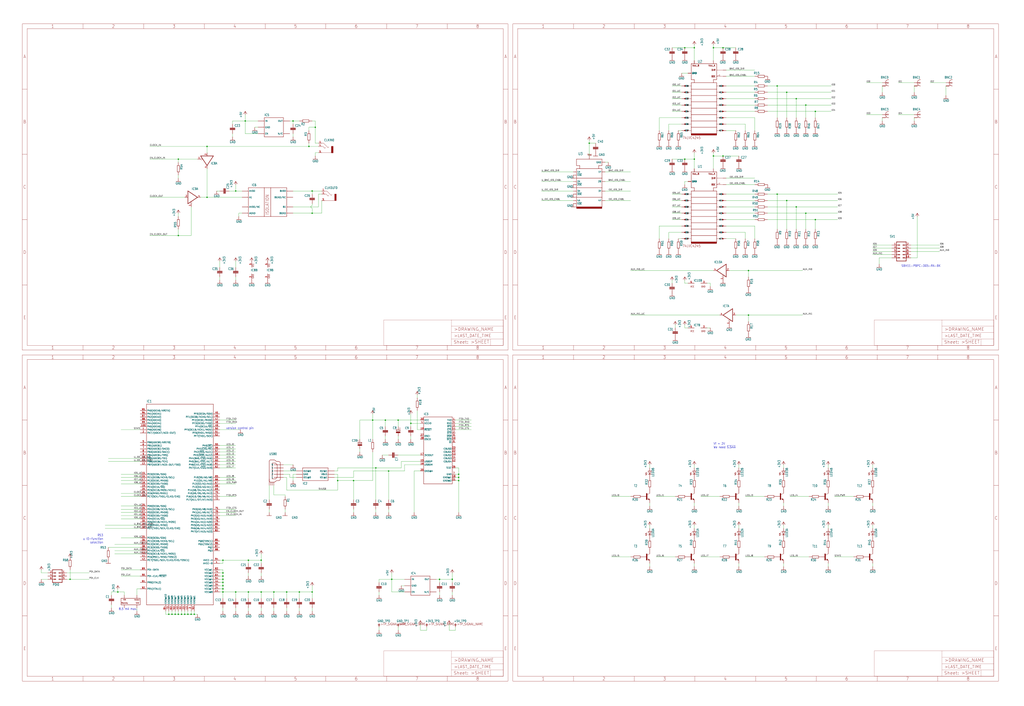
<source format=kicad_sch>
(kicad_sch (version 20211123) (generator eeschema)
  (paper "User" 816.61 563.321)
  (junction (at 317.5 335.28))
  (junction (at 142.24 187.96))
  (junction (at 299.72 373.38))
  (junction (at 627.38 73.66))
  (junction (at 177.8 467.36))
  (junction (at 55.88 462.28))
  (junction (at 147.32 490.22))
  (junction (at 149.86 490.22))
  (junction (at 312.42 462.28))
  (junction (at 546.1 127))
  (junction (at 198.12 472.44))
  (junction (at 238.76 472.44))
  (junction (at 307.34 335.28))
  (junction (at 142.24 127))
  (junction (at 248.92 152.4))
  (junction (at 596.9 251.46))
  (junction (at 642.62 170.18))
  (junction (at 553.72 127))
  (junction (at 246.38 116.84))
  (junction (at 568.96 38.1))
  (junction (at 327.66 337.82))
  (junction (at 177.8 447.04))
  (junction (at 365.76 383.54))
  (junction (at 144.78 490.22))
  (junction (at 137.16 490.22))
  (junction (at 208.28 472.44))
  (junction (at 553.72 38.1))
  (junction (at 281.94 383.54))
  (junction (at 187.96 152.4))
  (junction (at 134.62 490.22))
  (junction (at 208.28 447.04))
  (junction (at 309.88 375.92))
  (junction (at 635 78.74))
  (junction (at 177.8 457.2))
  (junction (at 576.58 38.1))
  (junction (at 248.92 170.18))
  (junction (at 650.24 88.9))
  (junction (at 619.76 154.94))
  (junction (at 596.9 215.9))
  (junction (at 152.4 490.22))
  (junction (at 365.76 378.46))
  (junction (at 619.76 68.58))
  (junction (at 269.24 383.54))
  (junction (at 165.1 116.84))
  (junction (at 142.24 490.22))
  (junction (at 139.7 490.22))
  (junction (at 93.98 472.44))
  (junction (at 568.96 124.46))
  (junction (at 218.44 472.44))
  (junction (at 576.58 124.46))
  (junction (at 469.9 114.3))
  (junction (at 650.24 175.26))
  (junction (at 177.8 472.44))
  (junction (at 187.96 472.44))
  (junction (at 165.1 157.48))
  (junction (at 228.6 472.44))
  (junction (at 350.52 462.28))
  (junction (at 177.8 469.9))
  (junction (at 233.68 96.52))
  (junction (at 365.76 381))
  (junction (at 635 165.1))
  (junction (at 627.38 160.02))
  (junction (at 248.92 472.44))
  (junction (at 642.62 83.82))
  (junction (at 546.1 38.1))
  (junction (at 198.12 447.04))
  (junction (at 177.8 464.82))
  (junction (at 195.58 96.52))
  (junction (at 177.8 462.28))
  (junction (at 360.68 462.28))
  (junction (at 251.46 101.6))
  (junction (at 154.94 490.22))
  (junction (at 297.18 335.28))
  (junction (at 177.8 459.74))
  (wire (pts (xy 627.38 73.66) (xy 662.94 73.66)))
  (wire (pts (xy 281.94 398.78) (xy 281.94 383.54)))
  (wire (pts (xy 231.14 378.46) (xy 231.14 381)))
  (wire (pts (xy 111.76 365.76) (xy 86.36 365.76)))
  (wire (pts (xy 701.04 210.82) (xy 701.04 205.74)))
  (wire (pts (xy 175.26 337.82) (xy 187.96 337.82)))
  (wire (pts (xy 579.12 99.06) (xy 594.36 99.06)))
  (wire (pts (xy 147.32 490.22) (xy 147.32 487.68)))
  (wire (pts (xy 99.06 472.44) (xy 93.98 472.44)))
  (wire (pts (xy 111.76 439.42) (xy 91.44 439.42)))
  (wire (pts (xy 226.06 381) (xy 228.6 381)))
  (wire (pts (xy 596.9 251.46) (xy 640.08 251.46)))
  (wire (pts (xy 680.72 396.24) (xy 665.48 396.24)))
  (wire (pts (xy 609.6 396.24) (xy 594.36 396.24)))
  (wire (pts (xy 248.92 96.52) (xy 251.46 96.52)))
  (wire (pts (xy 332.74 342.9) (xy 332.74 327.66)))
  (wire (pts (xy 111.76 436.88) (xy 86.36 436.88)))
  (wire (pts (xy 154.94 490.22) (xy 157.48 490.22)))
  (wire (pts (xy 142.24 127) (xy 119.38 127)))
  (wire (pts (xy 642.62 170.18) (xy 668.02 170.18)))
  (wire (pts (xy 248.92 166.37) (xy 248.92 170.18)))
  (wire (pts (xy 256.54 170.18) (xy 256.54 160.02)))
  (wire (pts (xy 208.28 447.04) (xy 208.28 441.96)))
  (wire (pts (xy 205.74 101.6) (xy 203.2 101.6)))
  (wire (pts (xy 601.98 180.34) (xy 579.12 180.34)))
  (wire (pts (xy 680.72 444.5) (xy 665.48 444.5)))
  (wire (pts (xy 312.42 457.2) (xy 312.42 462.28)))
  (wire (pts (xy 248.92 170.18) (xy 233.68 170.18)))
  (wire (pts (xy 175.26 368.3) (xy 187.96 368.3)))
  (wire (pts (xy 177.8 469.9) (xy 177.8 472.44)))
  (wire (pts (xy 175.26 386.08) (xy 187.96 386.08)))
  (wire (pts (xy 474.98 114.3) (xy 469.9 114.3)))
  (wire (pts (xy 619.76 68.58) (xy 662.94 68.58)))
  (wire (pts (xy 612.14 154.94) (xy 619.76 154.94)))
  (wire (pts (xy 175.26 472.44) (xy 177.8 472.44)))
  (wire (pts (xy 154.94 487.68) (xy 154.94 490.22)))
  (wire (pts (xy 165.1 121.92) (xy 165.1 116.84)))
  (wire (pts (xy 533.4 190.5) (xy 533.4 185.42)))
  (wire (pts (xy 502.92 396.24) (xy 487.68 396.24)))
  (wire (pts (xy 568.96 38.1) (xy 576.58 38.1)))
  (wire (pts (xy 227.33 406.4) (xy 227.33 408.94)))
  (wire (pts (xy 726.44 205.74) (xy 731.52 205.74)))
  (wire (pts (xy 142.24 490.22) (xy 139.7 490.22)))
  (wire (pts (xy 695.96 203.2) (xy 711.2 203.2)))
  (wire (pts (xy 695.96 370.84) (xy 695.96 373.38)))
  (wire (pts (xy 635 93.98) (xy 635 78.74)))
  (wire (pts (xy 533.4 104.14) (xy 533.4 99.06)))
  (wire (pts (xy 208.28 447.04) (xy 208.28 449.58)))
  (wire (pts (xy 322.58 375.92) (xy 322.58 370.84)))
  (wire (pts (xy 579.12 190.5) (xy 586.74 190.5)))
  (wire (pts (xy 177.8 485.14) (xy 177.8 487.68)))
  (wire (pts (xy 601.98 154.94) (xy 579.12 154.94)))
  (wire (pts (xy 55.88 462.28) (xy 53.34 462.28)))
  (wire (pts (xy 226.06 378.46) (xy 231.14 378.46)))
  (wire (pts (xy 660.4 370.84) (xy 660.4 373.38)))
  (wire (pts (xy 93.98 469.9) (xy 93.98 472.44)))
  (wire (pts (xy 482.6 129.54) (xy 485.14 129.54)))
  (wire (pts (xy 109.22 474.98) (xy 109.22 469.9)))
  (wire (pts (xy 538.48 444.5) (xy 523.24 444.5)))
  (wire (pts (xy 53.34 457.2) (xy 71.12 457.2)))
  (wire (pts (xy 535.94 68.58) (xy 543.56 68.58)))
  (wire (pts (xy 576.58 124.46) (xy 589.28 124.46)))
  (wire (pts (xy 650.24 175.26) (xy 612.14 175.26)))
  (wire (pts (xy 350.52 472.44) (xy 350.52 474.98)))
  (wire (pts (xy 502.92 444.5) (xy 487.68 444.5)))
  (wire (pts (xy 177.8 462.28) (xy 177.8 464.82)))
  (wire (pts (xy 317.5 502.92) (xy 317.5 500.38)))
  (wire (pts (xy 635 165.1) (xy 635 182.88)))
  (wire (pts (xy 175.26 208.28) (xy 175.26 213.36)))
  (wire (pts (xy 482.6 160.02) (xy 502.92 160.02)))
  (wire (pts (xy 635 78.74) (xy 662.94 78.74)))
  (wire (pts (xy 208.28 485.14) (xy 208.28 487.68)))
  (wire (pts (xy 297.18 383.54) (xy 297.18 360.68)))
  (wire (pts (xy 38.1 457.2) (xy 33.02 457.2)))
  (wire (pts (xy 579.12 185.42) (xy 594.36 185.42)))
  (wire (pts (xy 579.12 78.74) (xy 601.98 78.74)))
  (wire (pts (xy 142.24 139.7) (xy 142.24 142.24)))
  (wire (pts (xy 363.22 378.46) (xy 365.76 378.46)))
  (wire (pts (xy 728.98 68.58) (xy 728.98 73.66)))
  (wire (pts (xy 175.26 365.76) (xy 187.96 365.76)))
  (wire (pts (xy 469.9 124.46) (xy 469.9 114.3)))
  (wire (pts (xy 142.24 182.88) (xy 142.24 187.96)))
  (wire (pts (xy 208.28 472.44) (xy 218.44 472.44)))
  (wire (pts (xy 198.12 449.58) (xy 198.12 447.04)))
  (wire (pts (xy 111.76 396.24) (xy 96.52 396.24)))
  (wire (pts (xy 175.26 383.54) (xy 187.96 383.54)))
  (wire (pts (xy 187.96 485.14) (xy 187.96 487.68)))
  (wire (pts (xy 749.3 200.66) (xy 726.44 200.66)))
  (wire (pts (xy 574.04 396.24) (xy 558.8 396.24)))
  (wire (pts (xy 33.02 457.2) (xy 33.02 454.66)))
  (wire (pts (xy 335.28 370.84) (xy 322.58 370.84)))
  (wire (pts (xy 335.28 337.82) (xy 327.66 337.82)))
  (wire (pts (xy 307.34 340.36) (xy 307.34 335.28)))
  (wire (pts (xy 543.56 170.18) (xy 535.94 170.18)))
  (wire (pts (xy 360.68 472.44) (xy 360.68 474.98)))
  (wire (pts (xy 269.24 383.54) (xy 281.94 383.54)))
  (wire (pts (xy 660.4 419.1) (xy 660.4 421.64)))
  (wire (pts (xy 111.76 421.64) (xy 83.82 421.64)))
  (wire (pts (xy 214.63 408.94) (xy 214.63 406.4)))
  (wire (pts (xy 134.62 487.68) (xy 134.62 490.22)))
  (wire (pts (xy 546.1 144.78) (xy 548.64 144.78)))
  (wire (pts (xy 365.76 381) (xy 365.76 383.54)))
  (wire (pts (xy 535.94 165.1) (xy 543.56 165.1)))
  (wire (pts (xy 619.76 68.58) (xy 612.14 68.58)))
  (wire (pts (xy 363.22 342.9) (xy 375.92 342.9)))
  (wire (pts (xy 518.16 419.1) (xy 518.16 421.64)))
  (wire (pts (xy 711.2 195.58) (xy 695.96 195.58)))
  (wire (pts (xy 111.76 459.74) (xy 96.52 459.74)))
  (wire (pts (xy 111.76 408.94) (xy 96.52 408.94)))
  (wire (pts (xy 650.24 88.9) (xy 662.94 88.9)))
  (wire (pts (xy 335.28 335.28) (xy 317.5 335.28)))
  (wire (pts (xy 363.22 335.28) (xy 375.92 335.28)))
  (wire (pts (xy 619.76 93.98) (xy 619.76 68.58)))
  (wire (pts (xy 228.6 381) (xy 228.6 391.16)))
  (wire (pts (xy 594.36 99.06) (xy 594.36 104.14)))
  (wire (pts (xy 332.74 317.5) (xy 332.74 314.96)))
  (wire (pts (xy 330.2 375.92) (xy 330.2 408.94)))
  (wire (pts (xy 589.28 419.1) (xy 589.28 421.64)))
  (wire (pts (xy 208.28 472.44) (xy 208.28 477.52)))
  (wire (pts (xy 142.24 487.68) (xy 142.24 490.22)))
  (wire (pts (xy 365.76 383.54) (xy 365.76 408.94)))
  (wire (pts (xy 754.38 68.58) (xy 754.38 76.2)))
  (wire (pts (xy 596.9 256.54) (xy 596.9 251.46)))
  (wire (pts (xy 711.2 198.12) (xy 695.96 198.12)))
  (wire (pts (xy 190.5 170.18) (xy 190.5 172.72)))
  (wire (pts (xy 553.72 134.62) (xy 553.72 127)))
  (wire (pts (xy 695.96 449.58) (xy 695.96 452.12)))
  (wire (pts (xy 726.44 195.58) (xy 749.3 195.58)))
  (wire (pts (xy 287.02 335.28) (xy 297.18 335.28)))
  (wire (pts (xy 228.6 472.44) (xy 228.6 477.52)))
  (wire (pts (xy 175.26 335.28) (xy 187.96 335.28)))
  (wire (pts (xy 541.02 190.5) (xy 543.56 190.5)))
  (wire (pts (xy 208.28 457.2) (xy 208.28 459.74)))
  (wire (pts (xy 431.8 160.02) (xy 457.2 160.02)))
  (wire (pts (xy 175.26 342.9) (xy 191.77 342.9)))
  (wire (pts (xy 619.76 154.94) (xy 619.76 182.88)))
  (wire (pts (xy 579.12 60.96) (xy 601.98 60.96)))
  (wire (pts (xy 645.16 396.24) (xy 629.92 396.24)))
  (wire (pts (xy 175.26 454.66) (xy 177.8 454.66)))
  (wire (pts (xy 55.88 454.66) (xy 55.88 462.28)))
  (wire (pts (xy 269.24 375.92) (xy 269.24 373.38)))
  (wire (pts (xy 594.36 185.42) (xy 594.36 190.5)))
  (wire (pts (xy 596.9 220.98) (xy 596.9 215.9)))
  (wire (pts (xy 518.16 401.32) (xy 518.16 403.86)))
  (wire (pts (xy 238.76 487.68) (xy 238.76 485.14)))
  (wire (pts (xy 299.72 373.38) (xy 320.04 373.38)))
  (wire (pts (xy 312.42 472.44) (xy 312.42 462.28)))
  (wire (pts (xy 299.72 406.4) (xy 299.72 408.94)))
  (wire (pts (xy 525.78 190.5) (xy 525.78 180.34)))
  (wire (pts (xy 322.58 472.44) (xy 312.42 472.44)))
  (wire (pts (xy 302.26 472.44) (xy 302.26 474.98)))
  (wire (pts (xy 624.84 370.84) (xy 624.84 373.38)))
  (wire (pts (xy 320.04 368.3) (xy 320.04 373.38)))
  (wire (pts (xy 358.14 502.92) (xy 363.22 502.92)))
  (wire (pts (xy 482.6 137.16) (xy 502.92 137.16)))
  (wire (pts (xy 525.78 180.34) (xy 543.56 180.34)))
  (wire (pts (xy 251.46 124.46) (xy 251.46 121.92)))
  (wire (pts (xy 88.9 472.44) (xy 88.9 474.98)))
  (wire (pts (xy 247.65 165.1) (xy 248.92 166.37)))
  (wire (pts (xy 236.22 375.92) (xy 226.06 375.92)))
  (wire (pts (xy 177.8 464.82) (xy 175.26 464.82)))
  (wire (pts (xy 198.12 447.04) (xy 208.28 447.04)))
  (wire (pts (xy 553.72 419.1) (xy 553.72 421.64)))
  (wire (pts (xy 335.28 502.92) (xy 340.36 502.92)))
  (wire (pts (xy 175.26 469.9) (xy 177.8 469.9)))
  (wire (pts (xy 535.94 223.52) (xy 535.94 226.06)))
  (wire (pts (xy 525.78 93.98) (xy 543.56 93.98)))
  (wire (pts (xy 703.58 66.04) (xy 690.88 66.04)))
  (wire (pts (xy 96.52 381) (xy 111.76 381)))
  (wire (pts (xy 137.16 490.22) (xy 134.62 490.22)))
  (wire (pts (xy 111.76 411.48) (xy 96.52 411.48)))
  (wire (pts (xy 214.63 398.78) (xy 214.63 387.35)))
  (wire (pts (xy 335.28 342.9) (xy 332.74 342.9)))
  (wire (pts (xy 579.12 68.58) (xy 601.98 68.58)))
  (wire (pts (xy 363.22 383.54) (xy 365.76 383.54)))
  (wire (pts (xy 581.66 215.9) (xy 596.9 215.9)))
  (wire (pts (xy 147.32 157.48) (xy 119.38 157.48)))
  (wire (pts (xy 307.34 347.98) (xy 307.34 350.52)))
  (wire (pts (xy 172.72 152.4) (xy 175.26 152.4)))
  (wire (pts (xy 154.94 490.22) (xy 152.4 490.22)))
  (wire (pts (xy 302.26 462.28) (xy 312.42 462.28)))
  (wire (pts (xy 586.74 251.46) (xy 596.9 251.46)))
  (wire (pts (xy 612.14 165.1) (xy 635 165.1)))
  (wire (pts (xy 175.26 408.94) (xy 187.96 408.94)))
  (wire (pts (xy 601.98 93.98) (xy 579.12 93.98)))
  (wire (pts (xy 335.28 363.22) (xy 317.5 363.22)))
  (wire (pts (xy 574.04 251.46) (xy 502.92 251.46)))
  (wire (pts (xy 365.76 373.38) (xy 365.76 378.46)))
  (wire (pts (xy 563.88 261.62) (xy 566.42 261.62)))
  (wire (pts (xy 612.14 160.02) (xy 627.38 160.02)))
  (wire (pts (xy 160.02 157.48) (xy 165.1 157.48)))
  (wire (pts (xy 548.64 261.62) (xy 546.1 261.62)))
  (wire (pts (xy 96.52 378.46) (xy 111.76 378.46)))
  (wire (pts (xy 256.54 154.94) (xy 254 154.94)))
  (wire (pts (xy 533.4 185.42) (xy 543.56 185.42)))
  (wire (pts (xy 358.14 497.84) (xy 358.14 502.92)))
  (wire (pts (xy 175.26 373.38) (xy 187.96 373.38)))
  (wire (pts (xy 175.26 406.4) (xy 187.96 406.4)))
  (wire (pts (xy 175.26 381) (xy 187.96 381)))
  (wire (pts (xy 302.26 502.92) (xy 302.26 500.38)))
  (wire (pts (xy 233.68 165.1) (xy 254 165.1)))
  (wire (pts (xy 601.98 190.5) (xy 601.98 180.34)))
  (wire (pts (xy 482.6 144.78) (xy 502.92 144.78)))
  (wire (pts (xy 187.96 152.4) (xy 193.04 152.4)))
  (wire (pts (xy 233.68 96.52) (xy 233.68 99.06)))
  (wire (pts (xy 177.8 472.44) (xy 177.8 477.52)))
  (wire (pts (xy 218.44 472.44) (xy 218.44 477.52)))
  (wire (pts (xy 642.62 93.98) (xy 642.62 83.82)))
  (wire (pts (xy 703.58 68.58) (xy 703.58 73.66)))
  (wire (pts (xy 309.88 363.22) (xy 304.8 363.22)))
  (wire (pts (xy 281.94 406.4) (xy 281.94 408.94)))
  (wire (pts (xy 309.88 406.4) (xy 309.88 408.94)))
  (wire (pts (xy 231.14 381) (xy 236.22 381)))
  (wire (pts (xy 650.24 88.9) (xy 612.14 88.9)))
  (wire (pts (xy 111.76 403.86) (xy 96.52 403.86)))
  (wire (pts (xy 152.4 490.22) (xy 149.86 490.22)))
  (wire (pts (xy 175.26 223.52) (xy 175.26 220.98)))
  (wire (pts (xy 144.78 490.22) (xy 142.24 490.22)))
  (wire (pts (xy 248.92 152.4) (xy 233.68 152.4)))
  (wire (pts (xy 335.28 497.84) (xy 335.28 502.92)))
  (wire (pts (xy 165.1 157.48) (xy 165.1 134.62)))
  (wire (pts (xy 363.22 373.38) (xy 365.76 373.38)))
  (wire (pts (xy 198.12 457.2) (xy 198.12 459.74)))
  (wire (pts (xy 269.24 383.54) (xy 269.24 378.46)))
  (wire (pts (xy 627.38 160.02) (xy 627.38 182.88)))
  (wire (pts (xy 726.44 198.12) (xy 749.3 198.12)))
  (wire (pts (xy 728.98 91.44) (xy 716.28 91.44)))
  (wire (pts (xy 248.92 472.44) (xy 248.92 467.36)))
  (wire (pts (xy 248.92 162.56) (xy 248.92 163.83)))
  (wire (pts (xy 187.96 472.44) (xy 177.8 472.44)))
  (wire (pts (xy 535.94 38.1) (xy 546.1 38.1)))
  (wire (pts (xy 177.8 459.74) (xy 177.8 462.28)))
  (wire (pts (xy 175.26 447.04) (xy 177.8 447.04)))
  (wire (pts (xy 226.06 370.84) (xy 233.68 370.84)))
  (wire (pts (xy 205.74 106.68) (xy 195.58 106.68)))
  (wire (pts (xy 111.76 368.3) (xy 86.36 368.3)))
  (wire (pts (xy 624.84 401.32) (xy 624.84 403.86)))
  (wire (pts (xy 175.26 355.6) (xy 187.96 355.6)))
  (wire (pts (xy 297.18 350.52) (xy 297.18 335.28)))
  (wire (pts (xy 589.28 449.58) (xy 589.28 452.12)))
  (wire (pts (xy 535.94 73.66) (xy 543.56 73.66)))
  (wire (pts (xy 198.12 472.44) (xy 208.28 472.44)))
  (wire (pts (xy 269.24 373.38) (xy 299.72 373.38)))
  (wire (pts (xy 553.72 449.58) (xy 553.72 452.12)))
  (wire (pts (xy 579.12 147.32) (xy 601.98 147.32)))
  (wire (pts (xy 701.04 205.74) (xy 711.2 205.74)))
  (wire (pts (xy 193.04 170.18) (xy 190.5 170.18)))
  (wire (pts (xy 579.12 165.1) (xy 601.98 165.1)))
  (wire (pts (xy 579.12 83.82) (xy 601.98 83.82)))
  (wire (pts (xy 198.12 485.14) (xy 198.12 487.68)))
  (wire (pts (xy 187.96 152.4) (xy 182.88 152.4)))
  (wire (pts (xy 546.1 147.32) (xy 546.1 144.78)))
  (wire (pts (xy 650.24 175.26) (xy 650.24 182.88)))
  (wire (pts (xy 175.26 457.2) (xy 177.8 457.2)))
  (wire (pts (xy 642.62 170.18) (xy 642.62 182.88)))
  (wire (pts (xy 347.98 462.28) (xy 350.52 462.28)))
  (wire (pts (xy 363.22 502.92) (xy 363.22 500.38)))
  (wire (pts (xy 195.58 106.68) (xy 195.58 96.52)))
  (wire (pts (xy 518.16 449.58) (xy 518.16 452.12)))
  (wire (pts (xy 227.33 396.24) (xy 227.33 394.97)))
  (wire (pts (xy 175.26 462.28) (xy 177.8 462.28)))
  (wire (pts (xy 627.38 160.02) (xy 668.02 160.02)))
  (wire (pts (xy 177.8 447.04) (xy 177.8 449.58)))
  (wire (pts (xy 205.74 96.52) (xy 195.58 96.52)))
  (wire (pts (xy 269.24 391.16) (xy 269.24 383.54)))
  (wire (pts (xy 187.96 472.44) (xy 198.12 472.44)))
  (wire (pts (xy 177.8 467.36) (xy 177.8 469.9)))
  (wire (pts (xy 281.94 375.92) (xy 309.88 375.92)))
  (wire (pts (xy 482.6 152.4) (xy 502.92 152.4)))
  (wire (pts (xy 350.52 462.28) (xy 350.52 464.82)))
  (wire (pts (xy 185.42 99.06) (xy 185.42 96.52)))
  (wire (pts (xy 218.44 485.14) (xy 218.44 487.68)))
  (wire (pts (xy 88.9 485.14) (xy 88.9 482.6)))
  (wire (pts (xy 360.68 457.2) (xy 360.68 462.28)))
  (wire (pts (xy 248.92 163.83) (xy 247.65 165.1)))
  (wire (pts (xy 297.18 335.28) (xy 307.34 335.28)))
  (wire (pts (xy 71.12 462.28) (xy 55.88 462.28)))
  (wire (pts (xy 566.42 226.06) (xy 566.42 228.6)))
  (wire (pts (xy 645.16 444.5) (xy 629.92 444.5)))
  (wire (pts (xy 579.12 104.14) (xy 586.74 104.14)))
  (wire (pts (xy 660.4 449.58) (xy 660.4 452.12)))
  (wire (pts (xy 546.1 223.52) (xy 546.1 226.06)))
  (wire (pts (xy 248.92 477.52) (xy 248.92 472.44)))
  (wire (pts (xy 327.66 350.52) (xy 327.66 347.98)))
  (wire (pts (xy 111.76 434.34) (xy 91.44 434.34)))
  (wire (pts (xy 754.38 66.04) (xy 741.68 66.04)))
  (wire (pts (xy 142.24 187.96) (xy 119.38 187.96)))
  (wire (pts (xy 624.84 449.58) (xy 624.84 452.12)))
  (wire (pts (xy 175.26 467.36) (xy 177.8 467.36)))
  (wire (pts (xy 111.76 342.9) (xy 96.52 342.9)))
  (wire (pts (xy 246.38 114.3) (xy 246.38 116.84)))
  (wire (pts (xy 363.22 337.82) (xy 375.92 337.82)))
  (wire (pts (xy 579.12 55.88) (xy 601.98 55.88)))
  (wire (pts (xy 568.96 48.26) (xy 568.96 38.1)))
  (wire (pts (xy 579.12 142.24) (xy 601.98 142.24)))
  (wire (pts (xy 254 165.1) (xy 254 154.94)))
  (wire (pts (xy 363.22 340.36) (xy 375.92 340.36)))
  (wire (pts (xy 251.46 114.3) (xy 254 114.3)))
  (wire (pts (xy 119.38 116.84) (xy 165.1 116.84)))
  (wire (pts (xy 111.76 429.26) (xy 96.52 429.26)))
  (wire (pts (xy 228.6 472.44) (xy 238.76 472.44)))
  (wire (pts (xy 256.54 152.4) (xy 248.92 152.4)))
  (wire (pts (xy 109.22 487.68) (xy 109.22 485.14)))
  (wire (pts (xy 195.58 91.44) (xy 195.58 96.52)))
  (wire (pts (xy 227.33 394.97) (xy 218.44 394.97)))
  (wire (pts (xy 711.2 200.66) (xy 695.96 200.66)))
  (wire (pts (xy 187.96 223.52) (xy 187.96 220.98)))
  (wire (pts (xy 650.24 93.98) (xy 650.24 88.9)))
  (wire (pts (xy 251.46 121.92) (xy 254 121.92)))
  (wire (pts (xy 350.52 462.28) (xy 360.68 462.28)))
  (wire (pts (xy 635 165.1) (xy 668.02 165.1)))
  (wire (pts (xy 642.62 170.18) (xy 612.14 170.18)))
  (wire (pts (xy 177.8 464.82) (xy 177.8 467.36)))
  (wire (pts (xy 431.8 137.16) (xy 457.2 137.16)))
  (wire (pts (xy 175.26 370.84) (xy 187.96 370.84)))
  (wire (pts (xy 281.94 375.92) (xy 281.94 381)))
  (wire (pts (xy 340.36 502.92) (xy 340.36 500.38)))
  (wire (pts (xy 365.76 378.46) (xy 365.76 381)))
  (wire (pts (xy 596.9 215.9) (xy 640.08 215.9)))
  (wire (pts (xy 728.98 93.98) (xy 728.98 96.52)))
  (wire (pts (xy 553.72 127) (xy 553.72 121.92)))
  (wire (pts (xy 431.8 144.78) (xy 457.2 144.78)))
  (wire (pts (xy 360.68 462.28) (xy 360.68 464.82)))
  (wire (pts (xy 642.62 83.82) (xy 612.14 83.82)))
  (wire (pts (xy 38.1 462.28) (xy 33.02 462.28)))
  (wire (pts (xy 139.7 490.22) (xy 137.16 490.22)))
  (wire (pts (xy 533.4 99.06) (xy 543.56 99.06)))
  (wire (pts (xy 111.76 441.96) (xy 91.44 441.96)))
  (wire (pts (xy 642.62 83.82) (xy 662.94 83.82)))
  (wire (pts (xy 256.54 170.18) (xy 248.92 170.18)))
  (wire (pts (xy 619.76 154.94) (xy 668.02 154.94)))
  (wire (pts (xy 177.8 454.66) (xy 177.8 457.2)))
  (wire (pts (xy 111.76 469.9) (xy 109.22 469.9)))
  (wire (pts (xy 287.02 350.52) (xy 287.02 335.28)))
  (wire (pts (xy 157.48 127) (xy 142.24 127)))
  (wire (pts (xy 185.42 106.68) (xy 185.42 109.22)))
  (wire (pts (xy 152.4 490.22) (xy 152.4 487.68)))
  (wire (pts (xy 609.6 444.5) (xy 594.36 444.5)))
  (wire (pts (xy 538.48 259.08) (xy 538.48 261.62)))
  (wire (pts (xy 152.4 187.96) (xy 142.24 187.96)))
  (wire (pts (xy 624.84 419.1) (xy 624.84 421.64)))
  (wire (pts (xy 238.76 472.44) (xy 248.92 472.44)))
  (wire (pts (xy 111.76 419.1) (xy 83.82 419.1)))
  (wire (pts (xy 297.18 330.2) (xy 297.18 335.28)))
  (wire (pts (xy 576.58 38.1) (xy 586.74 38.1)))
  (wire (pts (xy 246.38 116.84) (xy 254 116.84)))
  (wire (pts (xy 233.68 106.68) (xy 233.68 109.22)))
  (wire (pts (xy 553.72 48.26) (xy 553.72 38.1)))
  (wire (pts (xy 335.28 375.92) (xy 330.2 375.92)))
  (wire (pts (xy 233.68 378.46) (xy 233.68 383.54)))
  (wire (pts (xy 535.94 83.82) (xy 543.56 83.82)))
  (wire (pts (xy 175.26 411.48) (xy 187.96 411.48)))
  (wire (pts (xy 177.8 459.74) (xy 175.26 459.74)))
  (wire (pts (xy 579.12 73.66) (xy 601.98 73.66)))
  (wire (pts (xy 568.96 215.9) (xy 502.92 215.9)))
  (wire (pts (xy 317.5 340.36) (xy 317.5 335.28)))
  (wire (pts (xy 589.28 373.38) (xy 589.28 370.84)))
  (wire (pts (xy 728.98 66.04) (xy 716.28 66.04)))
  (wire (pts (xy 96.52 383.54) (xy 111.76 383.54)))
  (wire (pts (xy 299.72 373.38) (xy 299.72 398.78)))
  (wire (pts (xy 149.86 490.22) (xy 147.32 490.22)))
  (wire (pts (xy 546.1 127) (xy 553.72 127)))
  (wire (pts (xy 175.26 358.14) (xy 187.96 358.14)))
  (wire (pts (xy 535.94 160.02) (xy 543.56 160.02)))
  (wire (pts (xy 546.1 226.06) (xy 548.64 226.06)))
  (wire (pts (xy 96.52 414.02) (xy 111.76 414.02)))
  (wire (pts (xy 165.1 157.48) (xy 193.04 157.48)))
  (wire (pts (xy 231.14 96.52) (xy 233.68 96.52)))
  (wire (pts (xy 309.88 375.92) (xy 322.58 375.92)))
  (wire (pts (xy 238.76 96.52) (xy 233.68 96.52)))
  (wire (pts (xy 175.26 360.68) (xy 187.96 360.68)))
  (wire (pts (xy 518.16 370.84) (xy 518.16 373.38)))
  (wire (pts (xy 139.7 487.68) (xy 139.7 490.22)))
  (wire (pts (xy 731.52 205.74) (xy 731.52 172.72)))
  (wire (pts (xy 228.6 391.16) (xy 269.24 391.16)))
  (wire (pts (xy 535.94 127) (xy 546.1 127)))
  (wire (pts (xy 553.72 401.32) (xy 553.72 403.86)))
  (wire (pts (xy 535.94 78.74) (xy 543.56 78.74)))
  (wire (pts (xy 287.02 360.68) (xy 287.02 358.14)))
  (wire (pts (xy 546.1 261.62) (xy 546.1 259.08)))
  (wire (pts (xy 248.92 154.94) (xy 248.92 152.4)))
  (wire (pts (xy 317.5 335.28) (xy 307.34 335.28)))
  (wire (pts (xy 627.38 93.98) (xy 627.38 73.66)))
  (wire (pts (xy 142.24 172.72) (xy 142.24 170.18)))
  (wire (pts (xy 548.64 58.42) (xy 543.56 58.42)))
  (wire (pts (xy 576.58 124.46) (xy 568.96 124.46)))
  (wire (pts (xy 553.72 38.1) (xy 553.72 35.56)))
  (wire (pts (xy 703.58 93.98) (xy 703.58 96.52)))
  (wire (pts (xy 228.6 485.14) (xy 228.6 487.68)))
  (wire (pts (xy 142.24 129.54) (xy 142.24 127)))
  (wire (pts (xy 535.94 154.94) (xy 543.56 154.94)))
  (wire (pts (xy 635 78.74) (xy 612.14 78.74)))
  (wire (pts (xy 543.56 175.26) (xy 535.94 175.26)))
  (wire (pts (xy 185.42 96.52) (xy 195.58 96.52)))
  (wire (pts (xy 149.86 487.68) (xy 149.86 490.22)))
  (wire (pts (xy 266.7 378.46) (xy 269.24 378.46)))
  (wire (pts (xy 563.88 226.06) (xy 566.42 226.06)))
  (wire (pts (xy 431.8 152.4) (xy 457.2 152.4)))
  (wire (pts (xy 568.96 124.46) (xy 568.96 121.92)))
  (wire (pts (xy 218.44 394.97) (xy 218.44 387.35)))
  (wire (pts (xy 152.4 165.1) (xy 152.4 187.96)))
  (wire (pts (xy 322.58 467.36) (xy 320.04 467.36)))
  (wire (pts (xy 335.28 368.3) (xy 320.04 368.3)))
  (wire (pts (xy 695.96 401.32) (xy 695.96 403.86)))
  (wire (pts (xy 317.5 347.98) (xy 317.5 350.52)))
  (wire (pts (xy 538.48 396.24) (xy 523.24 396.24)))
  (wire (pts (xy 322.58 462.28) (xy 312.42 462.28)))
  (wire (pts (xy 246.38 101.6) (xy 251.46 101.6)))
  (wire (pts (xy 111.76 386.08) (xy 96.52 386.08)))
  (wire (pts (xy 175.26 396.24) (xy 187.96 396.24)))
  (wire (pts (xy 327.66 340.36) (xy 327.66 337.82)))
  (wire (pts (xy 627.38 73.66) (xy 612.14 73.66)))
  (wire (pts (xy 198.12 472.44) (xy 198.12 477.52)))
  (wire (pts (xy 281.94 383.54) (xy 297.18 383.54)))
  (wire (pts (xy 144.78 487.68) (xy 144.78 490.22)))
  (wire (pts (xy 111.76 393.7) (xy 96.52 393.7)))
  (wire (pts (xy 601.98 175.26) (xy 579.12 175.26)))
  (wire (pts (xy 579.12 88.9) (xy 601.98 88.9)))
  (wire (pts (xy 703.58 91.44) (xy 690.88 91.44)))
  (wire (pts (xy 238.76 472.44) (xy 238.76 477.52)))
  (wire (pts (xy 469.9 114.3) (xy 469.9 111.76)))
  (wire (pts (xy 99.06 474.98) (xy 99.06 472.44)))
  (wire (pts (xy 93.98 472.44) (xy 88.9 472.44)))
  (wire (pts (xy 327.66 337.82) (xy 327.66 330.2)))
  (wire (pts (xy 165.1 116.84) (xy 246.38 116.84)))
  (wire (pts (xy 525.78 104.14) (xy 525.78 93.98)))
  (wire (pts (xy 246.38 104.14) (xy 246.38 101.6)))
  (wire (pts (xy 266.7 381) (xy 281.94 381)))
  (wire (pts (xy 187.96 208.28) (xy 187.96 213.36)))
  (wire (pts (xy 187.96 147.32) (xy 187.96 152.4)))
  (wire (pts (xy 568.96 134.62) (xy 568.96 124.46)))
  (wire (pts (xy 546.1 38.1) (xy 553.72 38.1)))
  (wire (pts (xy 579.12 160.02) (xy 601.98 160.02)))
  (wire (pts (xy 177.8 447.04) (xy 198.12 447.04)))
  (wire (pts (xy 589.28 401.32) (xy 589.28 403.86)))
  (wire (pts (xy 601.98 170.18) (xy 579.12 170.18)))
  (wire (pts (xy 251.46 101.6) (xy 251.46 114.3)))
  (wire (pts (xy 650.24 175.26) (xy 668.02 175.26)))
  (wire (pts (xy 147.32 490.22) (xy 144.78 490.22)))
  (wire (pts (xy 175.26 363.22) (xy 187.96 363.22)))
  (wire (pts (xy 187.96 477.52) (xy 187.96 472.44)))
  (wire (pts (xy 574.04 444.5) (xy 558.8 444.5)))
  (wire (pts (xy 137.16 490.22) (xy 137.16 487.68)))
  (wire (pts (xy 134.62 490.22) (xy 132.08 490.22)))
  (wire (pts (xy 96.52 454.66) (xy 111.76 454.66)))
  (wire (pts (xy 660.4 401.32) (xy 660.4 403.86)))
  (wire (pts (xy 541.02 104.14) (xy 543.56 104.14)))
  (wire (pts (xy 363.22 381) (xy 365.76 381)))
  (wire (pts (xy 251.46 96.52) (xy 251.46 101.6)))
  (wire (pts (xy 568.96 38.1) (xy 568.96 35.56)))
  (wire (pts (xy 111.76 406.4) (xy 96.52 406.4)))
  (wire (pts (xy 132.08 490.22) (xy 132.08 487.68)))
  (wire (pts (xy 177.8 457.2) (xy 177.8 459.74)))
  (wire (pts (xy 309.88 375.92) (xy 309.88 398.78)))
  (wire (pts (xy 236.22 378.46) (xy 233.68 378.46)))
  (wire (pts (xy 218.44 472.44) (xy 228.6 472.44)))
  (wire (pts (xy 266.7 375.92) (xy 269.24 375.92)))
  (wire (pts (xy 175.26 449.58) (xy 177.8 449.58)))
  (wire (pts (xy 553.72 373.38) (xy 553.72 370.84)))
  (wire (pts (xy 543.56 88.9) (xy 535.94 88.9)))
  (wire (pts (xy 601.98 104.14) (xy 601.98 93.98)))
  (wire (pts (xy 302.26 464.82) (xy 302.26 462.28)))
  (wire (pts (xy 695.96 419.1) (xy 695.96 421.64)))
  (wire (pts (xy 248.92 485.14) (xy 248.92 487.68)))
  (text "version control pin" (at 180.34 342.9 180) (effects (font (size 1.778 1.5113)) (justify left bottom)))
  (text "R53\nu IO-function\nselection" (at 82.296 434.086 180) (effects (font (size 1.778 1.5113)) (justify right bottom)))
  (text "SBH11-PBPC-D05-RA-BK" (at 718.82 213.36 180) (effects (font (size 1.778 1.5113)) (justify left bottom)))
  (text "8.5 mA max." (at 94.742 487.172 180) (effects (font (size 1.778 1.5113)) (justify left bottom)))
  (text "Vf = 2V\nWe need ~{5.5mA}" (at 568.96 358.14 180) (effects (font (size 1.778 1.5113)) (justify left bottom)))
  (label "U_IDE_IOS_DIR" (at 106.68 365.76 0) (effects (font (size 1.2446 1.2446))))
  (label "IO0" (at 662.94 68.58 0) (effects (font (size 1.2446 1.2446))))
  (label "AUX_IN1_UC" (at 106.68 441.96 0) (effects (font (size 1.2446 1.2446))))
  (label "LED_I0" (at 487.68 396.24 0) (effects (font (size 1.2446 1.2446))))
  (label "LED_I1" (at 180.34 358.14 0) (effects (font (size 1.2446 1.2446))))
  (label "U_BNC_IOS_ENBL" (at 431.8 144.78 0) (effects (font (size 1.2446 1.2446))))
  (label "5VUSB" (at 254 391.16 0) (effects (font (size 1.2446 1.2446))))
  (label "STATE" (at 665.48 444.5 0) (effects (font (size 1.2446 1.2446))))
  (label "IO5" (at 668.02 154.94 0) (effects (font (size 1.2446 1.2446))))
  (label "BNC_IOS_ENBL" (at 581.66 60.96 0) (effects (font (size 1.2446 1.2446))))
  (label "FTDI_RTS" (at 365.76 340.36 0) (effects (font (size 1.2446 1.2446))))
  (label "EN_CLOCK_IN" (at 119.38 127 0) (effects (font (size 1.2446 1.2446))))
  (label "PDI_CLK" (at 96.52 459.74 0) (effects (font (size 1.2446 1.2446))))
  (label "IO8_UC" (at 535.94 170.18 0) (effects (font (size 1.2446 1.2446))))
  (label "U_IDE_IOS_ENBL" (at 106.68 368.3 0) (effects (font (size 1.2446 1.2446))))
  (label "IO7_UC" (at 106.68 383.54 0) (effects (font (size 1.2446 1.2446))))
  (label "IO6_UC" (at 535.94 160.02 0) (effects (font (size 1.2446 1.2446))))
  (label "U_BNC_IOS_DIR" (at 106.68 421.64 0) (effects (font (size 1.2446 1.2446))))
  (label "IO2_UC" (at 106.68 408.94 0) (effects (font (size 1.2446 1.2446))))
  (label "LED_I1" (at 523.24 396.24 0) (effects (font (size 1.2446 1.2446))))
  (label "BNC_IOS_DIR" (at 581.66 55.88 0) (effects (font (size 1.2446 1.2446))))
  (label "STATE" (at 106.68 342.9 0) (effects (font (size 1.2446 1.2446))))
  (label "IO5_UC" (at 535.94 154.94 0) (effects (font (size 1.2446 1.2446))))
  (label "IO3" (at 690.88 91.44 0) (effects (font (size 1.2446 1.2446))))
  (label "IO8" (at 668.02 170.18 0) (effects (font (size 1.2446 1.2446))))
  (label "AUX_IN1" (at 695.96 203.2 0) (effects (font (size 1.2446 1.2446))))
  (label "IO6" (at 749.3 195.58 0) (effects (font (size 1.2446 1.2446))))
  (label "LED_I5" (at 487.68 444.5 0) (effects (font (size 1.2446 1.2446))))
  (label "CLOCK_OUT" (at 119.38 157.48 0) (effects (font (size 1.2446 1.2446))))
  (label "IDE_IOS_DIR" (at 581.66 142.24 0) (effects (font (size 1.2446 1.2446))))
  (label "LED_PWR" (at 180.34 386.08 0) (effects (font (size 1.2446 1.2446))))
  (label "IO3_UC" (at 106.68 406.4 0) (effects (font (size 1.2446 1.2446))))
  (label "AUX_IN1_UC" (at 502.92 251.46 0) (effects (font (size 1.2446 1.2446))))
  (label "IO3_UC" (at 535.94 83.82 0) (effects (font (size 1.2446 1.2446))))
  (label "LED_I2" (at 558.8 396.24 0) (effects (font (size 1.2446 1.2446))))
  (label "LED_I8" (at 594.36 444.5 0) (effects (font (size 1.2446 1.2446))))
  (label "IO0_UC" (at 106.68 414.02 0) (effects (font (size 1.2446 1.2446))))
  (label "LED_I0" (at 180.34 355.6 0) (effects (font (size 1.2446 1.2446))))
  (label "IO7_UC" (at 535.94 165.1 0) (effects (font (size 1.2446 1.2446))))
  (label "LED_I6" (at 180.34 370.84 0) (effects (font (size 1.2446 1.2446))))
  (label "U_BNC_IOS_DIR" (at 431.8 137.16 0) (effects (font (size 1.2446 1.2446))))
  (label "IDE_IOS_DIR" (at 485.14 152.4 0) (effects (font (size 1.2446 1.2446))))
  (label "FTDI_RTS" (at 180.34 396.24 0) (effects (font (size 1.2446 1.2446))))
  (label "IO9_UC" (at 106.68 429.26 0) (effects (font (size 1.2446 1.2446))))
  (label "FTDI_TXD" (at 180.34 335.28 0) (effects (font (size 1.2446 1.2446))))
  (label "U_IDE_IOS_DIR" (at 431.8 152.4 0) (effects (font (size 1.2446 1.2446))))
  (label "AUX_IN1" (at 640.08 251.46 0) (effects (font (size 1.2446 1.2446))))
  (label "LED_I7" (at 558.8 444.5 0) (effects (font (size 1.2446 1.2446))))
  (label "IO1_UC" (at 106.68 411.48 0) (effects (font (size 1.2446 1.2446))))
  (label "LED_PWR" (at 665.48 396.24 0) (effects (font (size 1.2446 1.2446))))
  (label "IO9_UC" (at 535.94 175.26 0) (effects (font (size 1.2446 1.2446))))
  (label "IO9" (at 695.96 200.66 0) (effects (font (size 1.2446 1.2446))))
  (label "LED_I8" (at 180.34 381 0) (effects (font (size 1.2446 1.2446))))
  (label "CLOCK_OUT" (at 106.68 396.24 0) (effects (font (size 1.2446 1.2446))))
  (label "IO8_UC" (at 106.68 386.08 0) (effects (font (size 1.2446 1.2446))))
  (label "FTDI_RXD" (at 365.76 337.82 0) (effects (font (size 1.2446 1.2446))))
  (label "IO6" (at 668.02 160.02 0) (effects (font (size 1.2446 1.2446))))
  (label "LED_I3" (at 594.36 396.24 0) (effects (font (size 1.2446 1.2446))))
  (label "IO7" (at 695.96 198.12 0) (effects (font (size 1.2446 1.2446))))
  (label "PDI_DATA" (at 71.12 457.2 0) (effects (font (size 1.2446 1.2446))))
  (label "IO8" (at 749.3 198.12 0) (effects (font (size 1.2446 1.2446))))
  (label "IO2" (at 741.68 66.04 0) (effects (font (size 1.2446 1.2446))))
  (label "LED_I3" (at 180.34 363.22 0) (effects (font (size 1.2446 1.2446))))
  (label "IO5" (at 695.96 195.58 0) (effects (font (size 1.2446 1.2446))))
  (label "AUX_IN0_UC" (at 106.68 434.34 0) (effects (font (size 1.2446 1.2446))))
  (label "CLOCK_IN" (at 106.68 393.7 0) (effects (font (size 1.2446 1.2446))))
  (label "IO1" (at 662.94 73.66 0) (effects (font (size 1.2446 1.2446))))
  (label "IO0" (at 690.88 66.04 0) (effects (font (size 1.2446 1.2446))))
  (label "U_BNC_IOS_ENBL" (at 106.68 419.1 0) (effects (font (size 1.2446 1.2446))))
  (label "LED_I5" (at 180.34 368.3 0) (effects (font (size 1.2446 1.2446))))
  (label "IO1_UC" (at 535.94 73.66 0) (effects (font (size 1.2446 1.2446))))
  (label "FTDI_CTS" (at 365.76 342.9 0) (effects (font (size 1.2446 1.2446))))
  (label "LED_I9" (at 180.34 383.54 0) (effects (font (size 1.2446 1.2446))))
  (label "IO4_UC" (at 106.68 403.86 0) (effects (font (size 1.2446 1.2446))))
  (label "IO1" (at 716.28 66.04 0) (effects (font (size 1.2446 1.2446))))
  (label "AUX_IN0" (at 749.3 200.66 0) (effects (font (size 1.2446 1.2446))))
  (label "IO9" (at 668.02 175.26 0) (effects (font (size 1.2446 1.2446))))
  (label "AUX_IN0_UC" (at 106.68 439.42 0) (effects (font (size 1.2446 1.2446))))
  (label "IO2_UC" (at 535.94 78.74 0) (effects (font (size 1.2446 1.2446))))
  (label "CLOCK_IN" (at 119.38 116.84 0) (effects (font (size 1.2446 1.2446))))
  (label "AUX_IN0_UC" (at 502.92 215.9 0) (effects (font (size 1.2446 1.2446))))
  (label "U_IDE_IOS_ENBL" (at 431.8 160.02 0) (effects (font (size 1.2446 1.2446))))
  (label "FTDI_CTS" (at 180.34 406.4 0) (effects (font (size 1.2446 1.2446))))
  (label "LED_I6" (at 523.24 444.5 0) (effects (font (size 1.2446 1.2446))))
  (label "PDI_DATA" (at 96.52 454.66 0) (effects (font (size 1.2446 1.2446))))
  (label "EN_CLOCK_OUT" (at 119.38 187.96 0) (effects (font (size 1.2446 1.2446))))
  (label "IO6_UC" (at 106.68 381 0) (effects (font (size 1.2446 1.2446))))
  (label "IO5_UC" (at 106.68 378.46 0) (effects (font (size 1.2446 1.2446))))
  (label "LED_I4" (at 180.34 365.76 0) (effects (font (size 1.2446 1.2446))))
  (label "IO4" (at 716.28 91.44 0) (effects (font (size 1.2446 1.2446))))
  (label "FTDI_RXD" (at 180.34 337.82 0) (effects (font (size 1.2446 1.2446))))
  (label "IO2" (at 662.94 78.74 0) (effects (font (size 1.2446 1.2446))))
  (label "IDE_IOS_ENBL" (at 485.14 160.02 0) (effects (font (size 1.2446 1.2446))))
  (label "AUX_IN0" (at 640.08 215.9 0) (effects (font (size 1.2446 1.2446))))
  (label "LED_I9" (at 629.92 444.5 0) (effects (font (size 1.2446 1.2446))))
  (label "IDE_IOS_ENBL" (at 581.66 147.32 0) (effects (font (size 1.2446 1.2446))))
  (label "IO0_UC" (at 535.94 68.58 0) (effects (font (size 1.2446 1.2446))))
  (label "IO3" (at 662.94 83.82 0) (effects (font (size 1.2446 1.2446))))
  (label "BNC_IOS_DIR" (at 485.14 137.16 0) (effects (font (size 1.2446 1.2446))))
  (label "PDI_CLK" (at 71.12 462.28 0) (effects (font (size 1.2446 1.2446))))
  (label "IO7" (at 668.02 165.1 0) (effects (font (size 1.2446 1.2446))))
  (label "BNC_IOS_ENBL" (at 485.14 144.78 0) (effects (font (size 1.2446 1.2446))))
  (label "EN_CLOCK_OUT" (at 180.34 408.94 0) (effects (font (size 1.2446 1.2446))))
  (label "LED_I2" (at 180.34 360.68 0) (effects (font (size 1.2446 1.2446))))
  (label "IO4_UC" (at 535.94 88.9 0) (effects (font (size 1.2446 1.2446))))
  (label "FTDI_TXD" (at 365.76 335.28 0) (effects (font (size 1.2446 1.2446))))
  (label "IO4" (at 662.94 88.9 0) (effects (font (size 1.2446 1.2446))))
  (label "EN_CLOCK_IN" (at 180.34 411.48 0) (effects (font (size 1.2446 1.2446))))
  (label "LED_I7" (at 180.34 373.38 0) (effects (font (size 1.2446 1.2446))))
  (label "LED_I4" (at 629.92 396.24 0) (effects (font (size 1.2446 1.2446))))
  (symbol (lib_id "harp expander v1.1 READY-eagle-import:C-EUC0402") (at 208.28 452.12 0) (mirror y) (unit 1)
    (property "Reference" "C22" (at 206.756 451.739 0) (effects (font (size 1.778 1.5113)) (justify left bottom)))
    (property "Value" "100nF" (at 206.756 456.819 0) (effects (font (size 1.778 1.5113)) (justify left bottom)))
    (property "Footprint" "harp expander v1.1 READY:C0402" (effects hide))
    (property "Value" "100nF" (effects hide))
    (property "Value" "100nF" (effects hide))
    (property "Value" "100nF" (effects hide))
  )
  (symbol (lib_id "harp expander v1.1 READY-eagle-import:GND") (at 596.9 269.24 0) (unit 1)
    (property "Reference" "#GND54" (effects hide))
    (property "Value" "GND" (at 594.36 271.78 0) (effects (font (size 1.778 1.5113)) (justify left bottom)))
    (property "Footprint" "harp expander v1.1 READY:" (effects hide))
  )
  (symbol (lib_id "harp expander v1.1 READY-eagle-import:TPPAD1-13") (at 340.36 497.84 0) (unit 1)
    (property "Reference" "+3V3_TP0" (at 339.09 496.57 0) (effects (font (size 1.778 1.5113)) (justify left bottom)))
    (property "Value" "TPPAD1-13" (effects hide))
    (property "Footprint" "harp expander v1.1 READY:P1-13" (effects hide))
    (property "Value" "TPPAD1-13" (effects hide))
  )
  (symbol (lib_id "harp expander v1.1 READY-eagle-import:GND") (at 187.96 226.06 0) (mirror y) (unit 1)
    (property "Reference" "#GND66" (effects hide))
    (property "Value" "GND" (at 190.5 228.6 0) (effects (font (size 1.778 1.5113)) (justify left bottom)))
    (property "Footprint" "harp expander v1.1 READY:" (effects hide))
  )
  (symbol (lib_id "harp expander v1.1 READY-eagle-import:C-EUC0402") (at 198.12 480.06 0) (mirror y) (unit 1)
    (property "Reference" "C15" (at 196.596 479.679 0) (effects (font (size 1.778 1.5113)) (justify left bottom)))
    (property "Value" "100nF" (at 196.596 484.759 0) (effects (font (size 1.778 1.5113)) (justify left bottom)))
    (property "Footprint" "harp expander v1.1 READY:C0402" (effects hide))
    (property "Value" "100nF" (effects hide))
    (property "Value" "100nF" (effects hide))
    (property "Value" "100nF" (effects hide))
  )
  (symbol (lib_id "harp expander v1.1 READY-eagle-import:GND") (at 190.5 175.26 0) (mirror y) (unit 1)
    (property "Reference" "#GND4" (effects hide))
    (property "Value" "GND" (at 193.04 177.8 0) (effects (font (size 1.778 1.5113)) (justify left bottom)))
    (property "Footprint" "harp expander v1.1 READY:" (effects hide))
  )
  (symbol (lib_id "harp expander v1.1 READY-eagle-import:R-EU_R0402") (at 594.36 109.22 270) (unit 1)
    (property "Reference" "R63" (at 595.8586 105.41 0) (effects (font (size 1.778 1.5113)) (justify left bottom)))
    (property "Value" "10k" (at 591.058 105.41 0) (effects (font (size 1.778 1.5113)) (justify left bottom)))
    (property "Footprint" "harp expander v1.1 READY:R0402" (effects hide))
    (property "Value" "10k" (effects hide))
    (property "Value" "10k" (effects hide))
    (property "Value" "10k" (effects hide))
  )
  (symbol (lib_id "harp expander v1.1 READY-eagle-import:GND") (at 586.74 203.2 0) (unit 1)
    (property "Reference" "#GND95" (effects hide))
    (property "Value" "GND" (at 584.2 205.74 0) (effects (font (size 1.778 1.5113)) (justify left bottom)))
    (property "Footprint" "harp expander v1.1 READY:" (effects hide))
  )
  (symbol (lib_id "harp expander v1.1 READY-eagle-import:GND") (at 309.88 411.48 0) (mirror y) (unit 1)
    (property "Reference" "#GND40" (effects hide))
    (property "Value" "GND" (at 312.42 414.02 0) (effects (font (size 1.778 1.5113)) (justify left bottom)))
    (property "Footprint" "harp expander v1.1 READY:" (effects hide))
  )
  (symbol (lib_id "harp expander v1.1 READY-eagle-import:R-EU_R0402") (at 142.24 134.62 270) (unit 1)
    (property "Reference" "R54" (at 143.7386 130.81 0) (effects (font (size 1.778 1.5113)) (justify left bottom)))
    (property "Value" "10k" (at 138.938 130.81 0) (effects (font (size 1.778 1.5113)) (justify left bottom)))
    (property "Footprint" "harp expander v1.1 READY:R0402" (effects hide))
    (property "Value" "10k" (effects hide))
    (property "Value" "10k" (effects hide))
    (property "Value" "10k" (effects hide))
  )
  (symbol (lib_id "harp expander v1.1 READY-eagle-import:TPPAD1-13") (at 302.26 497.84 0) (unit 1)
    (property "Reference" "GND_TP0" (at 300.99 496.57 0) (effects (font (size 1.778 1.5113)) (justify left bottom)))
    (property "Value" "TPPAD1-13" (effects hide))
    (property "Footprint" "harp expander v1.1 READY:P1-13" (effects hide))
    (property "Value" "TPPAD1-13" (effects hide))
  )
  (symbol (lib_id "harp expander v1.1 READY-eagle-import:OSCILLATOR") (at 104.14 480.06 0) (unit 1)
    (property "Reference" "OSC0" (effects hide))
    (property "Value" "Oscillator" (effects hide))
    (property "Footprint" "harp expander v1.1 READY:OSCILLATOR_3.2X2.5" (effects hide))
    (property "Value" "Oscillator" (effects hide))
    (property "Value" "Oscillator" (effects hide))
    (property "Value" "Oscillator" (effects hide))
  )
  (symbol (lib_id "harp expander v1.1 READY-eagle-import:GND") (at 546.1 149.86 0) (unit 1)
    (property "Reference" "#GND25" (effects hide))
    (property "Value" "GND" (at 543.56 152.4 0) (effects (font (size 1.778 1.5113)) (justify left bottom)))
    (property "Footprint" "harp expander v1.1 READY:" (effects hide))
  )
  (symbol (lib_id "harp expander v1.1 READY-eagle-import:+5V") (at 312.42 454.66 0) (unit 1)
    (property "Reference" "#P+40" (effects hide))
    (property "Value" "+5V" (at 309.88 459.74 90) (effects (font (size 1.778 1.5113)) (justify left bottom)))
    (property "Footprint" "harp expander v1.1 READY:" (effects hide))
  )
  (symbol (lib_id "harp expander v1.1 READY-eagle-import:R-EU_R0402") (at 685.8 396.24 0) (mirror x) (unit 1)
    (property "Reference" "R25" (at 681.99 397.7386 0) (effects (font (size 1.778 1.5113)) (justify left bottom)))
    (property "Value" "1k" (at 681.99 392.938 0) (effects (font (size 1.778 1.5113)) (justify left bottom)))
    (property "Footprint" "harp expander v1.1 READY:R0402" (effects hide))
    (property "Value" "1k" (effects hide))
    (property "Value" "1k" (effects hide))
    (property "Value" "1k" (effects hide))
  )
  (symbol (lib_id "harp expander v1.1 READY-eagle-import:+3V3") (at 187.96 144.78 0) (unit 1)
    (property "Reference" "#+3V42" (effects hide))
    (property "Value" "+3V3" (at 185.42 149.86 90) (effects (font (size 1.778 1.5113)) (justify left bottom)))
    (property "Footprint" "harp expander v1.1 READY:" (effects hide))
  )
  (symbol (lib_id "harp expander v1.1 READY-eagle-import:R-EU_R0402") (at 508 396.24 0) (mirror x) (unit 1)
    (property "Reference" "R20" (at 504.19 397.7386 0) (effects (font (size 1.778 1.5113)) (justify left bottom)))
    (property "Value" "1k" (at 504.19 392.938 0) (effects (font (size 1.778 1.5113)) (justify left bottom)))
    (property "Footprint" "harp expander v1.1 READY:R0402" (effects hide))
    (property "Value" "1k" (effects hide))
    (property "Value" "1k" (effects hide))
    (property "Value" "1k" (effects hide))
  )
  (symbol (lib_id "harp expander v1.1 READY-eagle-import:R-EU_R0603") (at 607.06 175.26 0) (mirror y) (unit 1)
    (property "Reference" "R52" (at 605.028 173.5074 0) (effects (font (size 1.778 1.5113)) (justify left bottom)))
    (property "Value" "100R" (at 610.87 174.244 0) (effects (font (size 1.778 1.5113)) (justify left bottom)))
    (property "Footprint" "harp expander v1.1 READY:R0603" (effects hide))
    (property "Value" "100R" (effects hide))
    (property "Value" "100R" (effects hide))
    (property "Value" "100R" (effects hide))
  )
  (symbol (lib_id "harp expander v1.1 READY-eagle-import:GND") (at 650.24 195.58 0) (unit 1)
    (property "Reference" "#GND105" (effects hide))
    (property "Value" "GND" (at 647.7 198.12 0) (effects (font (size 1.778 1.5113)) (justify left bottom)))
    (property "Footprint" "harp expander v1.1 READY:" (effects hide))
  )
  (symbol (lib_id "harp expander v1.1 READY-eagle-import:GND") (at 142.24 144.78 0) (mirror y) (unit 1)
    (property "Reference" "#GND70" (effects hide))
    (property "Value" "GND" (at 144.78 147.32 0) (effects (font (size 1.778 1.5113)) (justify left bottom)))
    (property "Footprint" "harp expander v1.1 READY:" (effects hide))
  )
  (symbol (lib_id "harp expander v1.1 READY-eagle-import:GND") (at 457.2 157.48 0) (unit 1)
    (property "Reference" "#GND91" (effects hide))
    (property "Value" "GND" (at 452.12 157.48 0) (effects (font (size 1.778 1.5113)) (justify left bottom)))
    (property "Footprint" "harp expander v1.1 READY:" (effects hide))
  )
  (symbol (lib_id "harp expander v1.1 READY-eagle-import:GND") (at 198.12 462.28 0) (mirror y) (unit 1)
    (property "Reference" "#GND19" (effects hide))
    (property "Value" "GND" (at 200.66 464.82 0) (effects (font (size 1.778 1.5113)) (justify left bottom)))
    (property "Footprint" "harp expander v1.1 READY:" (effects hide))
  )
  (symbol (lib_id "harp expander v1.1 READY-eagle-import:R-EU_R0402") (at 619.76 99.06 270) (mirror x) (unit 1)
    (property "Reference" "R19" (at 621.2586 102.87 0) (effects (font (size 1.778 1.5113)) (justify left bottom)))
    (property "Value" "10k" (at 616.458 102.87 0) (effects (font (size 1.778 1.5113)) (justify left bottom)))
    (property "Footprint" "harp expander v1.1 READY:R0402" (effects hide))
    (property "Value" "10k" (effects hide))
    (property "Value" "10k" (effects hide))
    (property "Value" "10k" (effects hide))
  )
  (symbol (lib_id "harp expander v1.1 READY-eagle-import:SI8610") (at 213.36 160.02 0) (unit 1)
    (property "Reference" "IC6" (at 200.66 148.59 0) (effects (font (size 1.778 1.5113)) (justify left bottom)))
    (property "Value" "SI8610BC-B-IS" (at 200.66 175.26 0) (effects (font (size 1.778 1.5113)) (justify left bottom)))
    (property "Footprint" "harp expander v1.1 READY:SO-08" (effects hide))
    (property "Value" "SI8610BC-B-IS" (effects hide))
    (property "Value" "SI8610BC-B-IS" (effects hide))
    (property "Value" "SI8610BC-B-IS" (effects hide))
  )
  (symbol (lib_id "harp expander v1.1 READY-eagle-import:+3V3") (at 553.72 416.56 0) (unit 1)
    (property "Reference" "#+3V6" (effects hide))
    (property "Value" "+3V3" (at 551.18 421.64 90) (effects (font (size 1.778 1.5113)) (justify left bottom)))
    (property "Footprint" "harp expander v1.1 READY:" (effects hide))
  )
  (symbol (lib_id "harp expander v1.1 READY-eagle-import:C-EUC0402") (at 248.92 480.06 0) (mirror y) (unit 1)
    (property "Reference" "C20" (at 247.396 479.679 0) (effects (font (size 1.778 1.5113)) (justify left bottom)))
    (property "Value" "100nF" (at 247.396 484.759 0) (effects (font (size 1.778 1.5113)) (justify left bottom)))
    (property "Footprint" "harp expander v1.1 READY:C0402" (effects hide))
    (property "Value" "100nF" (effects hide))
    (property "Value" "100nF" (effects hide))
    (property "Value" "100nF" (effects hide))
  )
  (symbol (lib_id "harp expander v1.1 READY-eagle-import:R-EU_R0402") (at 627.38 187.96 270) (unit 1)
    (property "Reference" "R10" (at 628.8786 184.15 0) (effects (font (size 1.778 1.5113)) (justify left bottom)))
    (property "Value" "10k" (at 624.078 184.15 0) (effects (font (size 1.778 1.5113)) (justify left bottom)))
    (property "Footprint" "harp expander v1.1 READY:R0402" (effects hide))
    (property "Value" "10k" (effects hide))
    (property "Value" "10k" (effects hide))
    (property "Value" "10k" (effects hide))
  )
  (symbol (lib_id "harp expander v1.1 READY-eagle-import:LED_2X_VERTICAL") (at 695.96 375.92 0) (unit 2)
    (property "Reference" "LED5" (at 699.516 380.492 90) (effects (font (size 1.778 1.5113)) (justify left bottom)))
    (property "Value" "569-0112-100" (at 701.675 380.492 90) (effects (font (size 1.778 1.5113)) (justify left bottom)))
    (property "Footprint" "harp expander v1.1 READY:569-011X-X00_LED_ARRAY" (effects hide))
    (property "Value" "569-0112-100" (effects hide))
    (property "Value" "569-0112-100" (effects hide))
    (property "Value" "569-0112-100" (effects hide))
  )
  (symbol (lib_id "harp expander v1.1 READY-eagle-import:R-EU_R0402") (at 607.06 60.96 180) (unit 1)
    (property "Reference" "R15" (at 605.79 57.3786 0) (effects (font (size 1.778 1.5113)) (justify left bottom)))
    (property "Value" "10k" (at 610.87 57.658 0) (effects (font (size 1.778 1.5113)) (justify left bottom)))
    (property "Footprint" "harp expander v1.1 READY:R0402" (effects hide))
    (property "Value" "10k" (effects hide))
    (property "Value" "10k" (effects hide))
    (property "Value" "10k" (effects hide))
  )
  (symbol (lib_id "harp expander v1.1 READY-eagle-import:+3V3") (at 553.72 119.38 0) (unit 1)
    (property "Reference" "#+3V21" (effects hide))
    (property "Value" "+3V3" (at 558.8 116.84 90) (effects (font (size 1.778 1.5113)) (justify right top)))
    (property "Footprint" "harp expander v1.1 READY:" (effects hide))
  )
  (symbol (lib_id "harp expander v1.1 READY-eagle-import:GND") (at 208.28 490.22 0) (mirror y) (unit 1)
    (property "Reference" "#GND76" (effects hide))
    (property "Value" "GND" (at 210.82 492.76 0) (effects (font (size 1.778 1.5113)) (justify left bottom)))
    (property "Footprint" "harp expander v1.1 READY:" (effects hide))
  )
  (symbol (lib_id "harp expander v1.1 READY-eagle-import:GND") (at 650.24 106.68 0) (mirror y) (unit 1)
    (property "Reference" "#GND20" (effects hide))
    (property "Value" "GND" (at 652.78 109.22 0) (effects (font (size 1.778 1.5113)) (justify left bottom)))
    (property "Footprint" "harp expander v1.1 READY:" (effects hide))
  )
  (symbol (lib_id "harp expander v1.1 READY-eagle-import:LED_2X_VERTICAL") (at 553.72 424.18 0) (unit 1)
    (property "Reference" "LED1" (at 557.276 428.752 90) (effects (font (size 1.778 1.5113)) (justify left bottom)))
    (property "Value" "569-0112-100" (at 559.435 428.752 90) (effects (font (size 1.778 1.5113)) (justify left bottom)))
    (property "Footprint" "harp expander v1.1 READY:569-011X-X00_LED_ARRAY" (effects hide))
    (property "Value" "569-0112-100" (effects hide))
    (property "Value" "569-0112-100" (effects hide))
    (property "Value" "569-0112-100" (effects hide))
  )
  (symbol (lib_id "harp expander v1.1 READY-eagle-import:GND") (at 601.98 116.84 0) (unit 1)
    (property "Reference" "#GND107" (effects hide))
    (property "Value" "GND" (at 599.44 119.38 0) (effects (font (size 1.778 1.5113)) (justify left bottom)))
    (property "Footprint" "harp expander v1.1 READY:" (effects hide))
  )
  (symbol (lib_id "harp expander v1.1 READY-eagle-import:74HCT125SO14") (at 469.9 142.24 0) (unit 1)
    (property "Reference" "U3" (at 461.01 123.825 0) (effects (font (size 2.032 1.7272)) (justify left bottom)))
    (property "Value" "74HCT125SO14" (at 459.74 172.085 0) (effects (font (size 2.032 1.7272)) (justify left bottom)))
    (property "Footprint" "harp expander v1.1 READY:SO14" (effects hide))
    (property "Value" "74HCT125SO14" (effects hide))
    (property "Value" "74HCT125SO14" (effects hide))
  )
  (symbol (lib_id "harp expander v1.1 READY-eagle-import:TLV700XX") (at 335.28 467.36 0) (unit 1)
    (property "Reference" "IC4" (at 327.66 458.47 0) (effects (font (size 1.778 1.5113)) (justify left bottom)))
    (property "Value" "TLV70033DDCR" (at 327.66 477.52 0) (effects (font (size 1.778 1.5113)) (justify left bottom)))
    (property "Footprint" "harp expander v1.1 READY:TSOT23-5" (effects hide))
    (property "Value" "TLV70033DDCR" (effects hide))
    (property "Value" "TLV70033DDCR" (effects hide))
    (property "Value" "TLV70033DDCR" (effects hide))
  )
  (symbol (lib_id "harp expander v1.1 READY-eagle-import:C-EUC0402") (at 535.94 40.64 0) (unit 1)
    (property "Reference" "C32" (at 529.844 40.259 0) (effects (font (size 1.778 1.5113)) (justify left bottom)))
    (property "Value" "100nF" (at 529.844 45.339 0) (effects (font (size 1.778 1.5113)) (justify left bottom)))
    (property "Footprint" "harp expander v1.1 READY:C0402" (effects hide))
    (property "Value" "100nF" (effects hide))
    (property "Value" "100nF" (effects hide))
    (property "Value" "100nF" (effects hide))
  )
  (symbol (lib_id "harp expander v1.1 READY-eagle-import:GND") (at 457.2 142.24 0) (unit 1)
    (property "Reference" "#GND81" (effects hide))
    (property "Value" "GND" (at 452.12 142.24 0) (effects (font (size 1.778 1.5113)) (justify left bottom)))
    (property "Footprint" "harp expander v1.1 READY:" (effects hide))
  )
  (symbol (lib_id "harp expander v1.1 READY-eagle-import:MA03-2") (at 45.72 459.74 0) (mirror x) (unit 1)
    (property "Reference" "PDI0" (at 41.91 465.582 0) (effects (font (size 1.778 1.5113)) (justify left bottom)))
    (property "Value" "PROG HEADER" (effects hide))
    (property "Footprint" "harp expander v1.1 READY:MA03-2" (effects hide))
    (property "Value" "PROG HEADER" (effects hide))
    (property "Value" "PROG HEADER" (effects hide))
    (property "Value" "PROG HEADER" (effects hide))
  )
  (symbol (lib_id "harp expander v1.1 READY-eagle-import:R-EU_R0402") (at 589.28 434.34 90) (mirror x) (unit 1)
    (property "Reference" "R41" (at 587.7814 430.53 0) (effects (font (size 1.778 1.5113)) (justify left bottom)))
    (property "Value" "330R" (at 592.582 430.53 0) (effects (font (size 1.778 1.5113)) (justify left bottom)))
    (property "Footprint" "harp expander v1.1 READY:R0402" (effects hide))
    (property "Value" "330R" (effects hide))
    (property "Value" "330R" (effects hide))
    (property "Value" "330R" (effects hide))
  )
  (symbol (lib_id "harp expander v1.1 READY-eagle-import:+3V3") (at 213.36 205.74 0) (mirror y) (unit 1)
    (property "Reference" "#+3V27" (effects hide))
    (property "Value" "+3V3" (at 215.9 210.82 90) (effects (font (size 1.778 1.5113)) (justify left bottom)))
    (property "Footprint" "harp expander v1.1 READY:" (effects hide))
  )
  (symbol (lib_id "harp expander v1.1 READY-eagle-import:GND") (at 589.28 134.62 0) (mirror y) (unit 1)
    (property "Reference" "#GND45" (effects hide))
    (property "Value" "GND" (at 591.82 137.16 0) (effects (font (size 1.778 1.5113)) (justify left bottom)))
    (property "Footprint" "harp expander v1.1 READY:" (effects hide))
  )
  (symbol (lib_id "harp expander v1.1 READY-eagle-import:+3V3") (at 200.66 205.74 0) (mirror y) (unit 1)
    (property "Reference" "#+3V25" (effects hide))
    (property "Value" "+3V3" (at 203.2 210.82 90) (effects (font (size 1.778 1.5113)) (justify left bottom)))
    (property "Footprint" "harp expander v1.1 READY:" (effects hide))
  )
  (symbol (lib_id "harp expander v1.1 READY-eagle-import:BC850") (at 586.74 444.5 0) (unit 1)
    (property "Reference" "T7" (at 576.58 436.88 0) (effects (font (size 1.778 1.5113)) (justify left bottom)))
    (property "Value" "BC850" (at 576.58 439.42 0) (effects (font (size 1.778 1.5113)) (justify left bottom)))
    (property "Footprint" "harp expander v1.1 READY:SOT23" (effects hide))
    (property "Value" "BC850" (effects hide))
    (property "Value" "BC850" (effects hide))
  )
  (symbol (lib_id "harp expander v1.1 READY-eagle-import:GND") (at 546.1 137.16 0) (mirror y) (unit 1)
    (property "Reference" "#GND27" (effects hide))
    (property "Value" "GND" (at 548.64 139.7 0) (effects (font (size 1.778 1.5113)) (justify left bottom)))
    (property "Footprint" "harp expander v1.1 READY:" (effects hide))
  )
  (symbol (lib_id "harp expander v1.1 READY-eagle-import:LED_2X_VERTICAL") (at 553.72 375.92 0) (unit 2)
    (property "Reference" "LED1" (at 557.276 380.492 90) (effects (font (size 1.778 1.5113)) (justify left bottom)))
    (property "Value" "569-0112-100" (at 559.435 380.492 90) (effects (font (size 1.778 1.5113)) (justify left bottom)))
    (property "Footprint" "harp expander v1.1 READY:569-011X-X00_LED_ARRAY" (effects hide))
    (property "Value" "569-0112-100" (effects hide))
    (property "Value" "569-0112-100" (effects hide))
    (property "Value" "569-0112-100" (effects hide))
  )
  (symbol (lib_id "harp expander v1.1 READY-eagle-import:R-EU_R0603") (at 607.06 170.18 0) (mirror y) (unit 1)
    (property "Reference" "R51" (at 604.774 168.6814 0) (effects (font (size 1.778 1.5113)) (justify left bottom)))
    (property "Value" "100R" (at 610.87 169.164 0) (effects (font (size 1.778 1.5113)) (justify left bottom)))
    (property "Footprint" "harp expander v1.1 READY:R0603" (effects hide))
    (property "Value" "100R" (effects hide))
    (property "Value" "100R" (effects hide))
    (property "Value" "100R" (effects hide))
  )
  (symbol (lib_id "harp expander v1.1 READY-eagle-import:744245X") (at 561.34 73.66 0) (mirror y) (unit 1)
    (property "Reference" "U2" (at 560.07 50.165 0) (effects (font (size 2.032 1.7272)) (justify left bottom)))
    (property "Value" "744245X" (effects hide))
    (property "Footprint" "harp expander v1.1 READY:SO24L" (effects hide))
    (property "Value" "744245X" (effects hide))
    (property "Value" "744245X" (effects hide))
  )
  (symbol (lib_id "harp expander v1.1 READY-eagle-import:GND") (at 594.36 116.84 0) (unit 1)
    (property "Reference" "#GND106" (effects hide))
    (property "Value" "GND" (at 591.82 119.38 0) (effects (font (size 1.778 1.5113)) (justify left bottom)))
    (property "Footprint" "harp expander v1.1 READY:" (effects hide))
  )
  (symbol (lib_id "harp expander v1.1 READY-eagle-import:LED_2X_VERTICAL") (at 589.28 424.18 0) (unit 1)
    (property "Reference" "LED2" (at 592.836 428.752 90) (effects (font (size 1.778 1.5113)) (justify left bottom)))
    (property "Value" "569-0112-100" (at 594.995 428.752 90) (effects (font (size 1.778 1.5113)) (justify left bottom)))
    (property "Footprint" "harp expander v1.1 READY:569-011X-X00_LED_ARRAY" (effects hide))
    (property "Value" "569-0112-100" (effects hide))
    (property "Value" "569-0112-100" (effects hide))
    (property "Value" "569-0112-100" (effects hide))
  )
  (symbol (lib_id "harp expander v1.1 READY-eagle-import:GND") (at 627.38 195.58 0) (unit 1)
    (property "Reference" "#GND71" (effects hide))
    (property "Value" "GND" (at 624.84 198.12 0) (effects (font (size 1.778 1.5113)) (justify left bottom)))
    (property "Footprint" "harp expander v1.1 READY:" (effects hide))
  )
  (symbol (lib_id "harp expander v1.1 READY-eagle-import:741G125DBV") (at 556.26 226.06 90) (mirror x) (unit 2)
    (property "Reference" "IC10" (at 553.085 222.885 90) (effects (font (size 1.778 1.5113)) (justify right top)))
    (property "Value" "SN74LVC1G125DBVT" (effects hide))
    (property "Footprint" "harp expander v1.1 READY:SOT23-5" (effects hide))
    (property "Value" "SN74LVC1G125DBVT" (effects hide))
    (property "Value" "SN74LVC1G125DBVT" (effects hide))
    (property "Value" "SN74LVC1G125DBVT" (effects hide))
  )
  (symbol (lib_id "harp expander v1.1 READY-eagle-import:GND") (at 695.96 454.66 0) (mirror y) (unit 1)
    (property "Reference" "#GND102" (effects hide))
    (property "Value" "GND" (at 698.5 457.2 0) (effects (font (size 1.778 1.5113)) (justify left bottom)))
    (property "Footprint" "harp expander v1.1 READY:" (effects hide))
  )
  (symbol (lib_id "harp expander v1.1 READY-eagle-import:R-EU_R0402") (at 86.36 441.96 270) (unit 1)
    (property "Reference" "R53" (at 80.01 437.9214 90) (effects (font (size 1.778 1.5113)) (justify left bottom)))
    (property "Value" "10k" (at 81.026 440.436 90) (effects (font (size 1.778 1.5113)) (justify left bottom)))
    (property "Footprint" "harp expander v1.1 READY:R0402" (effects hide))
    (property "Value" "10k" (effects hide))
    (property "Value" "10k" (effects hide))
    (property "Value" "10k" (effects hide))
  )
  (symbol (lib_id "harp expander v1.1 READY-eagle-import:BC850") (at 551.18 396.24 0) (unit 1)
    (property "Reference" "T4" (at 541.02 388.62 0) (effects (font (size 1.778 1.5113)) (justify left bottom)))
    (property "Value" "BC850" (at 541.02 391.16 0) (effects (font (size 1.778 1.5113)) (justify left bottom)))
    (property "Footprint" "harp expander v1.1 READY:SOT23" (effects hide))
    (property "Value" "BC850" (effects hide))
    (property "Value" "BC850" (effects hide))
  )
  (symbol (lib_id "harp expander v1.1 READY-eagle-import:C-EUC0402") (at 198.12 452.12 0) (mirror y) (unit 1)
    (property "Reference" "C21" (at 196.596 451.739 0) (effects (font (size 1.778 1.5113)) (justify left bottom)))
    (property "Value" "100nF" (at 196.596 456.819 0) (effects (font (size 1.778 1.5113)) (justify left bottom)))
    (property "Footprint" "harp expander v1.1 READY:C0402" (effects hide))
    (property "Value" "100nF" (effects hide))
    (property "Value" "100nF" (effects hide))
    (property "Value" "100nF" (effects hide))
  )
  (symbol (lib_id "harp expander v1.1 READY-eagle-import:GND") (at 302.26 477.52 0) (mirror y) (unit 1)
    (property "Reference" "#GND88" (effects hide))
    (property "Value" "GND" (at 304.8 480.06 0) (effects (font (size 1.778 1.5113)) (justify left bottom)))
    (property "Footprint" "harp expander v1.1 READY:" (effects hide))
  )
  (symbol (lib_id "harp expander v1.1 READY-eagle-import:+3V3") (at 546.1 256.54 0) (mirror y) (unit 1)
    (property "Reference" "#+3V24" (effects hide))
    (property "Value" "+3V3" (at 548.64 261.62 90) (effects (font (size 1.778 1.5113)) (justify left bottom)))
    (property "Footprint" "harp expander v1.1 READY:" (effects hide))
  )
  (symbol (lib_id "harp expander v1.1 READY-eagle-import:+3V3") (at 660.4 416.56 0) (unit 1)
    (property "Reference" "#+3V11" (effects hide))
    (property "Value" "+3V3" (at 657.86 421.64 90) (effects (font (size 1.778 1.5113)) (justify left bottom)))
    (property "Footprint" "harp expander v1.1 READY:" (effects hide))
  )
  (symbol (lib_id "harp expander v1.1 READY-eagle-import:R-EU_R0402") (at 541.02 195.58 270) (unit 1)
    (property "Reference" "R59" (at 542.5186 191.77 0) (effects (font (size 1.778 1.5113)) (justify left bottom)))
    (property "Value" "10k" (at 537.718 191.77 0) (effects (font (size 1.778 1.5113)) (justify left bottom)))
    (property "Footprint" "harp expander v1.1 READY:R0402" (effects hide))
    (property "Value" "10k" (effects hide))
    (property "Value" "10k" (effects hide))
    (property "Value" "10k" (effects hide))
  )
  (symbol (lib_id "harp expander v1.1 READY-eagle-import:CPOL-EUTT2D6") (at 287.02 353.06 0) (unit 1)
    (property "Reference" "C39" (at 280.543 352.5774 0) (effects (font (size 1.778 1.5113)) (justify left bottom)))
    (property "Value" "100u 25V" (at 274.193 357.9114 0) (effects (font (size 1.778 1.5113)) (justify left bottom)))
    (property "Footprint" "harp expander v1.1 READY:TT2D6" (effects hide))
    (property "Value" "100u 25V" (effects hide))
    (property "Value" "100u 25V" (effects hide))
    (property "Value" "100u 25V" (effects hide))
  )
  (symbol (lib_id "harp expander v1.1 READY-eagle-import:GND") (at 175.26 226.06 0) (mirror y) (unit 1)
    (property "Reference" "#GND63" (effects hide))
    (property "Value" "GND" (at 177.8 228.6 0) (effects (font (size 1.778 1.5113)) (justify left bottom)))
    (property "Footprint" "harp expander v1.1 READY:" (effects hide))
  )
  (symbol (lib_id "harp expander v1.1 READY-eagle-import:GND") (at 612.14 149.86 0) (unit 1)
    (property "Reference" "#GND31" (effects hide))
    (property "Value" "GND" (at 609.6 152.4 0) (effects (font (size 1.778 1.5113)) (justify left bottom)))
    (property "Footprint" "harp expander v1.1 READY:" (effects hide))
  )
  (symbol (lib_id "harp expander v1.1 READY-eagle-import:R-EU_R0402") (at 635 99.06 270) (mirror x) (unit 1)
    (property "Reference" "R43" (at 636.4986 102.87 0) (effects (font (size 1.778 1.5113)) (justify left bottom)))
    (property "Value" "10k" (at 631.698 102.87 0) (effects (font (size 1.778 1.5113)) (justify left bottom)))
    (property "Footprint" "harp expander v1.1 READY:R0402" (effects hide))
    (property "Value" "10k" (effects hide))
    (property "Value" "10k" (effects hide))
    (property "Value" "10k" (effects hide))
  )
  (symbol (lib_id "harp expander v1.1 READY-eagle-import:R-EU_R0402") (at 594.36 195.58 270) (unit 1)
    (property "Reference" "R57" (at 595.8586 191.77 0) (effects (font (size 1.778 1.5113)) (justify left bottom)))
    (property "Value" "10k" (at 591.058 191.77 0) (effects (font (size 1.778 1.5113)) (justify left bottom)))
    (property "Footprint" "harp expander v1.1 READY:R0402" (effects hide))
    (property "Value" "10k" (effects hide))
    (property "Value" "10k" (effects hide))
    (property "Value" "10k" (effects hide))
  )
  (symbol (lib_id "harp expander v1.1 READY-eagle-import:741G125DBV") (at 213.36 215.9 0) (unit 2)
    (property "Reference" "IC9" (at 212.725 216.535 0) (effects (font (size 1.778 1.5113)) (justify left bottom)))
    (property "Value" "SN74LVC1G125DBVT" (effects hide))
    (property "Footprint" "harp expander v1.1 READY:SOT23-5" (effects hide))
    (property "Value" "SN74LVC1G125DBVT" (effects hide))
    (property "Value" "SN74LVC1G125DBVT" (effects hide))
    (property "Value" "SN74LVC1G125DBVT" (effects hide))
  )
  (symbol (lib_id "harp expander v1.1 READY-eagle-import:R-EU_R0402") (at 55.88 449.58 90) (unit 1)
    (property "Reference" "R68" (at 54.61 445.9986 90) (effects (font (size 1.778 1.5113)) (justify left bottom)))
    (property "Value" "10k DNI" (at 54.102 448.818 90) (effects (font (size 1.778 1.5113)) (justify left bottom)))
    (property "Footprint" "harp expander v1.1 READY:R0402" (effects hide))
    (property "Value" "10k DNI" (effects hide))
    (property "Value" "10k DNI" (effects hide))
    (property "Value" "10k DNI" (effects hide))
  )
  (symbol (lib_id "harp expander v1.1 READY-eagle-import:GND") (at 627.38 106.68 0) (mirror y) (unit 1)
    (property "Reference" "#GND12" (effects hide))
    (property "Value" "GND" (at 629.92 109.22 0) (effects (font (size 1.778 1.5113)) (justify left bottom)))
    (property "Footprint" "harp expander v1.1 READY:" (effects hide))
  )
  (symbol (lib_id "harp expander v1.1 READY-eagle-import:BC850") (at 622.3 444.5 0) (unit 1)
    (property "Reference" "T9" (at 612.14 436.88 0) (effects (font (size 1.778 1.5113)) (justify left bottom)))
    (property "Value" "BC850" (at 612.14 439.42 0) (effects (font (size 1.778 1.5113)) (justify left bottom)))
    (property "Footprint" "harp expander v1.1 READY:SOT23" (effects hide))
    (property "Value" "BC850" (effects hide))
    (property "Value" "BC850" (effects hide))
  )
  (symbol (lib_id "harp expander v1.1 READY-eagle-import:R-EU_R0402") (at 227.33 401.32 270) (unit 1)
    (property "Reference" "R1" (at 228.8286 397.51 0) (effects (font (size 1.778 1.5113)) (justify left bottom)))
    (property "Value" "1M" (at 224.028 397.51 0) (effects (font (size 1.778 1.5113)) (justify left bottom)))
    (property "Footprint" "harp expander v1.1 READY:R0402" (effects hide))
    (property "Value" "1M" (effects hide))
    (property "Value" "1M" (effects hide))
    (property "Value" "1M" (effects hide))
  )
  (symbol (lib_id "harp expander v1.1 READY-eagle-import:GND") (at 457.2 165.1 0) (unit 1)
    (property "Reference" "#GND93" (effects hide))
    (property "Value" "GND" (at 452.12 165.1 0) (effects (font (size 1.778 1.5113)) (justify left bottom)))
    (property "Footprint" "harp expander v1.1 READY:" (effects hide))
  )
  (symbol (lib_id "harp expander v1.1 READY-eagle-import:GND") (at 586.74 48.26 0) (mirror y) (unit 1)
    (property "Reference" "#GND13" (effects hide))
    (property "Value" "GND" (at 589.28 50.8 0) (effects (font (size 1.778 1.5113)) (justify left bottom)))
    (property "Footprint" "harp expander v1.1 READY:" (effects hide))
  )
  (symbol (lib_id "harp expander v1.1 READY-eagle-import:A3L-LOC") (at 17.78 279.4 0) (unit 1)
    (property "Reference" "#FRAME6" (effects hide))
    (property "Value" "A3L-LOC" (effects hide))
    (property "Footprint" "harp expander v1.1 READY:" (effects hide))
  )
  (symbol (lib_id "harp expander v1.1 READY-eagle-import:GND") (at 589.28 454.66 0) (mirror y) (unit 1)
    (property "Reference" "#GND49" (effects hide))
    (property "Value" "GND" (at 591.82 457.2 0) (effects (font (size 1.778 1.5113)) (justify left bottom)))
    (property "Footprint" "harp expander v1.1 READY:" (effects hide))
  )
  (symbol (lib_id "harp expander v1.1 READY-eagle-import:GND") (at 457.2 149.86 0) (unit 1)
    (property "Reference" "#GND85" (effects hide))
    (property "Value" "GND" (at 452.12 149.86 0) (effects (font (size 1.778 1.5113)) (justify left bottom)))
    (property "Footprint" "harp expander v1.1 READY:" (effects hide))
  )
  (symbol (lib_id "harp expander v1.1 READY-eagle-import:GND") (at 365.76 411.48 0) (mirror y) (unit 1)
    (property "Reference" "#GND35" (effects hide))
    (property "Value" "GND" (at 368.3 414.02 0) (effects (font (size 1.778 1.5113)) (justify left bottom)))
    (property "Footprint" "harp expander v1.1 READY:" (effects hide))
  )
  (symbol (lib_id "harp expander v1.1 READY-eagle-import:C-EUC0402") (at 238.76 480.06 0) (mirror y) (unit 1)
    (property "Reference" "C19" (at 237.236 479.679 0) (effects (font (size 1.778 1.5113)) (justify left bottom)))
    (property "Value" "100nF" (at 237.236 484.759 0) (effects (font (size 1.778 1.5113)) (justify left bottom)))
    (property "Footprint" "harp expander v1.1 READY:C0402" (effects hide))
    (property "Value" "100nF" (effects hide))
    (property "Value" "100nF" (effects hide))
    (property "Value" "100nF" (effects hide))
  )
  (symbol (lib_id "harp expander v1.1 READY-eagle-import:TPPAD1-13") (at 317.5 497.84 0) (unit 1)
    (property "Reference" "GND_TP1" (at 316.23 496.57 0) (effects (font (size 1.778 1.5113)) (justify left bottom)))
    (property "Value" "TPPAD1-13" (effects hide))
    (property "Footprint" "harp expander v1.1 READY:P1-13" (effects hide))
    (property "Value" "TPPAD1-13" (effects hide))
  )
  (symbol (lib_id "harp expander v1.1 READY-eagle-import:GND") (at 576.58 48.26 0) (unit 1)
    (property "Reference" "#GND26" (effects hide))
    (property "Value" "GND" (at 574.04 50.8 0) (effects (font (size 1.778 1.5113)) (justify left bottom)))
    (property "Footprint" "harp expander v1.1 READY:" (effects hide))
  )
  (symbol (lib_id "harp expander v1.1 READY-eagle-import:R-EU_R0603") (at 607.06 83.82 0) (mirror y) (unit 1)
    (property "Reference" "R7" (at 604.774 82.3214 0) (effects (font (size 1.778 1.5113)) (justify left bottom)))
    (property "Value" "100R" (at 610.87 82.55 0) (effects (font (size 1.778 1.5113)) (justify left bottom)))
    (property "Footprint" "harp expander v1.1 READY:R0603" (effects hide))
    (property "Value" "100R" (effects hide))
    (property "Value" "100R" (effects hide))
    (property "Value" "100R" (effects hide))
  )
  (symbol (lib_id "harp expander v1.1 READY-eagle-import:TLV700XX") (at 218.44 101.6 0) (unit 1)
    (property "Reference" "IC5" (at 210.82 92.71 0) (effects (font (size 1.778 1.5113)) (justify left bottom)))
    (property "Value" "TLV70033DDCR" (at 210.82 111.76 0) (effects (font (size 1.778 1.5113)) (justify left bottom)))
    (property "Footprint" "harp expander v1.1 READY:TSOT23-5" (effects hide))
    (property "Value" "TLV70033DDCR" (effects hide))
    (property "Value" "TLV70033DDCR" (effects hide))
    (property "Value" "TLV70033DDCR" (effects hide))
  )
  (symbol (lib_id "harp expander v1.1 READY-eagle-import:GND") (at 581.66 261.62 0) (unit 1)
    (property "Reference" "#GND23" (effects hide))
    (property "Value" "GND" (at 579.12 264.16 0) (effects (font (size 1.778 1.5113)) (justify left bottom)))
    (property "Footprint" "harp expander v1.1 READY:" (effects hide))
  )
  (symbol (lib_id "harp expander v1.1 READY-eagle-import:GND") (at 327.66 353.06 0) (mirror y) (unit 1)
    (property "Reference" "#GND44" (effects hide))
    (property "Value" "GND" (at 330.2 355.6 0) (effects (font (size 1.778 1.5113)) (justify left bottom)))
    (property "Footprint" "harp expander v1.1 READY:" (effects hide))
  )
  (symbol (lib_id "harp expander v1.1 READY-eagle-import:C-EUC0402") (at 307.34 342.9 0) (mirror y) (unit 1)
    (property "Reference" "C5" (at 305.816 342.519 0) (effects (font (size 1.778 1.5113)) (justify left bottom)))
    (property "Value" "100nF" (at 305.816 347.599 0) (effects (font (size 1.778 1.5113)) (justify left bottom)))
    (property "Footprint" "harp expander v1.1 READY:C0402" (effects hide))
    (property "Value" "100nF" (effects hide))
    (property "Value" "100nF" (effects hide))
    (property "Value" "100nF" (effects hide))
  )
  (symbol (lib_id "harp expander v1.1 READY-eagle-import:R-EU_R0402") (at 586.74 109.22 270) (unit 1)
    (property "Reference" "R62" (at 588.2386 105.41 0) (effects (font (size 1.778 1.5113)) (justify left bottom)))
    (property "Value" "10k" (at 583.438 105.41 0) (effects (font (size 1.778 1.5113)) (justify left bottom)))
    (property "Footprint" "harp expander v1.1 READY:R0402" (effects hide))
    (property "Value" "10k" (effects hide))
    (property "Value" "10k" (effects hide))
    (property "Value" "10k" (effects hide))
  )
  (symbol (lib_id "harp expander v1.1 READY-eagle-import:R-EU_R0402") (at 635 187.96 270) (unit 1)
    (property "Reference" "R11" (at 636.4986 184.15 0) (effects (font (size 1.778 1.5113)) (justify left bottom)))
    (property "Value" "10k" (at 631.698 184.15 0) (effects (font (size 1.778 1.5113)) (justify left bottom)))
    (property "Footprint" "harp expander v1.1 READY:R0402" (effects hide))
    (property "Value" "10k" (effects hide))
    (property "Value" "10k" (effects hide))
    (property "Value" "10k" (effects hide))
  )
  (symbol (lib_id "harp expander v1.1 READY-eagle-import:BNC_0731000105") (at 731.52 91.44 0) (mirror y) (unit 1)
    (property "Reference" "BNC4" (at 734.06 88.138 0) (effects (font (size 1.778 1.5113)) (justify left bottom)))
    (property "Value" "BNC plug" (effects hide))
    (property "Footprint" "harp expander v1.1 READY:0731000105" (effects hide))
    (property "Value" "BNC plug" (effects hide))
    (property "Value" "BNC plug" (effects hide))
    (property "Value" "BNC plug" (effects hide))
  )
  (symbol (lib_id "harp expander v1.1 READY-eagle-import:R-EU_R0402") (at 586.74 195.58 270) (unit 1)
    (property "Reference" "R56" (at 588.2386 191.77 0) (effects (font (size 1.778 1.5113)) (justify left bottom)))
    (property "Value" "10k" (at 583.438 191.77 0) (effects (font (size 1.778 1.5113)) (justify left bottom)))
    (property "Footprint" "harp expander v1.1 READY:R0402" (effects hide))
    (property "Value" "10k" (effects hide))
    (property "Value" "10k" (effects hide))
    (property "Value" "10k" (effects hide))
  )
  (symbol (lib_id "harp expander v1.1 READY-eagle-import:R-EU_R0402") (at 650.24 396.24 0) (mirror x) (unit 1)
    (property "Reference" "R24" (at 646.43 397.7386 0) (effects (font (size 1.778 1.5113)) (justify left bottom)))
    (property "Value" "1k" (at 646.43 392.938 0) (effects (font (size 1.778 1.5113)) (justify left bottom)))
    (property "Footprint" "harp expander v1.1 READY:R0402" (effects hide))
    (property "Value" "1k" (effects hide))
    (property "Value" "1k" (effects hide))
    (property "Value" "1k" (effects hide))
  )
  (symbol (lib_id "harp expander v1.1 READY-eagle-import:R-EU_R0402") (at 695.96 386.08 90) (mirror x) (unit 1)
    (property "Reference" "R37" (at 694.4614 382.27 0) (effects (font (size 1.778 1.5113)) (justify left bottom)))
    (property "Value" "330R" (at 699.262 382.27 0) (effects (font (size 1.778 1.5113)) (justify left bottom)))
    (property "Footprint" "harp expander v1.1 READY:R0402" (effects hide))
    (property "Value" "330R" (effects hide))
    (property "Value" "330R" (effects hide))
    (property "Value" "330R" (effects hide))
  )
  (symbol (lib_id "harp expander v1.1 READY-eagle-import:GND") (at 360.68 477.52 0) (mirror y) (unit 1)
    (property "Reference" "#GND89" (effects hide))
    (property "Value" "GND" (at 363.22 480.06 0) (effects (font (size 1.778 1.5113)) (justify left bottom)))
    (property "Footprint" "harp expander v1.1 READY:" (effects hide))
  )
  (symbol (lib_id "harp expander v1.1 READY-eagle-import:GND") (at 635 106.68 0) (mirror y) (unit 1)
    (property "Reference" "#GND15" (effects hide))
    (property "Value" "GND" (at 637.54 109.22 0) (effects (font (size 1.778 1.5113)) (justify left bottom)))
    (property "Footprint" "harp expander v1.1 READY:" (effects hide))
  )
  (symbol (lib_id "harp expander v1.1 READY-eagle-import:+3V3") (at 546.1 220.98 0) (mirror y) (unit 1)
    (property "Reference" "#+3V35" (effects hide))
    (property "Value" "+3V3" (at 548.64 223.52 90) (effects (font (size 1.778 1.5113)) (justify left bottom)))
    (property "Footprint" "harp expander v1.1 READY:" (effects hide))
  )
  (symbol (lib_id "harp expander v1.1 READY-eagle-import:GND") (at 248.92 490.22 0) (mirror y) (unit 1)
    (property "Reference" "#GND83" (effects hide))
    (property "Value" "GND" (at 251.46 492.76 0) (effects (font (size 1.778 1.5113)) (justify left bottom)))
    (property "Footprint" "harp expander v1.1 READY:" (effects hide))
  )
  (symbol (lib_id "harp expander v1.1 READY-eagle-import:+3V3") (at 208.28 439.42 0) (unit 1)
    (property "Reference" "#+3V15" (effects hide))
    (property "Value" "+3V3" (at 205.74 444.5 90) (effects (font (size 1.778 1.5113)) (justify left bottom)))
    (property "Footprint" "harp expander v1.1 READY:" (effects hide))
  )
  (symbol (lib_id "harp expander v1.1 READY-eagle-import:C-EUC0402") (at 314.96 363.22 270) (unit 1)
    (property "Reference" "C7" (at 315.341 364.744 0) (effects (font (size 1.778 1.5113)) (justify left bottom)))
    (property "Value" "100nF" (at 310.261 364.744 0) (effects (font (size 1.778 1.5113)) (justify left bottom)))
    (property "Footprint" "harp expander v1.1 READY:C0402" (effects hide))
    (property "Value" "100nF" (effects hide))
    (property "Value" "100nF" (effects hide))
    (property "Value" "100nF" (effects hide))
  )
  (symbol (lib_id "harp expander v1.1 READY-eagle-import:GND") (at 533.4 203.2 0) (unit 1)
    (property "Reference" "#GND101" (effects hide))
    (property "Value" "GND" (at 530.86 205.74 0) (effects (font (size 1.778 1.5113)) (justify left bottom)))
    (property "Footprint" "harp expander v1.1 READY:" (effects hide))
  )
  (symbol (lib_id "harp expander v1.1 READY-eagle-import:GND") (at 233.68 111.76 0) (mirror y) (unit 1)
    (property "Reference" "#GND55" (effects hide))
    (property "Value" "GND" (at 236.22 114.3 0) (effects (font (size 1.778 1.5113)) (justify left bottom)))
    (property "Footprint" "harp expander v1.1 READY:" (effects hide))
  )
  (symbol (lib_id "harp expander v1.1 READY-eagle-import:R-EU_R0402") (at 642.62 99.06 270) (mirror x) (unit 1)
    (property "Reference" "R46" (at 644.1186 102.87 0) (effects (font (size 1.778 1.5113)) (justify left bottom)))
    (property "Value" "10k" (at 639.318 102.87 0) (effects (font (size 1.778 1.5113)) (justify left bottom)))
    (property "Footprint" "harp expander v1.1 READY:R0402" (effects hide))
    (property "Value" "10k" (effects hide))
    (property "Value" "10k" (effects hide))
    (property "Value" "10k" (effects hide))
  )
  (symbol (lib_id "harp expander v1.1 READY-eagle-import:BC850") (at 657.86 396.24 0) (unit 1)
    (property "Reference" "T10" (at 647.7 388.62 0) (effects (font (size 1.778 1.5113)) (justify left bottom)))
    (property "Value" "BC850" (at 647.7 391.16 0) (effects (font (size 1.778 1.5113)) (justify left bottom)))
    (property "Footprint" "harp expander v1.1 READY:SOT23" (effects hide))
    (property "Value" "BC850" (effects hide))
    (property "Value" "BC850" (effects hide))
  )
  (symbol (lib_id "harp expander v1.1 READY-eagle-import:GND") (at 350.52 477.52 0) (mirror y) (unit 1)
    (property "Reference" "#GND86" (effects hide))
    (property "Value" "GND" (at 353.06 480.06 0) (effects (font (size 1.778 1.5113)) (justify left bottom)))
    (property "Footprint" "harp expander v1.1 READY:" (effects hide))
  )
  (symbol (lib_id "harp expander v1.1 READY-eagle-import:R-EU_R0603") (at 607.06 88.9 0) (mirror y) (unit 1)
    (property "Reference" "R8" (at 604.774 87.1474 0) (effects (font (size 1.778 1.5113)) (justify left bottom)))
    (property "Value" "100R" (at 610.87 87.63 0) (effects (font (size 1.778 1.5113)) (justify left bottom)))
    (property "Footprint" "harp expander v1.1 READY:R0603" (effects hide))
    (property "Value" "100R" (effects hide))
    (property "Value" "100R" (effects hide))
    (property "Value" "100R" (effects hide))
  )
  (symbol (lib_id "harp expander v1.1 READY-eagle-import:GND") (at 302.26 505.46 0) (mirror y) (unit 1)
    (property "Reference" "#GND30" (effects hide))
    (property "Value" "GND" (at 304.8 508 0) (effects (font (size 1.778 1.5113)) (justify left bottom)))
    (property "Footprint" "harp expander v1.1 READY:" (effects hide))
  )
  (symbol (lib_id "harp expander v1.1 READY-eagle-import:BNC_0731000105") (at 706.12 66.04 0) (mirror y) (unit 1)
    (property "Reference" "BNC0" (at 708.66 62.738 0) (effects (font (size 1.778 1.5113)) (justify left bottom)))
    (property "Value" "BNC plug" (effects hide))
    (property "Footprint" "harp expander v1.1 READY:0731000105" (effects hide))
    (property "Value" "BNC plug" (effects hide))
    (property "Value" "BNC plug" (effects hide))
    (property "Value" "BNC plug" (effects hide))
  )
  (symbol (lib_id "harp expander v1.1 READY-eagle-import:R-EU_R0402") (at 518.16 386.08 90) (mirror x) (unit 1)
    (property "Reference" "R32" (at 516.6614 382.27 0) (effects (font (size 1.778 1.5113)) (justify left bottom)))
    (property "Value" "330R" (at 521.462 382.27 0) (effects (font (size 1.778 1.5113)) (justify left bottom)))
    (property "Footprint" "harp expander v1.1 READY:R0402" (effects hide))
    (property "Value" "330R" (effects hide))
    (property "Value" "330R" (effects hide))
    (property "Value" "330R" (effects hide))
  )
  (symbol (lib_id "harp expander v1.1 READY-eagle-import:ML10L") (at 718.82 200.66 180) (unit 1)
    (property "Reference" "SV1" (at 713.994 187.706 0) (effects (font (size 1.778 1.5113)) (justify left bottom)))
    (property "Value" "I/O Header" (at 722.63 190.5 0) (effects (font (size 1.778 1.5113)) (justify left bottom)))
    (property "Footprint" "harp expander v1.1 READY:ML10L" (effects hide))
    (property "Value" "I/O Header" (effects hide))
    (property "Value" "I/O Header" (effects hide))
    (property "Value" "I/O Header" (effects hide))
  )
  (symbol (lib_id "harp expander v1.1 READY-eagle-import:R-EU_R0402") (at 624.84 386.08 90) (mirror x) (unit 1)
    (property "Reference" "R35" (at 623.3414 382.27 0) (effects (font (size 1.778 1.5113)) (justify left bottom)))
    (property "Value" "330R" (at 628.142 382.27 0) (effects (font (size 1.778 1.5113)) (justify left bottom)))
    (property "Footprint" "harp expander v1.1 READY:R0402" (effects hide))
    (property "Value" "330R" (effects hide))
    (property "Value" "330R" (effects hide))
    (property "Value" "330R" (effects hide))
  )
  (symbol (lib_id "harp expander v1.1 READY-eagle-import:GND") (at 218.44 490.22 0) (mirror y) (unit 1)
    (property "Reference" "#GND84" (effects hide))
    (property "Value" "GND" (at 220.98 492.76 0) (effects (font (size 1.778 1.5113)) (justify left bottom)))
    (property "Footprint" "harp expander v1.1 READY:" (effects hide))
  )
  (symbol (lib_id "harp expander v1.1 READY-eagle-import:STEREO_JACK") (at 261.62 157.48 0) (mirror y) (unit 1)
    (property "Reference" "CLKOUT0" (at 269.24 150.876 0) (effects (font (size 1.778 1.5113)) (justify left bottom)))
    (property "Value" "CLCK_JACK" (effects hide))
    (property "Footprint" "harp expander v1.1 READY:35RASMT2BHNTRX" (effects hide))
    (property "Value" "CLCK_JACK" (effects hide))
    (property "Value" "CLCK_JACK" (effects hide))
    (property "Value" "CLCK_JACK" (effects hide))
  )
  (symbol (lib_id "harp expander v1.1 READY-eagle-import:+3V3") (at 55.88 441.96 0) (unit 1)
    (property "Reference" "#+3V30" (effects hide))
    (property "Value" "+3V3" (at 55.88 439.42 90) (effects (font (size 1.778 1.5113)) (justify right top)))
    (property "Footprint" "harp expander v1.1 READY:" (effects hide))
  )
  (symbol (lib_id "harp expander v1.1 READY-eagle-import:C-EUC0603") (at 350.52 467.36 0) (unit 1)
    (property "Reference" "C11" (at 352.044 466.979 0) (effects (font (size 1.778 1.5113)) (justify left bottom)))
    (property "Value" "4.7uF" (at 352.044 472.059 0) (effects (font (size 1.778 1.5113)) (justify left bottom)))
    (property "Footprint" "harp expander v1.1 READY:C0603" (effects hide))
    (property "Value" "4.7uF" (effects hide))
    (property "Value" "4.7uF" (effects hide))
    (property "Value" "4.7uF" (effects hide))
  )
  (symbol (lib_id "harp expander v1.1 READY-eagle-import:R-EU_R0402") (at 543.56 444.5 0) (mirror x) (unit 1)
    (property "Reference" "R27" (at 539.75 445.9986 0) (effects (font (size 1.778 1.5113)) (justify left bottom)))
    (property "Value" "1k" (at 539.75 441.198 0) (effects (font (size 1.778 1.5113)) (justify left bottom)))
    (property "Footprint" "harp expander v1.1 READY:R0402" (effects hide))
    (property "Value" "1k" (effects hide))
    (property "Value" "1k" (effects hide))
    (property "Value" "1k" (effects hide))
  )
  (symbol (lib_id "harp expander v1.1 READY-eagle-import:GND") (at 208.28 462.28 0) (mirror y) (unit 1)
    (property "Reference" "#GND82" (effects hide))
    (property "Value" "GND" (at 210.82 464.82 0) (effects (font (size 1.778 1.5113)) (justify left bottom)))
    (property "Footprint" "harp expander v1.1 READY:" (effects hide))
  )
  (symbol (lib_id "harp expander v1.1 READY-eagle-import:BNC_0731000105") (at 731.52 66.04 0) (mirror y) (unit 1)
    (property "Reference" "BNC1" (at 734.06 62.738 0) (effects (font (size 1.778 1.5113)) (justify left bottom)))
    (property "Value" "BNC plug" (effects hide))
    (property "Footprint" "harp expander v1.1 READY:0731000105" (effects hide))
    (property "Value" "BNC plug" (effects hide))
    (property "Value" "BNC plug" (effects hide))
    (property "Value" "BNC plug" (effects hide))
  )
  (symbol (lib_id "harp expander v1.1 READY-eagle-import:741G125DBV") (at 576.58 215.9 180) (unit 1)
    (property "Reference" "IC10" (at 576.072 208.153 0) (effects (font (size 1.778 1.5113)) (justify left bottom)))
    (property "Value" "SN74LVC1G125DBVT" (effects hide))
    (property "Footprint" "harp expander v1.1 READY:SOT23-5" (effects hide))
    (property "Value" "SN74LVC1G125DBVT" (effects hide))
    (property "Value" "SN74LVC1G125DBVT" (effects hide))
    (property "Value" "SN74LVC1G125DBVT" (effects hide))
  )
  (symbol (lib_id "harp expander v1.1 READY-eagle-import:R-EU_R0402") (at 601.98 109.22 270) (unit 1)
    (property "Reference" "R64" (at 603.4786 105.41 0) (effects (font (size 1.778 1.5113)) (justify left bottom)))
    (property "Value" "10k" (at 598.678 105.41 0) (effects (font (size 1.778 1.5113)) (justify left bottom)))
    (property "Footprint" "harp expander v1.1 READY:R0402" (effects hide))
    (property "Value" "10k" (effects hide))
    (property "Value" "10k" (effects hide))
    (property "Value" "10k" (effects hide))
  )
  (symbol (lib_id "harp expander v1.1 READY-eagle-import:+3V3") (at 248.92 464.82 0) (unit 1)
    (property "Reference" "#+3V16" (effects hide))
    (property "Value" "+3V3" (at 246.38 469.9 90) (effects (font (size 1.778 1.5113)) (justify left bottom)))
    (property "Footprint" "harp expander v1.1 READY:" (effects hide))
  )
  (symbol (lib_id "harp expander v1.1 READY-eagle-import:BC850") (at 693.42 396.24 0) (unit 1)
    (property "Reference" "T12" (at 683.26 388.62 0) (effects (font (size 1.778 1.5113)) (justify left bottom)))
    (property "Value" "BC850" (at 683.26 391.16 0) (effects (font (size 1.778 1.5113)) (justify left bottom)))
    (property "Footprint" "harp expander v1.1 READY:SOT23" (effects hide))
    (property "Value" "BC850" (effects hide))
    (property "Value" "BC850" (effects hide))
  )
  (symbol (lib_id "harp expander v1.1 READY-eagle-import:GND") (at 624.84 406.4 0) (mirror y) (unit 1)
    (property "Reference" "#GND50" (effects hide))
    (property "Value" "GND" (at 627.38 408.94 0) (effects (font (size 1.778 1.5113)) (justify left bottom)))
    (property "Footprint" "harp expander v1.1 READY:" (effects hide))
  )
  (symbol (lib_id "harp expander v1.1 READY-eagle-import:C-EUC0603") (at 233.68 101.6 0) (unit 1)
    (property "Reference" "C24" (at 235.204 101.219 0) (effects (font (size 1.778 1.5113)) (justify left bottom)))
    (property "Value" "4.7uF" (at 235.204 106.299 0) (effects (font (size 1.778 1.5113)) (justify left bottom)))
    (property "Footprint" "harp expander v1.1 READY:C0603" (effects hide))
    (property "Value" "4.7uF" (effects hide))
    (property "Value" "4.7uF" (effects hide))
    (property "Value" "4.7uF" (effects hide))
  )
  (symbol (lib_id "harp expander v1.1 READY-eagle-import:+3V3") (at 660.4 368.3 0) (unit 1)
    (property "Reference" "#+3V14" (effects hide))
    (property "Value" "+3V3" (at 657.86 373.38 90) (effects (font (size 1.778 1.5113)) (justify left bottom)))
    (property "Footprint" "harp expander v1.1 READY:" (effects hide))
  )
  (symbol (lib_id "harp expander v1.1 READY-eagle-import:GND") (at 525.78 203.2 0) (unit 1)
    (property "Reference" "#GND103" (effects hide))
    (property "Value" "GND" (at 523.24 205.74 0) (effects (font (size 1.778 1.5113)) (justify left bottom)))
    (property "Footprint" "harp expander v1.1 READY:" (effects hide))
  )
  (symbol (lib_id "harp expander v1.1 READY-eagle-import:R-EU_R0603") (at 607.06 78.74 0) (mirror y) (unit 1)
    (property "Reference" "R6" (at 604.266 77.2414 0) (effects (font (size 1.778 1.5113)) (justify left bottom)))
    (property "Value" "100R" (at 610.87 77.47 0) (effects (font (size 1.778 1.5113)) (justify left bottom)))
    (property "Footprint" "harp expander v1.1 READY:R0603" (effects hide))
    (property "Value" "100R" (effects hide))
    (property "Value" "100R" (effects hide))
    (property "Value" "100R" (effects hide))
  )
  (symbol (lib_id "harp expander v1.1 READY-eagle-import:GND") (at 612.14 63.5 0) (unit 1)
    (property "Reference" "#GND41" (effects hide))
    (property "Value" "GND" (at 609.6 66.04 0) (effects (font (size 1.778 1.5113)) (justify left bottom)))
    (property "Footprint" "harp expander v1.1 READY:" (effects hide))
  )
  (symbol (lib_id "harp expander v1.1 READY-eagle-import:C-EUC0402") (at 208.28 480.06 0) (mirror y) (unit 1)
    (property "Reference" "C16" (at 206.756 479.679 0) (effects (font (size 1.778 1.5113)) (justify left bottom)))
    (property "Value" "100nF" (at 206.756 484.759 0) (effects (font (size 1.778 1.5113)) (justify left bottom)))
    (property "Footprint" "harp expander v1.1 READY:C0402" (effects hide))
    (property "Value" "100nF" (effects hide))
    (property "Value" "100nF" (effects hide))
    (property "Value" "100nF" (effects hide))
  )
  (symbol (lib_id "harp expander v1.1 READY-eagle-import:R-EU_R0402") (at 685.8 444.5 0) (mirror x) (unit 1)
    (property "Reference" "R31" (at 681.99 445.9986 0) (effects (font (size 1.778 1.5113)) (justify left bottom)))
    (property "Value" "1k" (at 681.99 441.198 0) (effects (font (size 1.778 1.5113)) (justify left bottom)))
    (property "Footprint" "harp expander v1.1 READY:R0402" (effects hide))
    (property "Value" "1k" (effects hide))
    (property "Value" "1k" (effects hide))
    (property "Value" "1k" (effects hide))
  )
  (symbol (lib_id "harp expander v1.1 READY-eagle-import:+3V3") (at 589.28 416.56 0) (unit 1)
    (property "Reference" "#+3V7" (effects hide))
    (property "Value" "+3V3" (at 586.74 421.64 90) (effects (font (size 1.778 1.5113)) (justify left bottom)))
    (property "Footprint" "harp expander v1.1 READY:" (effects hide))
  )
  (symbol (lib_id "harp expander v1.1 READY-eagle-import:R-EU_R0402") (at 650.24 187.96 270) (unit 1)
    (property "Reference" "R13" (at 651.7386 184.15 0) (effects (font (size 1.778 1.5113)) (justify left bottom)))
    (property "Value" "10k" (at 646.938 184.15 0) (effects (font (size 1.778 1.5113)) (justify left bottom)))
    (property "Footprint" "harp expander v1.1 READY:R0402" (effects hide))
    (property "Value" "10k" (effects hide))
    (property "Value" "10k" (effects hide))
    (property "Value" "10k" (effects hide))
  )
  (symbol (lib_id "harp expander v1.1 READY-eagle-import:741G125DBV") (at 200.66 215.9 0) (unit 2)
    (property "Reference" "IC8" (at 200.025 216.535 0) (effects (font (size 1.778 1.5113)) (justify left bottom)))
    (property "Value" "SN74LVC1G125DBVT" (effects hide))
    (property "Footprint" "harp expander v1.1 READY:SOT23-5" (effects hide))
    (property "Value" "SN74LVC1G125DBVT" (effects hide))
    (property "Value" "SN74LVC1G125DBVT" (effects hide))
    (property "Value" "SN74LVC1G125DBVT" (effects hide))
  )
  (symbol (lib_id "harp expander v1.1 READY-eagle-import:GND") (at 594.36 203.2 0) (unit 1)
    (property "Reference" "#GND97" (effects hide))
    (property "Value" "GND" (at 591.82 205.74 0) (effects (font (size 1.778 1.5113)) (justify left bottom)))
    (property "Footprint" "harp expander v1.1 READY:" (effects hide))
  )
  (symbol (lib_id "harp expander v1.1 READY-eagle-import:R-EU_R0402") (at 607.06 147.32 180) (unit 1)
    (property "Reference" "R14" (at 605.79 143.7386 0) (effects (font (size 1.778 1.5113)) (justify left bottom)))
    (property "Value" "10k" (at 610.87 144.018 0) (effects (font (size 1.778 1.5113)) (justify left bottom)))
    (property "Footprint" "harp expander v1.1 READY:R0402" (effects hide))
    (property "Value" "10k" (effects hide))
    (property "Value" "10k" (effects hide))
    (property "Value" "10k" (effects hide))
  )
  (symbol (lib_id "harp expander v1.1 READY-eagle-import:GND") (at 320.04 469.9 0) (mirror y) (unit 1)
    (property "Reference" "#GND87" (effects hide))
    (property "Value" "GND" (at 322.58 472.44 0) (effects (font (size 1.778 1.5113)) (justify left bottom)))
    (property "Footprint" "harp expander v1.1 READY:" (effects hide))
  )
  (symbol (lib_id "harp expander v1.1 READY-eagle-import:R-EU_R0402") (at 142.24 177.8 90) (unit 1)
    (property "Reference" "R55" (at 140.7414 181.61 0) (effects (font (size 1.778 1.5113)) (justify left bottom)))
    (property "Value" "10k" (at 145.542 181.61 0) (effects (font (size 1.778 1.5113)) (justify left bottom)))
    (property "Footprint" "harp expander v1.1 READY:R0402" (effects hide))
    (property "Value" "10k" (effects hide))
    (property "Value" "10k" (effects hide))
    (property "Value" "10k" (effects hide))
  )
  (symbol (lib_id "harp expander v1.1 READY-eagle-import:GND") (at 642.62 195.58 0) (unit 1)
    (property "Reference" "#GND98" (effects hide))
    (property "Value" "GND" (at 640.08 198.12 0) (effects (font (size 1.778 1.5113)) (justify left bottom)))
    (property "Footprint" "harp expander v1.1 READY:" (effects hide))
  )
  (symbol (lib_id "harp expander v1.1 READY-eagle-import:GND") (at 214.63 411.48 0) (mirror y) (unit 1)
    (property "Reference" "#GND36" (effects hide))
    (property "Value" "GND" (at 224.79 414.02 0) (effects (font (size 1.778 1.5113)) (justify left bottom)))
    (property "Footprint" "harp expander v1.1 READY:" (effects hide))
  )
  (symbol (lib_id "harp expander v1.1 READY-eagle-import:GND") (at 518.16 454.66 0) (mirror y) (unit 1)
    (property "Reference" "#GND7" (effects hide))
    (property "Value" "GND" (at 520.7 457.2 0) (effects (font (size 1.778 1.5113)) (justify left bottom)))
    (property "Footprint" "harp expander v1.1 READY:" (effects hide))
  )
  (symbol (lib_id "harp expander v1.1 READY-eagle-import:C-EUC0402") (at 474.98 116.84 0) (unit 1)
    (property "Reference" "C40" (at 476.504 113.919 0) (effects (font (size 1.778 1.5113)) (justify left bottom)))
    (property "Value" "100nF" (at 479.044 118.999 0) (effects (font (size 1.778 1.5113)) (justify left bottom)))
    (property "Footprint" "harp expander v1.1 READY:C0402" (effects hide))
    (property "Value" "100nF" (effects hide))
    (property "Value" "100nF" (effects hide))
    (property "Value" "100nF" (effects hide))
  )
  (symbol (lib_id "harp expander v1.1 READY-eagle-import:GND") (at 281.94 411.48 0) (mirror y) (unit 1)
    (property "Reference" "#GND38" (effects hide))
    (property "Value" "GND" (at 284.48 414.02 0) (effects (font (size 1.778 1.5113)) (justify left bottom)))
    (property "Footprint" "harp expander v1.1 READY:" (effects hide))
  )
  (symbol (lib_id "harp expander v1.1 READY-eagle-import:741G125DBV") (at 581.66 251.46 180) (unit 1)
    (property "Reference" "IC7" (at 581.66 243.205 0) (effects (font (size 1.778 1.5113)) (justify left bottom)))
    (property "Value" "SN74LVC1G125DBVT" (effects hide))
    (property "Footprint" "harp expander v1.1 READY:SOT23-5" (effects hide))
    (property "Value" "SN74LVC1G125DBVT" (effects hide))
    (property "Value" "SN74LVC1G125DBVT" (effects hide))
    (property "Value" "SN74LVC1G125DBVT" (effects hide))
  )
  (symbol (lib_id "harp expander v1.1 READY-eagle-import:GND") (at 619.76 106.68 0) (mirror y) (unit 1)
    (property "Reference" "#GND10" (effects hide))
    (property "Value" "GND" (at 622.3 109.22 0) (effects (font (size 1.778 1.5113)) (justify left bottom)))
    (property "Footprint" "harp expander v1.1 READY:" (effects hide))
  )
  (symbol (lib_id "harp expander v1.1 READY-eagle-import:C-EUC0402") (at 228.6 480.06 0) (mirror y) (unit 1)
    (property "Reference" "C18" (at 227.076 479.679 0) (effects (font (size 1.778 1.5113)) (justify left bottom)))
    (property "Value" "100nF" (at 227.076 484.759 0) (effects (font (size 1.778 1.5113)) (justify left bottom)))
    (property "Footprint" "harp expander v1.1 READY:C0402" (effects hide))
    (property "Value" "100nF" (effects hide))
    (property "Value" "100nF" (effects hide))
    (property "Value" "100nF" (effects hide))
  )
  (symbol (lib_id "harp expander v1.1 READY-eagle-import:BC850") (at 586.74 396.24 0) (unit 1)
    (property "Reference" "T6" (at 576.58 388.62 0) (effects (font (size 1.778 1.5113)) (justify left bottom)))
    (property "Value" "BC850" (at 576.58 391.16 0) (effects (font (size 1.778 1.5113)) (justify left bottom)))
    (property "Footprint" "harp expander v1.1 READY:SOT23" (effects hide))
    (property "Value" "BC850" (effects hide))
    (property "Value" "BC850" (effects hide))
  )
  (symbol (lib_id "harp expander v1.1 READY-eagle-import:BC850") (at 515.62 444.5 0) (unit 1)
    (property "Reference" "T3" (at 505.46 436.88 0) (effects (font (size 1.778 1.5113)) (justify left bottom)))
    (property "Value" "BC850" (at 505.46 439.42 0) (effects (font (size 1.778 1.5113)) (justify left bottom)))
    (property "Footprint" "harp expander v1.1 READY:SOT23" (effects hide))
    (property "Value" "BC850" (effects hide))
    (property "Value" "BC850" (effects hide))
  )
  (symbol (lib_id "harp expander v1.1 READY-eagle-import:+3V3") (at 142.24 167.64 0) (unit 1)
    (property "Reference" "#+3V29" (effects hide))
    (property "Value" "+3V3" (at 139.7 172.72 90) (effects (font (size 1.778 1.5113)) (justify left bottom)))
    (property "Footprint" "harp expander v1.1 READY:" (effects hide))
  )
  (symbol (lib_id "harp expander v1.1 READY-eagle-import:R-EU_R0402") (at 642.62 187.96 270) (unit 1)
    (property "Reference" "R12" (at 644.1186 184.15 0) (effects (font (size 1.778 1.5113)) (justify left bottom)))
    (property "Value" "10k" (at 639.318 184.15 0) (effects (font (size 1.778 1.5113)) (justify left bottom)))
    (property "Footprint" "harp expander v1.1 READY:R0402" (effects hide))
    (property "Value" "10k" (effects hide))
    (property "Value" "10k" (effects hide))
    (property "Value" "10k" (effects hide))
  )
  (symbol (lib_id "harp expander v1.1 READY-eagle-import:BC850") (at 515.62 396.24 0) (unit 1)
    (property "Reference" "T2" (at 505.46 388.62 0) (effects (font (size 1.778 1.5113)) (justify left bottom)))
    (property "Value" "BC850" (at 505.46 391.16 0) (effects (font (size 1.778 1.5113)) (justify left bottom)))
    (property "Footprint" "harp expander v1.1 READY:SOT23" (effects hide))
    (property "Value" "BC850" (effects hide))
    (property "Value" "BC850" (effects hide))
  )
  (symbol (lib_id "harp expander v1.1 READY-eagle-import:GND") (at 635 195.58 0) (unit 1)
    (property "Reference" "#GND92" (effects hide))
    (property "Value" "GND" (at 632.46 198.12 0) (effects (font (size 1.778 1.5113)) (justify left bottom)))
    (property "Footprint" "harp expander v1.1 READY:" (effects hide))
  )
  (symbol (lib_id "harp expander v1.1 READY-eagle-import:GND") (at 703.58 76.2 0) (mirror y) (unit 1)
    (property "Reference" "#GND28" (effects hide))
    (property "Value" "GND" (at 706.12 78.74 0) (effects (font (size 1.778 1.5113)) (justify left bottom)))
    (property "Footprint" "harp expander v1.1 READY:" (effects hide))
  )
  (symbol (lib_id "harp expander v1.1 READY-eagle-import:LED_2X_VERTICAL") (at 660.4 424.18 0) (unit 1)
    (property "Reference" "LED4" (at 663.956 428.752 90) (effects (font (size 1.778 1.5113)) (justify left bottom)))
    (property "Value" "569-0112-100" (at 666.115 428.752 90) (effects (font (size 1.778 1.5113)) (justify left bottom)))
    (property "Footprint" "harp expander v1.1 READY:569-011X-X00_LED_ARRAY" (effects hide))
    (property "Value" "569-0112-100" (effects hide))
    (property "Value" "569-0112-100" (effects hide))
    (property "Value" "569-0112-100" (effects hide))
  )
  (symbol (lib_id "harp expander v1.1 READY-eagle-import:R-EU_R0402") (at 525.78 109.22 270) (unit 1)
    (property "Reference" "R67" (at 527.2786 105.41 0) (effects (font (size 1.778 1.5113)) (justify left bottom)))
    (property "Value" "10k" (at 522.478 105.41 0) (effects (font (size 1.778 1.5113)) (justify left bottom)))
    (property "Footprint" "harp expander v1.1 READY:R0402" (effects hide))
    (property "Value" "10k" (effects hide))
    (property "Value" "10k" (effects hide))
    (property "Value" "10k" (effects hide))
  )
  (symbol (lib_id "harp expander v1.1 READY-eagle-import:R-EU_R0402") (at 553.72 434.34 90) (mirror x) (unit 1)
    (property "Reference" "R40" (at 552.2214 430.53 0) (effects (font (size 1.778 1.5113)) (justify left bottom)))
    (property "Value" "330R" (at 557.022 430.53 0) (effects (font (size 1.778 1.5113)) (justify left bottom)))
    (property "Footprint" "harp expander v1.1 READY:R0402" (effects hide))
    (property "Value" "330R" (effects hide))
    (property "Value" "330R" (effects hide))
    (property "Value" "330R" (effects hide))
  )
  (symbol (lib_id "harp expander v1.1 READY-eagle-import:+3V3") (at 535.94 220.98 0) (mirror y) (unit 1)
    (property "Reference" "#+3V26" (effects hide))
    (property "Value" "+3V3" (at 538.48 226.06 90) (effects (font (size 1.778 1.5113)) (justify left bottom)))
    (property "Footprint" "harp expander v1.1 READY:" (effects hide))
  )
  (symbol (lib_id "harp expander v1.1 READY-eagle-import:+3V3") (at 93.98 467.36 0) (unit 1)
    (property "Reference" "#+3V17" (effects hide))
    (property "Value" "+3V3" (at 91.44 472.44 90) (effects (font (size 1.778 1.5113)) (justify left bottom)))
    (property "Footprint" "harp expander v1.1 READY:" (effects hide))
  )
  (symbol (lib_id "harp expander v1.1 READY-eagle-import:GND") (at 203.2 104.14 0) (mirror y) (unit 1)
    (property "Reference" "#GND56" (effects hide))
    (property "Value" "GND" (at 205.74 106.68 0) (effects (font (size 1.778 1.5113)) (justify left bottom)))
    (property "Footprint" "harp expander v1.1 READY:" (effects hide))
  )
  (symbol (lib_id "harp expander v1.1 READY-eagle-import:LED_2X_VERTICAL") (at 518.16 424.18 0) (unit 1)
    (property "Reference" "LED0" (at 521.716 428.752 90) (effects (font (size 1.778 1.5113)) (justify left bottom)))
    (property "Value" "569-0112-100" (at 523.875 428.752 90) (effects (font (size 1.778 1.5113)) (justify left bottom)))
    (property "Footprint" "harp expander v1.1 READY:569-011X-X00_LED_ARRAY" (effects hide))
    (property "Value" "569-0112-100" (effects hide))
    (property "Value" "569-0112-100" (effects hide))
    (property "Value" "569-0112-100" (effects hide))
  )
  (symbol (lib_id "harp expander v1.1 READY-eagle-import:GND") (at 601.98 203.2 0) (unit 1)
    (property "Reference" "#GND99" (effects hide))
    (property "Value" "GND" (at 599.44 205.74 0) (effects (font (size 1.778 1.5113)) (justify left bottom)))
    (property "Footprint" "harp expander v1.1 READY:" (effects hide))
  )
  (symbol (lib_id "harp expander v1.1 READY-eagle-import:C-EUC0603") (at 546.1 129.54 0) (unit 1)
    (property "Reference" "C33" (at 540.004 129.159 0) (effects (font (size 1.778 1.5113)) (justify left bottom)))
    (property "Value" "4.7uF" (at 537.464 134.239 0) (effects (font (size 1.778 1.5113)) (justify left bottom)))
    (property "Footprint" "harp expander v1.1 READY:C0603" (effects hide))
    (property "Value" "4.7uF" (effects hide))
    (property "Value" "4.7uF" (effects hide))
    (property "Value" "4.7uF" (effects hide))
  )
  (symbol (lib_id "harp expander v1.1 READY-eagle-import:R-EU_R0402") (at 553.72 386.08 90) (mirror x) (unit 1)
    (property "Reference" "R33" (at 552.2214 382.27 0) (effects (font (size 1.778 1.5113)) (justify left bottom)))
    (property "Value" "330R" (at 557.022 382.27 0) (effects (font (size 1.778 1.5113)) (justify left bottom)))
    (property "Footprint" "harp expander v1.1 READY:R0402" (effects hide))
    (property "Value" "330R" (effects hide))
    (property "Value" "330R" (effects hide))
    (property "Value" "330R" (effects hide))
  )
  (symbol (lib_id "harp expander v1.1 READY-eagle-import:GND") (at 660.4 454.66 0) (mirror y) (unit 1)
    (property "Reference" "#GND52" (effects hide))
    (property "Value" "GND" (at 662.94 457.2 0) (effects (font (size 1.778 1.5113)) (justify left bottom)))
    (property "Footprint" "harp expander v1.1 READY:" (effects hide))
  )
  (symbol (lib_id "harp expander v1.1 READY-eagle-import:GND") (at 754.38 78.74 0) (mirror y) (unit 1)
    (property "Reference" "#GND16" (effects hide))
    (property "Value" "GND" (at 756.92 81.28 0) (effects (font (size 1.778 1.5113)) (justify left bottom)))
    (property "Footprint" "harp expander v1.1 READY:" (effects hide))
  )
  (symbol (lib_id "harp expander v1.1 READY-eagle-import:GND") (at 233.68 373.38 0) (mirror y) (unit 1)
    (property "Reference" "#GND2" (effects hide))
    (property "Value" "GND" (at 236.22 375.92 0) (effects (font (size 1.778 1.5113)) (justify left bottom)))
    (property "Footprint" "harp expander v1.1 READY:" (effects hide))
  )
  (symbol (lib_id "harp expander v1.1 READY-eagle-import:GND") (at 566.42 264.16 0) (mirror y) (unit 1)
    (property "Reference" "#GND22" (effects hide))
    (property "Value" "GND" (at 568.96 266.7 0) (effects (font (size 1.778 1.5113)) (justify left bottom)))
    (property "Footprint" "harp expander v1.1 READY:" (effects hide))
  )
  (symbol (lib_id "harp expander v1.1 READY-eagle-import:GND") (at 541.02 116.84 0) (unit 1)
    (property "Reference" "#GND108" (effects hide))
    (property "Value" "GND" (at 538.48 119.38 0) (effects (font (size 1.778 1.5113)) (justify left bottom)))
    (property "Footprint" "harp expander v1.1 READY:" (effects hide))
  )
  (symbol (lib_id "harp expander v1.1 READY-eagle-import:STEREO_JACK") (at 259.08 119.38 0) (mirror y) (unit 1)
    (property "Reference" "CLKIN0" (at 266.7 112.776 0) (effects (font (size 1.778 1.5113)) (justify left bottom)))
    (property "Value" "CLCK_JACK" (effects hide))
    (property "Footprint" "harp expander v1.1 READY:35RASMT2BHNTRX" (effects hide))
    (property "Value" "CLCK_JACK" (effects hide))
    (property "Value" "CLCK_JACK" (effects hide))
    (property "Value" "CLCK_JACK" (effects hide))
  )
  (symbol (lib_id "harp expander v1.1 READY-eagle-import:R-EU_R0402") (at 533.4 195.58 270) (unit 1)
    (property "Reference" "R60" (at 534.8986 191.77 0) (effects (font (size 1.778 1.5113)) (justify left bottom)))
    (property "Value" "10k" (at 530.098 191.77 0) (effects (font (size 1.778 1.5113)) (justify left bottom)))
    (property "Footprint" "harp expander v1.1 READY:R0402" (effects hide))
    (property "Value" "10k" (effects hide))
    (property "Value" "10k" (effects hide))
    (property "Value" "10k" (effects hide))
  )
  (symbol (lib_id "harp expander v1.1 READY-eagle-import:R-EU_R0402") (at 660.4 434.34 90) (mirror x) (unit 1)
    (property "Reference" "R44" (at 658.9014 430.53 0) (effects (font (size 1.778 1.5113)) (justify left bottom)))
    (property "Value" "330R" (at 663.702 430.53 0) (effects (font (size 1.778 1.5113)) (justify left bottom)))
    (property "Footprint" "harp expander v1.1 READY:R0402" (effects hide))
    (property "Value" "330R" (effects hide))
    (property "Value" "330R" (effects hide))
    (property "Value" "330R" (effects hide))
  )
  (symbol (lib_id "harp expander v1.1 READY-eagle-import:GND") (at 474.98 124.46 0) (unit 1)
    (property "Reference" "#GND111" (effects hide))
    (property "Value" "GND" (at 477.52 124.46 0) (effects (font (size 1.778 1.5113)) (justify left bottom)))
    (property "Footprint" "harp expander v1.1 READY:" (effects hide))
  )
  (symbol (lib_id "harp expander v1.1 READY-eagle-import:LED_2X_VERTICAL") (at 660.4 375.92 0) (unit 2)
    (property "Reference" "LED4" (at 663.956 380.492 90) (effects (font (size 1.778 1.5113)) (justify left bottom)))
    (property "Value" "569-0112-100" (at 666.115 380.492 90) (effects (font (size 1.778 1.5113)) (justify left bottom)))
    (property "Footprint" "harp expander v1.1 READY:569-011X-X00_LED_ARRAY" (effects hide))
    (property "Value" "569-0112-100" (effects hide))
    (property "Value" "569-0112-100" (effects hide))
    (property "Value" "569-0112-100" (effects hide))
  )
  (symbol (lib_id "harp expander v1.1 READY-eagle-import:R-EU_R0603") (at 607.06 73.66 0) (mirror y) (unit 1)
    (property "Reference" "R5" (at 604.266 72.1614 0) (effects (font (size 1.778 1.5113)) (justify left bottom)))
    (property "Value" "100R" (at 610.87 72.39 0) (effects (font (size 1.778 1.5113)) (justify left bottom)))
    (property "Footprint" "harp expander v1.1 READY:R0603" (effects hide))
    (property "Value" "100R" (effects hide))
    (property "Value" "100R" (effects hide))
    (property "Value" "100R" (effects hide))
  )
  (symbol (lib_id "harp expander v1.1 READY-eagle-import:R-EU_R0402") (at 543.56 396.24 0) (mirror x) (unit 1)
    (property "Reference" "R21" (at 539.75 397.7386 0) (effects (font (size 1.778 1.5113)) (justify left bottom)))
    (property "Value" "1k" (at 539.75 392.938 0) (effects (font (size 1.778 1.5113)) (justify left bottom)))
    (property "Footprint" "harp expander v1.1 READY:R0402" (effects hide))
    (property "Value" "1k" (effects hide))
    (property "Value" "1k" (effects hide))
    (property "Value" "1k" (effects hide))
  )
  (symbol (lib_id "harp expander v1.1 READY-eagle-import:GND") (at 543.56 60.96 0) (unit 1)
    (property "Reference" "#GND8" (effects hide))
    (property "Value" "GND" (at 541.02 63.5 0) (effects (font (size 1.778 1.5113)) (justify left bottom)))
    (property "Footprint" "harp expander v1.1 READY:" (effects hide))
  )
  (symbol (lib_id "harp expander v1.1 READY-eagle-import:+3V3") (at 624.84 416.56 0) (unit 1)
    (property "Reference" "#+3V10" (effects hide))
    (property "Value" "+3V3" (at 622.3 421.64 90) (effects (font (size 1.778 1.5113)) (justify left bottom)))
    (property "Footprint" "harp expander v1.1 READY:" (effects hide))
  )
  (symbol (lib_id "harp expander v1.1 READY-eagle-import:GND") (at 566.42 231.14 0) (mirror y) (unit 1)
    (property "Reference" "#GND96" (effects hide))
    (property "Value" "GND" (at 568.96 233.68 0) (effects (font (size 1.778 1.5113)) (justify left bottom)))
    (property "Footprint" "harp expander v1.1 READY:" (effects hide))
  )
  (symbol (lib_id "harp expander v1.1 READY-eagle-import:GND") (at 518.16 406.4 0) (mirror y) (unit 1)
    (property "Reference" "#GND6" (effects hide))
    (property "Value" "GND" (at 520.7 408.94 0) (effects (font (size 1.778 1.5113)) (justify left bottom)))
    (property "Footprint" "harp expander v1.1 READY:" (effects hide))
  )
  (symbol (lib_id "harp expander v1.1 READY-eagle-import:R-EU_R0402") (at 596.9 261.62 270) (unit 1)
    (property "Reference" "R17" (at 598.3986 257.81 0) (effects (font (size 1.778 1.5113)) (justify left bottom)))
    (property "Value" "10k" (at 593.598 257.81 0) (effects (font (size 1.778 1.5113)) (justify left bottom)))
    (property "Footprint" "harp expander v1.1 READY:R0402" (effects hide))
    (property "Value" "10k" (effects hide))
    (property "Value" "10k" (effects hide))
    (property "Value" "10k" (effects hide))
  )
  (symbol (lib_id "harp expander v1.1 READY-eagle-import:GND") (at 200.66 226.06 0) (mirror y) (unit 1)
    (property "Reference" "#GND67" (effects hide))
    (property "Value" "GND" (at 203.2 228.6 0) (effects (font (size 1.778 1.5113)) (justify left bottom)))
    (property "Footprint" "harp expander v1.1 READY:" (effects hide))
  )
  (symbol (lib_id "harp expander v1.1 READY-eagle-import:C-EUC0603") (at 302.26 467.36 0) (unit 1)
    (property "Reference" "C10" (at 303.784 466.979 0) (effects (font (size 1.778 1.5113)) (justify left bottom)))
    (property "Value" "4.7uF" (at 303.784 472.059 0) (effects (font (size 1.778 1.5113)) (justify left bottom)))
    (property "Footprint" "harp expander v1.1 READY:C0603" (effects hide))
    (property "Value" "4.7uF" (effects hide))
    (property "Value" "4.7uF" (effects hide))
    (property "Value" "4.7uF" (effects hide))
  )
  (symbol (lib_id "harp expander v1.1 READY-eagle-import:R-EU_R0402") (at 695.96 434.34 90) (mirror x) (unit 1)
    (property "Reference" "R45" (at 694.4614 430.53 0) (effects (font (size 1.778 1.5113)) (justify left bottom)))
    (property "Value" "330R" (at 699.262 430.53 0) (effects (font (size 1.778 1.5113)) (justify left bottom)))
    (property "Footprint" "harp expander v1.1 READY:R0402" (effects hide))
    (property "Value" "330R" (effects hide))
    (property "Value" "330R" (effects hide))
    (property "Value" "330R" (effects hide))
  )
  (symbol (lib_id "harp expander v1.1 READY-eagle-import:GND") (at 728.98 76.2 0) (mirror y) (unit 1)
    (property "Reference" "#GND3" (effects hide))
    (property "Value" "GND" (at 731.52 78.74 0) (effects (font (size 1.778 1.5113)) (justify left bottom)))
    (property "Footprint" "harp expander v1.1 READY:" (effects hide))
  )
  (symbol (lib_id "harp expander v1.1 READY-eagle-import:TPPAD1-13") (at 363.22 497.84 0) (unit 1)
    (property "Reference" "+5V_TP0" (at 361.95 496.57 0) (effects (font (size 1.778 1.5113)) (justify left bottom)))
    (property "Value" "TPPAD1-13" (effects hide))
    (property "Footprint" "harp expander v1.1 READY:P1-13" (effects hide))
    (property "Value" "TPPAD1-13" (effects hide))
  )
  (symbol (lib_id "harp expander v1.1 READY-eagle-import:R-EU_R0402") (at 589.28 386.08 90) (mirror x) (unit 1)
    (property "Reference" "R34" (at 587.7814 382.27 0) (effects (font (size 1.778 1.5113)) (justify left bottom)))
    (property "Value" "330R" (at 592.582 382.27 0) (effects (font (size 1.778 1.5113)) (justify left bottom)))
    (property "Footprint" "harp expander v1.1 READY:R0402" (effects hide))
    (property "Value" "330R" (effects hide))
    (property "Value" "330R" (effects hide))
    (property "Value" "330R" (effects hide))
  )
  (symbol (lib_id "harp expander v1.1 READY-eagle-import:A3L-LOC") (at 17.78 543.56 0) (unit 1)
    (property "Reference" "#FRAME7" (effects hide))
    (property "Value" "A3L-LOC" (effects hide))
    (property "Footprint" "harp expander v1.1 READY:" (effects hide))
  )
  (symbol (lib_id "harp expander v1.1 READY-eagle-import:R-EU_R0402") (at 601.98 195.58 270) (unit 1)
    (property "Reference" "R58" (at 603.4786 191.77 0) (effects (font (size 1.778 1.5113)) (justify left bottom)))
    (property "Value" "10k" (at 598.678 191.77 0) (effects (font (size 1.778 1.5113)) (justify left bottom)))
    (property "Footprint" "harp expander v1.1 READY:R0402" (effects hide))
    (property "Value" "10k" (effects hide))
    (property "Value" "10k" (effects hide))
    (property "Value" "10k" (effects hide))
  )
  (symbol (lib_id "harp expander v1.1 READY-eagle-import:USBLC6-2") (at 251.46 375.92 0) (mirror x) (unit 1)
    (property "Reference" "IC2" (at 241.3 384.81 0) (effects (font (size 1.778 1.5113)) (justify left bottom)))
    (property "Value" "USBLC6-2SC6" (at 241.3 370.84 0) (effects (font (size 1.778 1.5113)) (justify left bottom)))
    (property "Footprint" "harp expander v1.1 READY:SOT23-6L" (effects hide))
    (property "Value" "USBLC6-2SC6" (effects hide))
    (property "Value" "USBLC6-2SC6" (effects hide))
    (property "Value" "USBLC6-2SC6" (effects hide))
  )
  (symbol (lib_id "harp expander v1.1 READY-eagle-import:GND") (at 317.5 353.06 0) (mirror y) (unit 1)
    (property "Reference" "#GND43" (effects hide))
    (property "Value" "GND" (at 320.04 355.6 0) (effects (font (size 1.778 1.5113)) (justify left bottom)))
    (property "Footprint" "harp expander v1.1 READY:" (effects hide))
  )
  (symbol (lib_id "harp expander v1.1 READY-eagle-import:C-EUC0402") (at 589.28 127 0) (unit 1)
    (property "Reference" "C27" (at 590.804 126.619 0) (effects (font (size 1.778 1.5113)) (justify left bottom)))
    (property "Value" "100nF" (at 590.804 131.699 0) (effects (font (size 1.778 1.5113)) (justify left bottom)))
    (property "Footprint" "harp expander v1.1 READY:C0402" (effects hide))
    (property "Value" "100nF" (effects hide))
    (property "Value" "100nF" (effects hide))
    (property "Value" "100nF" (effects hide))
  )
  (symbol (lib_id "harp expander v1.1 READY-eagle-import:GND") (at 238.76 490.22 0) (mirror y) (unit 1)
    (property "Reference" "#GND80" (effects hide))
    (property "Value" "GND" (at 241.3 492.76 0) (effects (font (size 1.778 1.5113)) (justify left bottom)))
    (property "Footprint" "harp expander v1.1 READY:" (effects hide))
  )
  (symbol (lib_id "harp expander v1.1 READY-eagle-import:GND") (at 619.76 195.58 0) (unit 1)
    (property "Reference" "#GND64" (effects hide))
    (property "Value" "GND" (at 617.22 198.12 0) (effects (font (size 1.778 1.5113)) (justify left bottom)))
    (property "Footprint" "harp expander v1.1 READY:" (effects hide))
  )
  (symbol (lib_id "harp expander v1.1 READY-eagle-import:R-EU_R0402") (at 650.24 99.06 270) (mirror x) (unit 1)
    (property "Reference" "R47" (at 651.7386 102.87 0) (effects (font (size 1.778 1.5113)) (justify left bottom)))
    (property "Value" "10k" (at 646.938 102.87 0) (effects (font (size 1.778 1.5113)) (justify left bottom)))
    (property "Footprint" "harp expander v1.1 READY:R0402" (effects hide))
    (property "Value" "10k" (effects hide))
    (property "Value" "10k" (effects hide))
    (property "Value" "10k" (effects hide))
  )
  (symbol (lib_id "harp expander v1.1 READY-eagle-import:LED_2X_VERTICAL") (at 518.16 375.92 0) (unit 2)
    (property "Reference" "LED0" (at 521.716 380.492 90) (effects (font (size 1.778 1.5113)) (justify left bottom)))
    (property "Value" "569-0112-100" (at 523.875 380.492 90) (effects (font (size 1.778 1.5113)) (justify left bottom)))
    (property "Footprint" "harp expander v1.1 READY:569-011X-X00_LED_ARRAY" (effects hide))
    (property "Value" "569-0112-100" (effects hide))
    (property "Value" "569-0112-100" (effects hide))
    (property "Value" "569-0112-100" (effects hide))
  )
  (symbol (lib_id "harp expander v1.1 READY-eagle-import:BC850") (at 622.3 396.24 0) (unit 1)
    (property "Reference" "T8" (at 612.14 388.62 0) (effects (font (size 1.778 1.5113)) (justify left bottom)))
    (property "Value" "BC850" (at 612.14 391.16 0) (effects (font (size 1.778 1.5113)) (justify left bottom)))
    (property "Footprint" "harp expander v1.1 READY:SOT23" (effects hide))
    (property "Value" "BC850" (effects hide))
    (property "Value" "BC850" (effects hide))
  )
  (symbol (lib_id "harp expander v1.1 READY-eagle-import:LED_2X_VERTICAL") (at 589.28 375.92 0) (unit 2)
    (property "Reference" "LED2" (at 592.836 380.492 90) (effects (font (size 1.778 1.5113)) (justify left bottom)))
    (property "Value" "569-0112-100" (at 594.995 380.492 90) (effects (font (size 1.778 1.5113)) (justify left bottom)))
    (property "Footprint" "harp expander v1.1 READY:569-011X-X00_LED_ARRAY" (effects hide))
    (property "Value" "569-0112-100" (effects hide))
    (property "Value" "569-0112-100" (effects hide))
    (property "Value" "569-0112-100" (effects hide))
  )
  (symbol (lib_id "harp expander v1.1 READY-eagle-import:GND") (at 535.94 48.26 0) (mirror y) (unit 1)
    (property "Reference" "#GND68" (effects hide))
    (property "Value" "GND" (at 538.48 50.8 0) (effects (font (size 1.778 1.5113)) (justify left bottom)))
    (property "Footprint" "harp expander v1.1 READY:" (effects hide))
  )
  (symbol (lib_id "harp expander v1.1 READY-eagle-import:BNC_0731000105") (at 706.12 91.44 0) (mirror y) (unit 1)
    (property "Reference" "BNC3" (at 708.66 88.138 0) (effects (font (size 1.778 1.5113)) (justify left bottom)))
    (property "Value" "BNC plug" (effects hide))
    (property "Footprint" "harp expander v1.1 READY:0731000105" (effects hide))
    (property "Value" "BNC plug" (effects hide))
    (property "Value" "BNC plug" (effects hide))
    (property "Value" "BNC plug" (effects hide))
  )
  (symbol (lib_id "harp expander v1.1 READY-eagle-import:A3L-LOC") (at 408.94 543.56 0) (unit 1)
    (property "Reference" "#FRAME3" (effects hide))
    (property "Value" "A3L-LOC" (effects hide))
    (property "Footprint" "harp expander v1.1 READY:" (effects hide))
  )
  (symbol (lib_id "harp expander v1.1 READY-eagle-import:C-EUC0402") (at 218.44 480.06 0) (mirror y) (unit 1)
    (property "Reference" "C17" (at 216.916 479.679 0) (effects (font (size 1.778 1.5113)) (justify left bottom)))
    (property "Value" "100nF" (at 216.916 484.759 0) (effects (font (size 1.778 1.5113)) (justify left bottom)))
    (property "Footprint" "harp expander v1.1 READY:C0402" (effects hide))
    (property "Value" "100nF" (effects hide))
    (property "Value" "100nF" (effects hide))
    (property "Value" "100nF" (effects hide))
  )
  (symbol (lib_id "harp expander v1.1 READY-eagle-import:GND") (at 535.94 236.22 0) (mirror y) (unit 1)
    (property "Reference" "#GND32" (effects hide))
    (property "Value" "GND" (at 538.48 238.76 0) (effects (font (size 1.778 1.5113)) (justify left bottom)))
    (property "Footprint" "harp expander v1.1 READY:" (effects hide))
  )
  (symbol (lib_id "harp expander v1.1 READY-eagle-import:LED_2X_VERTICAL") (at 624.84 375.92 0) (unit 2)
    (property "Reference" "LED3" (at 628.396 380.492 90) (effects (font (size 1.778 1.5113)) (justify left bottom)))
    (property "Value" "569-0112-100" (at 630.555 380.492 90) (effects (font (size 1.778 1.5113)) (justify left bottom)))
    (property "Footprint" "harp expander v1.1 READY:569-011X-X00_LED_ARRAY" (effects hide))
    (property "Value" "569-0112-100" (effects hide))
    (property "Value" "569-0112-100" (effects hide))
    (property "Value" "569-0112-100" (effects hide))
  )
  (symbol (lib_id "harp expander v1.1 READY-eagle-import:GND") (at 660.4 406.4 0) (mirror y) (unit 1)
    (property "Reference" "#GND47" (effects hide))
    (property "Value" "GND" (at 662.94 408.94 0) (effects (font (size 1.778 1.5113)) (justify left bottom)))
    (property "Footprint" "harp expander v1.1 READY:" (effects hide))
  )
  (symbol (lib_id "harp expander v1.1 READY-eagle-import:GND") (at 187.96 490.22 0) (mirror y) (unit 1)
    (property "Reference" "#GND74" (effects hide))
    (property "Value" "GND" (at 190.5 492.76 0) (effects (font (size 1.778 1.5113)) (justify left bottom)))
    (property "Footprint" "harp expander v1.1 READY:" (effects hide))
  )
  (symbol (lib_id "harp expander v1.1 READY-eagle-import:GND") (at 703.58 99.06 0) (mirror y) (unit 1)
    (property "Reference" "#GND24" (effects hide))
    (property "Value" "GND" (at 706.12 101.6 0) (effects (font (size 1.778 1.5113)) (justify left bottom)))
    (property "Footprint" "harp expander v1.1 READY:" (effects hide))
  )
  (symbol (lib_id "harp expander v1.1 READY-eagle-import:C-EUC0402") (at 180.34 152.4 270) (mirror x) (unit 1)
    (property "Reference" "C25" (at 180.721 150.876 0) (effects (font (size 1.778 1.5113)) (justify left bottom)))
    (property "Value" "100nF" (at 175.641 150.876 0) (effects (font (size 1.778 1.5113)) (justify left bottom)))
    (property "Footprint" "harp expander v1.1 READY:C0402" (effects hide))
    (property "Value" "100nF" (effects hide))
    (property "Value" "100nF" (effects hide))
    (property "Value" "100nF" (effects hide))
  )
  (symbol (lib_id "harp expander v1.1 READY-eagle-import:C-EUC0603") (at 576.58 127 0) (unit 1)
    (property "Reference" "C37" (at 578.104 126.619 0) (effects (font (size 1.778 1.5113)) (justify left bottom)))
    (property "Value" "4.7uF" (at 578.104 131.699 0) (effects (font (size 1.778 1.5113)) (justify left bottom)))
    (property "Footprint" "harp expander v1.1 READY:C0603" (effects hide))
    (property "Value" "4.7uF" (effects hide))
    (property "Value" "4.7uF" (effects hide))
    (property "Value" "4.7uF" (effects hide))
  )
  (symbol (lib_id "harp expander v1.1 READY-eagle-import:R-EU_R0402") (at 614.68 444.5 0) (mirror x) (unit 1)
    (property "Reference" "R29" (at 610.87 445.9986 0) (effects (font (size 1.778 1.5113)) (justify left bottom)))
    (property "Value" "1k" (at 610.87 441.198 0) (effects (font (size 1.778 1.5113)) (justify left bottom)))
    (property "Footprint" "harp expander v1.1 READY:R0402" (effects hide))
    (property "Value" "1k" (effects hide))
    (property "Value" "1k" (effects hide))
    (property "Value" "1k" (effects hide))
  )
  (symbol (lib_id "harp expander v1.1 READY-eagle-import:GND") (at 191.77 345.44 0) (mirror y) (unit 1)
    (property "Reference" "#GND112" (effects hide))
    (property "Value" "GND" (at 194.31 347.98 0) (effects (font (size 1.778 1.5113)) (justify left bottom)))
    (property "Footprint" "harp expander v1.1 READY:" (effects hide))
  )
  (symbol (lib_id "harp expander v1.1 READY-eagle-import:GND") (at 157.48 492.76 0) (mirror y) (unit 1)
    (property "Reference" "#GND73" (effects hide))
    (property "Value" "GND" (at 160.02 495.3 0) (effects (font (size 1.778 1.5113)) (justify left bottom)))
    (property "Footprint" "harp expander v1.1 READY:" (effects hide))
  )
  (symbol (lib_id "harp expander v1.1 READY-eagle-import:GND") (at 307.34 353.06 0) (mirror y) (unit 1)
    (property "Reference" "#GND42" (effects hide))
    (property "Value" "GND" (at 309.88 355.6 0) (effects (font (size 1.778 1.5113)) (justify left bottom)))
    (property "Footprint" "harp expander v1.1 READY:" (effects hide))
  )
  (symbol (lib_id "harp expander v1.1 READY-eagle-import:GND") (at 233.68 386.08 0) (mirror y) (unit 1)
    (property "Reference" "#GND37" (effects hide))
    (property "Value" "GND" (at 236.22 388.62 0) (effects (font (size 1.778 1.5113)) (justify left bottom)))
    (property "Footprint" "harp expander v1.1 READY:" (effects hide))
  )
  (symbol (lib_id "harp expander v1.1 READY-eagle-import:GND") (at 728.98 99.06 0) (mirror y) (unit 1)
    (property "Reference" "#GND53" (effects hide))
    (property "Value" "GND" (at 731.52 101.6 0) (effects (font (size 1.778 1.5113)) (justify left bottom)))
    (property "Footprint" "harp expander v1.1 READY:" (effects hide))
  )
  (symbol (lib_id "harp expander v1.1 READY-eagle-import:+3V3") (at 553.72 368.3 0) (unit 1)
    (property "Reference" "#+3V5" (effects hide))
    (property "Value" "+3V3" (at 551.18 373.38 90) (effects (font (size 1.778 1.5113)) (justify left bottom)))
    (property "Footprint" "harp expander v1.1 READY:" (effects hide))
  )
  (symbol (lib_id "harp expander v1.1 READY-eagle-import:R-EU_R0402") (at 660.4 386.08 90) (mirror x) (unit 1)
    (property "Reference" "R36" (at 658.9014 382.27 0) (effects (font (size 1.778 1.5113)) (justify left bottom)))
    (property "Value" "330R" (at 663.702 382.27 0) (effects (font (size 1.778 1.5113)) (justify left bottom)))
    (property "Footprint" "harp expander v1.1 READY:R0402" (effects hide))
    (property "Value" "330R" (effects hide))
    (property "Value" "330R" (effects hide))
    (property "Value" "330R" (effects hide))
  )
  (symbol (lib_id "harp expander v1.1 READY-eagle-import:+3V3") (at 695.96 416.56 0) (unit 1)
    (property "Reference" "#+3V12" (effects hide))
    (property "Value" "+3V3" (at 693.42 421.64 90) (effects (font (size 1.778 1.5113)) (justify left bottom)))
    (property "Footprint" "harp expander v1.1 READY:" (effects hide))
  )
  (symbol (lib_id "harp expander v1.1 READY-eagle-import:GND") (at 589.28 406.4 0) (mirror y) (unit 1)
    (property "Reference" "#GND48" (effects hide))
    (property "Value" "GND" (at 591.82 408.94 0) (effects (font (size 1.778 1.5113)) (justify left bottom)))
    (property "Footprint" "harp expander v1.1 READY:" (effects hide))
  )
  (symbol (lib_id "harp expander v1.1 READY-eagle-import:+5V") (at 297.18 327.66 0) (unit 1)
    (property "Reference" "#P+1" (effects hide))
    (property "Value" "+5V" (at 297.18 325.12 90) (effects (font (size 1.778 1.5113)) (justify right top)))
    (property "Footprint" "harp expander v1.1 READY:" (effects hide))
  )
  (symbol (lib_id "harp expander v1.1 READY-eagle-import:+3V3") (at 175.26 205.74 0) (mirror y) (unit 1)
    (property "Reference" "#+3V20" (effects hide))
    (property "Value" "+3V3" (at 177.8 210.82 90) (effects (font (size 1.778 1.5113)) (justify left bottom)))
    (property "Footprint" "harp expander v1.1 READY:" (effects hide))
  )
  (symbol (lib_id "harp expander v1.1 READY-eagle-import:+5V") (at 568.96 119.38 0) (unit 1)
    (property "Reference" "#P+2" (effects hide))
    (property "Value" "+5V" (at 571.5 116.84 90) (effects (font (size 1.778 1.5113)) (justify right top)))
    (property "Footprint" "harp expander v1.1 READY:" (effects hide))
  )
  (symbol (lib_id "harp expander v1.1 READY-eagle-import:+3V3") (at 335.28 495.3 0) (unit 1)
    (property "Reference" "#+3V19" (effects hide))
    (property "Value" "+3V3" (at 332.74 500.38 90) (effects (font (size 1.778 1.5113)) (justify left bottom)))
    (property "Footprint" "harp expander v1.1 READY:" (effects hide))
  )
  (symbol (lib_id "harp expander v1.1 READY-eagle-import:C-EUC0603") (at 185.42 101.6 0) (unit 1)
    (property "Reference" "C23" (at 186.944 101.219 0) (effects (font (size 1.778 1.5113)) (justify left bottom)))
    (property "Value" "4.7uF" (at 186.944 106.299 0) (effects (font (size 1.778 1.5113)) (justify left bottom)))
    (property "Footprint" "harp expander v1.1 READY:C0603" (effects hide))
    (property "Value" "4.7uF" (effects hide))
    (property "Value" "4.7uF" (effects hide))
    (property "Value" "4.7uF" (effects hide))
  )
  (symbol (lib_id "harp expander v1.1 READY-eagle-import:LED_2X_VERTICAL") (at 624.84 424.18 0) (unit 1)
    (property "Reference" "LED3" (at 628.396 428.752 90) (effects (font (size 1.778 1.5113)) (justify left bottom)))
    (property "Value" "569-0112-100" (at 630.555 428.752 90) (effects (font (size 1.778 1.5113)) (justify left bottom)))
    (property "Footprint" "harp expander v1.1 READY:569-011X-X00_LED_ARRAY" (effects hide))
    (property "Value" "569-0112-100" (effects hide))
    (property "Value" "569-0112-100" (effects hide))
    (property "Value" "569-0112-100" (effects hide))
  )
  (symbol (lib_id "harp expander v1.1 READY-eagle-import:+3V3") (at 332.74 312.42 0) (unit 1)
    (property "Reference" "#+3V43" (effects hide))
    (property "Value" "+3V3" (at 335.28 314.96 90) (effects (font (size 1.778 1.5113)) (justify left bottom)))
    (property "Footprint" "harp expander v1.1 READY:" (effects hide))
  )
  (symbol (lib_id "harp expander v1.1 READY-eagle-import:GND") (at 553.72 406.4 0) (mirror y) (unit 1)
    (property "Reference" "#GND9" (effects hide))
    (property "Value" "GND" (at 556.26 408.94 0) (effects (font (size 1.778 1.5113)) (justify left bottom)))
    (property "Footprint" "harp expander v1.1 READY:" (effects hide))
  )
  (symbol (lib_id "harp expander v1.1 READY-eagle-import:BC850") (at 551.18 444.5 0) (unit 1)
    (property "Reference" "T5" (at 541.02 436.88 0) (effects (font (size 1.778 1.5113)) (justify left bottom)))
    (property "Value" "BC850" (at 541.02 439.42 0) (effects (font (size 1.778 1.5113)) (justify left bottom)))
    (property "Footprint" "harp expander v1.1 READY:SOT23" (effects hide))
    (property "Value" "BC850" (effects hide))
    (property "Value" "BC850" (effects hide))
  )
  (symbol (lib_id "harp expander v1.1 READY-eagle-import:C-EUC0402") (at 327.66 342.9 0) (mirror y) (unit 1)
    (property "Reference" "C9" (at 326.136 342.519 0) (effects (font (size 1.778 1.5113)) (justify left bottom)))
    (property "Value" "100nF" (at 326.136 347.599 0) (effects (font (size 1.778 1.5113)) (justify left bottom)))
    (property "Footprint" "harp expander v1.1 READY:C0402" (effects hide))
    (property "Value" "100nF" (effects hide))
    (property "Value" "100nF" (effects hide))
    (property "Value" "100nF" (effects hide))
  )
  (symbol (lib_id "harp expander v1.1 READY-eagle-import:GND") (at 701.04 213.36 0) (mirror y) (unit 1)
    (property "Reference" "#GND11" (effects hide))
    (property "Value" "GND" (at 703.58 215.9 0) (effects (font (size 1.778 1.5113)) (justify left bottom)))
    (property "Footprint" "harp expander v1.1 READY:" (effects hide))
  )
  (symbol (lib_id "harp expander v1.1 READY-eagle-import:+5V") (at 469.9 109.22 0) (unit 1)
    (property "Reference" "#P+6" (effects hide))
    (property "Value" "+5V" (at 472.44 106.68 90) (effects (font (size 1.778 1.5113)) (justify right top)))
    (property "Footprint" "harp expander v1.1 READY:" (effects hide))
  )
  (symbol (lib_id "harp expander v1.1 READY-eagle-import:GND") (at 624.84 454.66 0) (mirror y) (unit 1)
    (property "Reference" "#GND51" (effects hide))
    (property "Value" "GND" (at 627.38 457.2 0) (effects (font (size 1.778 1.5113)) (justify left bottom)))
    (property "Footprint" "harp expander v1.1 READY:" (effects hide))
  )
  (symbol (lib_id "harp expander v1.1 READY-eagle-import:GND") (at 317.5 505.46 0) (mirror y) (unit 1)
    (property "Reference" "#GND58" (effects hide))
    (property "Value" "GND" (at 320.04 508 0) (effects (font (size 1.778 1.5113)) (justify left bottom)))
    (property "Footprint" "harp expander v1.1 READY:" (effects hide))
  )
  (symbol (lib_id "harp expander v1.1 READY-eagle-import:GND") (at 172.72 154.94 0) (mirror y) (unit 1)
    (property "Reference" "#GND5" (effects hide))
    (property "Value" "GND" (at 175.26 157.48 0) (effects (font (size 1.778 1.5113)) (justify left bottom)))
    (property "Footprint" "harp expander v1.1 READY:" (effects hide))
  )
  (symbol (lib_id "harp expander v1.1 READY-eagle-import:R-EU_R0402") (at 596.9 226.06 270) (unit 1)
    (property "Reference" "R16" (at 598.3986 222.25 0) (effects (font (size 1.778 1.5113)) (justify left bottom)))
    (property "Value" "10k" (at 593.598 222.25 0) (effects (font (size 1.778 1.5113)) (justify left bottom)))
    (property "Footprint" "harp expander v1.1 READY:R0402" (effects hide))
    (property "Value" "10k" (effects hide))
    (property "Value" "10k" (effects hide))
    (property "Value" "10k" (effects hide))
  )
  (symbol (lib_id "harp expander v1.1 READY-eagle-import:C-EUC0402") (at 535.94 228.6 0) (unit 1)
    (property "Reference" "C30" (at 529.844 228.219 0) (effects (font (size 1.778 1.5113)) (justify left bottom)))
    (property "Value" "100nF" (at 529.844 233.299 0) (effects (font (size 1.778 1.5113)) (justify left bottom)))
    (property "Footprint" "harp expander v1.1 READY:C0402" (effects hide))
    (property "Value" "100nF" (effects hide))
    (property "Value" "100nF" (effects hide))
    (property "Value" "100nF" (effects hide))
  )
  (symbol (lib_id "harp expander v1.1 READY-eagle-import:C-EUC0402") (at 281.94 401.32 0) (unit 1)
    (property "Reference" "C3" (at 283.464 400.939 0) (effects (font (size 1.778 1.5113)) (justify left bottom)))
    (property "Value" "100nF" (at 283.464 406.019 0) (effects (font (size 1.778 1.5113)) (justify left bottom)))
    (property "Footprint" "harp expander v1.1 READY:C0402" (effects hide))
    (property "Value" "100nF" (effects hide))
    (property "Value" "100nF" (effects hide))
    (property "Value" "100nF" (effects hide))
  )
  (symbol (lib_id "harp expander v1.1 READY-eagle-import:GND") (at 287.02 363.22 0) (mirror y) (unit 1)
    (property "Reference" "#GND72" (effects hide))
    (property "Value" "GND" (at 289.56 365.76 0) (effects (font (size 1.778 1.5113)) (justify left bottom)))
    (property "Footprint" "harp expander v1.1 READY:" (effects hide))
  )
  (symbol (lib_id "harp expander v1.1 READY-eagle-import:C-EUC0402") (at 360.68 467.36 0) (unit 1)
    (property "Reference" "C12" (at 362.204 466.979 0) (effects (font (size 1.778 1.5113)) (justify left bottom)))
    (property "Value" "100nF" (at 362.204 472.059 0) (effects (font (size 1.778 1.5113)) (justify left bottom)))
    (property "Footprint" "harp expander v1.1 READY:C0402" (effects hide))
    (property "Value" "100nF" (effects hide))
    (property "Value" "100nF" (effects hide))
    (property "Value" "100nF" (effects hide))
  )
  (symbol (lib_id "harp expander v1.1 READY-eagle-import:C-EUC0402") (at 187.96 215.9 0) (unit 1)
    (property "Reference" "C36" (at 181.864 215.519 0) (effects (font (size 1.778 1.5113)) (justify left bottom)))
    (property "Value" "100nF" (at 181.864 220.599 0) (effects (font (size 1.778 1.5113)) (justify left bottom)))
    (property "Footprint" "harp expander v1.1 READY:C0402" (effects hide))
    (property "Value" "100nF" (effects hide))
    (property "Value" "100nF" (effects hide))
    (property "Value" "100nF" (effects hide))
  )
  (symbol (lib_id "harp expander v1.1 READY-eagle-import:741G125DBV") (at 165.1 127 90) (mirror x) (unit 1)
    (property "Reference" "IC8" (at 168.148 129.413 90) (effects (font (size 1.778 1.5113)) (justify right top)))
    (property "Value" "SN74LVC1G125DBVT" (effects hide))
    (property "Footprint" "harp expander v1.1 READY:SOT23-5" (effects hide))
    (property "Value" "SN74LVC1G125DBVT" (effects hide))
    (property "Value" "SN74LVC1G125DBVT" (effects hide))
    (property "Value" "SN74LVC1G125DBVT" (effects hide))
  )
  (symbol (lib_id "harp expander v1.1 READY-eagle-import:+3V3") (at 518.16 416.56 0) (unit 1)
    (property "Reference" "#+3V3" (effects hide))
    (property "Value" "+3V3" (at 515.62 421.64 90) (effects (font (size 1.778 1.5113)) (justify left bottom)))
    (property "Footprint" "harp expander v1.1 READY:" (effects hide))
  )
  (symbol (lib_id "harp expander v1.1 READY-eagle-import:GND") (at 485.14 132.08 0) (unit 1)
    (property "Reference" "#GND77" (effects hide))
    (property "Value" "GND" (at 482.6 134.62 0) (effects (font (size 1.778 1.5113)) (justify left bottom)))
    (property "Footprint" "harp expander v1.1 READY:" (effects hide))
  )
  (symbol (lib_id "harp expander v1.1 READY-eagle-import:R-EU_R0603") (at 607.06 68.58 0) (mirror y) (unit 1)
    (property "Reference" "R4" (at 604.266 66.5734 0) (effects (font (size 1.778 1.5113)) (justify left bottom)))
    (property "Value" "100R" (at 610.87 66.802 0) (effects (font (size 1.778 1.5113)) (justify left bottom)))
    (property "Footprint" "harp expander v1.1 READY:R0603" (effects hide))
    (property "Value" "100R" (effects hide))
    (property "Value" "100R" (effects hide))
    (property "Value" "100R" (effects hide))
  )
  (symbol (lib_id "harp expander v1.1 READY-eagle-import:C-EUC0402") (at 586.74 40.64 0) (unit 1)
    (property "Reference" "C28" (at 588.264 40.259 0) (effects (font (size 1.778 1.5113)) (justify left bottom)))
    (property "Value" "100nF" (at 588.264 45.339 0) (effects (font (size 1.778 1.5113)) (justify left bottom)))
    (property "Footprint" "harp expander v1.1 READY:C0402" (effects hide))
    (property "Value" "100nF" (effects hide))
    (property "Value" "100nF" (effects hide))
    (property "Value" "100nF" (effects hide))
  )
  (symbol (lib_id "harp expander v1.1 READY-eagle-import:741G125DBV") (at 152.4 157.48 0) (mirror x) (unit 1)
    (property "Reference" "IC9" (at 152.908 149.733 0) (effects (font (size 1.778 1.5113)) (justify left bottom)))
    (property "Value" "SN74LVC1G125DBVT" (effects hide))
    (property "Footprint" "harp expander v1.1 READY:SOT23-5" (effects hide))
    (property "Value" "SN74LVC1G125DBVT" (effects hide))
    (property "Value" "SN74LVC1G125DBVT" (effects hide))
    (property "Value" "SN74LVC1G125DBVT" (effects hide))
  )
  (symbol (lib_id "harp expander v1.1 READY-eagle-import:R-EU_R0402") (at 508 444.5 0) (mirror x) (unit 1)
    (property "Reference" "R26" (at 504.19 445.9986 0) (effects (font (size 1.778 1.5113)) (justify left bottom)))
    (property "Value" "1k" (at 504.19 441.198 0) (effects (font (size 1.778 1.5113)) (justify left bottom)))
    (property "Footprint" "harp expander v1.1 READY:R0402" (effects hide))
    (property "Value" "1k" (effects hide))
    (property "Value" "1k" (effects hide))
    (property "Value" "1k" (effects hide))
  )
  (symbol (lib_id "harp expander v1.1 READY-eagle-import:GND") (at 553.72 454.66 0) (mirror y) (unit 1)
    (property "Reference" "#GND14" (effects hide))
    (property "Value" "GND" (at 556.26 457.2 0) (effects (font (size 1.778 1.5113)) (justify left bottom)))
    (property "Footprint" "harp expander v1.1 READY:" (effects hide))
  )
  (symbol (lib_id "harp expander v1.1 READY-eagle-import:R-EU_R0402") (at 525.78 195.58 270) (unit 1)
    (property "Reference" "R61" (at 527.2786 191.77 0) (effects (font (size 1.778 1.5113)) (justify left bottom)))
    (property "Value" "10k" (at 522.478 191.77 0) (effects (font (size 1.778 1.5113)) (justify left bottom)))
    (property "Footprint" "harp expander v1.1 READY:R0402" (effects hide))
    (property "Value" "10k" (effects hide))
    (property "Value" "10k" (effects hide))
    (property "Value" "10k" (effects hide))
  )
  (symbol (lib_id "harp expander v1.1 READY-eagle-import:C-EUC0402") (at 175.26 215.9 0) (unit 1)
    (property "Reference" "C35" (at 169.164 215.519 0) (effects (font (size 1.778 1.5113)) (justify left bottom)))
    (property "Value" "100nF" (at 169.164 220.599 0) (effects (font (size 1.778 1.5113)) (justify left bottom)))
    (property "Footprint" "harp expander v1.1 READY:C0402" (effects hide))
    (property "Value" "100nF" (effects hide))
    (property "Value" "100nF" (effects hide))
    (property "Value" "100nF" (effects hide))
  )
  (symbol (lib_id "harp expander v1.1 READY-eagle-import:R-EU_R0402") (at 619.76 187.96 270) (unit 1)
    (property "Reference" "R9" (at 621.2586 184.15 0) (effects (font (size 1.778 1.5113)) (justify left bottom)))
    (property "Value" "10k" (at 616.458 184.15 0) (effects (font (size 1.778 1.5113)) (justify left bottom)))
    (property "Footprint" "harp expander v1.1 READY:R0402" (effects hide))
    (property "Value" "10k" (effects hide))
    (property "Value" "10k" (effects hide))
    (property "Value" "10k" (effects hide))
  )
  (symbol (lib_id "harp expander v1.1 READY-eagle-import:C-EUC0402") (at 177.8 480.06 0) (mirror y) (unit 1)
    (property "Reference" "C13" (at 176.276 479.679 0) (effects (font (size 1.778 1.5113)) (justify left bottom)))
    (property "Value" "100nF" (at 176.276 484.759 0) (effects (font (size 1.778 1.5113)) (justify left bottom)))
    (property "Footprint" "harp expander v1.1 READY:C0402" (effects hide))
    (property "Value" "100nF" (effects hide))
    (property "Value" "100nF" (effects hide))
    (property "Value" "100nF" (effects hide))
  )
  (symbol (lib_id "harp expander v1.1 READY-eagle-import:R-EU_R0603") (at 607.06 160.02 0) (mirror y) (unit 1)
    (property "Reference" "R49" (at 604.52 158.5214 0) (effects (font (size 1.778 1.5113)) (justify left bottom)))
    (property "Value" "100R" (at 610.87 159.004 0) (effects (font (size 1.778 1.5113)) (justify left bottom)))
    (property "Footprint" "harp expander v1.1 READY:R0603" (effects hide))
    (property "Value" "100R" (effects hide))
    (property "Value" "100R" (effects hide))
    (property "Value" "100R" (effects hide))
  )
  (symbol (lib_id "harp expander v1.1 READY-eagle-import:GND") (at 304.8 365.76 0) (mirror y) (unit 1)
    (property "Reference" "#GND33" (effects hide))
    (property "Value" "GND" (at 307.34 368.3 0) (effects (font (size 1.778 1.5113)) (justify left bottom)))
    (property "Footprint" "harp expander v1.1 READY:" (effects hide))
  )
  (symbol (lib_id "harp expander v1.1 READY-eagle-import:C-EUC0402") (at 538.48 264.16 0) (unit 1)
    (property "Reference" "C31" (at 532.384 263.779 0) (effects (font (size 1.778 1.5113)) (justify left bottom)))
    (property "Value" "100nF" (at 529.844 268.859 0) (effects (font (size 1.778 1.5113)) (justify left bottom)))
    (property "Footprint" "harp expander v1.1 READY:C0402" (effects hide))
    (property "Value" "100nF" (effects hide))
    (property "Value" "100nF" (effects hide))
    (property "Value" "100nF" (effects hide))
  )
  (symbol (lib_id "harp expander v1.1 READY-eagle-import:XMEGA-A1TQFP") (at 142.24 436.88 0) (unit 1)
    (property "Reference" "IC1" (at 116.84 321.31 0) (effects (font (size 1.9304 1.6408)) (justify left bottom)))
    (property "Value" "XMEGA-A1TQFP" (at 134.874 324.866 0) (effects (font (size 1.9304 1.6408)) (justify left bottom)))
    (property "Footprint" "harp expander v1.1 READY:TQFP100" (effects hide))
    (property "Value" "XMEGA-A1TQFP" (effects hide))
    (property "Value" "XMEGA-A1TQFP" (effects hide))
  )
  (symbol (lib_id "harp expander v1.1 READY-eagle-import:FT232RL") (at 347.98 358.14 0) (unit 1)
    (property "Reference" "IC3" (at 337.82 331.47 0) (effects (font (size 1.778 1.5113)) (justify left bottom)))
    (property "Value" "FT232RL" (at 337.82 388.62 0) (effects (font (size 1.778 1.5113)) (justify left bottom)))
    (property "Footprint" "harp expander v1.1 READY:SSOP28" (effects hide))
    (property "Value" "FT232RL" (effects hide))
    (property "Value" "FT232RL" (effects hide))
  )
  (symbol (lib_id "harp expander v1.1 READY-eagle-import:GND") (at 538.48 271.78 0) (mirror y) (unit 1)
    (property "Reference" "#GND62" (effects hide))
    (property "Value" "GND" (at 541.02 274.32 0) (effects (font (size 1.778 1.5113)) (justify left bottom)))
    (property "Footprint" "harp expander v1.1 READY:" (effects hide))
  )
  (symbol (lib_id "harp expander v1.1 READY-eagle-import:GND") (at 330.2 411.48 0) (mirror y) (unit 1)
    (property "Reference" "#GND34" (effects hide))
    (property "Value" "GND" (at 332.74 414.02 0) (effects (font (size 1.778 1.5113)) (justify left bottom)))
    (property "Footprint" "harp expander v1.1 READY:" (effects hide))
  )
  (symbol (lib_id "harp expander v1.1 READY-eagle-import:C-EUC0402") (at 535.94 129.54 0) (unit 1)
    (property "Reference" "C29" (at 529.844 129.159 0) (effects (font (size 1.778 1.5113)) (justify left bottom)))
    (property "Value" "100nF" (at 527.304 134.239 0) (effects (font (size 1.778 1.5113)) (justify left bottom)))
    (property "Footprint" "harp expander v1.1 READY:C0402" (effects hide))
    (property "Value" "100nF" (effects hide))
    (property "Value" "100nF" (effects hide))
    (property "Value" "100nF" (effects hide))
  )
  (symbol (lib_id "harp expander v1.1 READY-eagle-import:GND") (at 541.02 203.2 0) (unit 1)
    (property "Reference" "#GND100" (effects hide))
    (property "Value" "GND" (at 538.48 205.74 0) (effects (font (size 1.778 1.5113)) (justify left bottom)))
    (property "Footprint" "harp expander v1.1 READY:" (effects hide))
  )
  (symbol (lib_id "harp expander v1.1 READY-eagle-import:+5V") (at 358.14 495.3 0) (unit 1)
    (property "Reference" "#P+5" (effects hide))
    (property "Value" "+5V" (at 355.6 500.38 90) (effects (font (size 1.778 1.5113)) (justify left bottom)))
    (property "Footprint" "harp expander v1.1 READY:" (effects hide))
  )
  (symbol (lib_id "harp expander v1.1 READY-eagle-import:R-EU_R0402") (at 624.84 434.34 90) (mirror x) (unit 1)
    (property "Reference" "R42" (at 623.3414 430.53 0) (effects (font (size 1.778 1.5113)) (justify left bottom)))
    (property "Value" "330R" (at 628.142 430.53 0) (effects (font (size 1.778 1.5113)) (justify left bottom)))
    (property "Footprint" "harp expander v1.1 READY:R0402" (effects hide))
    (property "Value" "330R" (effects hide))
    (property "Value" "330R" (effects hide))
    (property "Value" "330R" (effects hide))
  )
  (symbol (lib_id "harp expander v1.1 READY-eagle-import:GND") (at 525.78 116.84 0) (unit 1)
    (property "Reference" "#GND110" (effects hide))
    (property "Value" "GND" (at 523.24 119.38 0) (effects (font (size 1.778 1.5113)) (justify left bottom)))
    (property "Footprint" "harp expander v1.1 READY:" (effects hide))
  )
  (symbol (lib_id "harp expander v1.1 READY-eagle-import:GND") (at 576.58 226.06 0) (unit 1)
    (property "Reference" "#GND94" (effects hide))
    (property "Value" "GND" (at 574.04 228.6 0) (effects (font (size 1.778 1.5113)) (justify left bottom)))
    (property "Footprint" "harp expander v1.1 READY:" (effects hide))
  )
  (symbol (lib_id "harp expander v1.1 READY-eagle-import:+3V3") (at 553.72 33.02 0) (unit 1)
    (property "Reference" "#+3V23" (effects hide))
    (property "Value" "+3V3" (at 558.8 30.48 90) (effects (font (size 1.778 1.5113)) (justify right top)))
    (property "Footprint" "harp expander v1.1 READY:" (effects hide))
  )
  (symbol (lib_id "harp expander v1.1 READY-eagle-import:A3L-LOC") (at 408.94 279.4 0) (unit 1)
    (property "Reference" "#FRAME5" (effects hide))
    (property "Value" "A3L-LOC" (effects hide))
    (property "Footprint" "harp expander v1.1 READY:" (effects hide))
  )
  (symbol (lib_id "harp expander v1.1 READY-eagle-import:R-EU_R0402") (at 246.38 109.22 90) (mirror x) (unit 1)
    (property "Reference" "R3" (at 244.8814 105.41 0) (effects (font (size 1.778 1.5113)) (justify left bottom)))
    (property "Value" "10k" (at 249.682 105.41 0) (effects (font (size 1.778 1.5113)) (justify left bottom)))
    (property "Footprint" "harp expander v1.1 READY:R0402" (effects hide))
    (property "Value" "10k" (effects hide))
    (property "Value" "10k" (effects hide))
    (property "Value" "10k" (effects hide))
  )
  (symbol (lib_id "harp expander v1.1 READY-eagle-import:R-EU_R0603") (at 607.06 165.1 0) (mirror y) (unit 1)
    (property "Reference" "R50" (at 604.52 163.3474 0) (effects (font (size 1.778 1.5113)) (justify left bottom)))
    (property "Value" "100R" (at 610.87 164.084 0) (effects (font (size 1.778 1.5113)) (justify left bottom)))
    (property "Footprint" "harp expander v1.1 READY:R0603" (effects hide))
    (property "Value" "100R" (effects hide))
    (property "Value" "100R" (effects hide))
    (property "Value" "100R" (effects hide))
  )
  (symbol (lib_id "harp expander v1.1 READY-eagle-import:GND") (at 33.02 464.82 0) (mirror y) (unit 1)
    (property "Reference" "#GND65" (effects hide))
    (property "Value" "GND" (at 35.56 467.36 0) (effects (font (size 1.778 1.5113)) (justify left bottom)))
    (property "Footprint" "harp expander v1.1 READY:" (effects hide))
  )
  (symbol (lib_id "harp expander v1.1 READY-eagle-import:R-EU_R0402") (at 541.02 109.22 270) (unit 1)
    (property "Reference" "R65" (at 542.5186 105.41 0) (effects (font (size 1.778 1.5113)) (justify left bottom)))
    (property "Value" "10k" (at 537.718 105.41 0) (effects (font (size 1.778 1.5113)) (justify left bottom)))
    (property "Footprint" "harp expander v1.1 READY:R0402" (effects hide))
    (property "Value" "10k" (effects hide))
    (property "Value" "10k" (effects hide))
    (property "Value" "10k" (effects hide))
  )
  (symbol (lib_id "harp expander v1.1 READY-eagle-import:+3V3") (at 538.48 256.54 0) (mirror y) (unit 1)
    (property "Reference" "#+3V28" (effects hide))
    (property "Value" "+3V3" (at 541.02 261.62 90) (effects (font (size 1.778 1.5113)) (justify left bottom)))
    (property "Footprint" "harp expander v1.1 READY:" (effects hide))
  )
  (symbol (lib_id "harp expander v1.1 READY-eagle-import:GND") (at 695.96 406.4 0) (mirror y) (unit 1)
    (property "Reference" "#GND79" (effects hide))
    (property "Value" "GND" (at 698.5 408.94 0) (effects (font (size 1.778 1.5113)) (justify left bottom)))
    (property "Footprint" "harp expander v1.1 READY:" (effects hide))
  )
  (symbol (lib_id "harp expander v1.1 READY-eagle-import:R-EU_R0402") (at 533.4 109.22 270) (unit 1)
    (property "Reference" "R66" (at 534.8986 105.41 0) (effects (font (size 1.778 1.5113)) (justify left bottom)))
    (property "Value" "10k" (at 530.098 105.41 0) (effects (font (size 1.778 1.5113)) (justify left bottom)))
    (property "Footprint" "harp expander v1.1 READY:R0402" (effects hide))
    (property "Value" "10k" (effects hide))
    (property "Value" "10k" (effects hide))
    (property "Value" "10k" (effects hide))
  )
  (symbol (lib_id "harp expander v1.1 READY-eagle-import:C-EUC0402") (at 187.96 480.06 0) (mirror y) (unit 1)
    (property "Reference" "C14" (at 186.436 479.679 0) (effects (font (size 1.778 1.5113)) (justify left bottom)))
    (property "Value" "100nF" (at 186.436 484.759 0) (effects (font (size 1.778 1.5113)) (justify left bottom)))
    (property "Footprint" "harp expander v1.1 READY:C0402" (effects hide))
    (property "Value" "100nF" (effects hide))
    (property "Value" "100nF" (effects hide))
    (property "Value" "100nF" (effects hide))
  )
  (symbol (lib_id "harp expander v1.1 READY-eagle-import:741G125DBV") (at 556.26 261.62 90) (mirror x) (unit 2)
    (property "Reference" "IC7" (at 553.085 258.445 90) (effects (font (size 1.778 1.5113)) (justify right top)))
    (property "Value" "SN74LVC1G125DBVT" (effects hide))
    (property "Footprint" "harp expander v1.1 READY:SOT23-5" (effects hide))
    (property "Value" "SN74LVC1G125DBVT" (effects hide))
    (property "Value" "SN74LVC1G125DBVT" (effects hide))
    (property "Value" "SN74LVC1G125DBVT" (effects hide))
  )
  (symbol (lib_id "harp expander v1.1 READY-eagle-import:GND") (at 586.74 116.84 0) (unit 1)
    (property "Reference" "#GND104" (effects hide))
    (property "Value" "GND" (at 584.2 119.38 0) (effects (font (size 1.778 1.5113)) (justify left bottom)))
    (property "Footprint" "harp expander v1.1 READY:" (effects hide))
  )
  (symbol (lib_id "harp expander v1.1 READY-eagle-import:R-EU_R0603") (at 607.06 154.94 0) (mirror y) (unit 1)
    (property "Reference" "R48" (at 604.52 153.4414 0) (effects (font (size 1.778 1.5113)) (justify left bottom)))
    (property "Value" "100R" (at 610.87 153.924 0) (effects (font (size 1.778 1.5113)) (justify left bottom)))
    (property "Footprint" "harp expander v1.1 READY:R0603" (effects hide))
    (property "Value" "100R" (effects hide))
    (property "Value" "100R" (effects hide))
    (property "Value" "100R" (effects hide))
  )
  (symbol (lib_id "harp expander v1.1 READY-eagle-import:+3V3") (at 624.84 368.3 0) (unit 1)
    (property "Reference" "#+3V9" (effects hide))
    (property "Value" "+3V3" (at 622.3 373.38 90) (effects (font (size 1.778 1.5113)) (justify left bottom)))
    (property "Footprint" "harp expander v1.1 READY:" (effects hide))
  )
  (symbol (lib_id "harp expander v1.1 READY-eagle-import:GND") (at 533.4 116.84 0) (unit 1)
    (property "Reference" "#GND109" (effects hide))
    (property "Value" "GND" (at 530.86 119.38 0) (effects (font (size 1.778 1.5113)) (justify left bottom)))
    (property "Footprint" "harp expander v1.1 READY:" (effects hide))
  )
  (symbol (lib_id "harp expander v1.1 READY-eagle-import:GND") (at 228.6 490.22 0) (mirror y) (unit 1)
    (property "Reference" "#GND78" (effects hide))
    (property "Value" "GND" (at 231.14 492.76 0) (effects (font (size 1.778 1.5113)) (justify left bottom)))
    (property "Footprint" "harp expander v1.1 READY:" (effects hide))
  )
  (symbol (lib_id "harp expander v1.1 READY-eagle-import:CPOL-EUA{slash}3216-18W") (at 317.5 342.9 0) (mirror y) (unit 1)
    (property "Reference" "C8" (at 316.357 342.4174 0) (effects (font (size 1.778 1.5113)) (justify left bottom)))
    (property "Value" "4.7uF" (at 316.357 347.4974 0) (effects (font (size 1.778 1.5113)) (justify left bottom)))
    (property "Footprint" "harp expander v1.1 READY:A_3216-18W" (effects hide))
    (property "Value" "4.7uF" (effects hide))
    (property "Value" "4.7uF" (effects hide))
    (property "Value" "4.7uF" (effects hide))
  )
  (symbol (lib_id "harp expander v1.1 READY-eagle-import:USB_MINI_B") (at 218.44 375.92 0) (unit 1)
    (property "Reference" "USB0" (at 214.63 363.22 0) (effects (font (size 1.778 1.5113)) (justify left bottom)))
    (property "Value" "mini USB" (effects hide))
    (property "Footprint" "harp expander v1.1 READY:240-0002-1" (effects hide))
    (property "Value" "mini USB" (effects hide))
    (property "Value" "mini USB" (effects hide))
    (property "Value" "mini USB" (effects hide))
  )
  (symbol (lib_id "harp expander v1.1 READY-eagle-import:GND") (at 576.58 134.62 0) (unit 1)
    (property "Reference" "#GND18" (effects hide))
    (property "Value" "GND" (at 574.04 137.16 0) (effects (font (size 1.778 1.5113)) (justify left bottom)))
    (property "Footprint" "harp expander v1.1 READY:" (effects hide))
  )
  (symbol (lib_id "harp expander v1.1 READY-eagle-import:BNC_0731000105") (at 756.92 66.04 0) (mirror y) (unit 1)
    (property "Reference" "BNC2" (at 759.46 62.738 0) (effects (font (size 1.778 1.5113)) (justify left bottom)))
    (property "Value" "BNC plug" (effects hide))
    (property "Footprint" "harp expander v1.1 READY:0731000105" (effects hide))
    (property "Value" "BNC plug" (effects hide))
    (property "Value" "BNC plug" (effects hide))
    (property "Value" "BNC plug" (effects hide))
  )
  (symbol (lib_id "harp expander v1.1 READY-eagle-import:+5V") (at 195.58 88.9 0) (unit 1)
    (property "Reference" "#P+3" (effects hide))
    (property "Value" "+5V" (at 193.04 93.98 90) (effects (font (size 1.778 1.5113)) (justify left bottom)))
    (property "Footprint" "harp expander v1.1 READY:" (effects hide))
  )
  (symbol (lib_id "harp expander v1.1 READY-eagle-import:+3V3") (at 589.28 368.3 0) (unit 1)
    (property "Reference" "#+3V8" (effects hide))
    (property "Value" "+3V3" (at 586.74 373.38 90) (effects (font (size 1.778 1.5113)) (justify left bottom)))
    (property "Footprint" "harp expander v1.1 READY:" (effects hide))
  )
  (symbol (lib_id "harp expander v1.1 READY-eagle-import:C-EUC0603") (at 546.1 40.64 0) (unit 1)
    (property "Reference" "C34" (at 540.004 40.259 0) (effects (font (size 1.778 1.5113)) (justify left bottom)))
    (property "Value" "4.7uF" (at 537.464 45.339 0) (effects (font (size 1.778 1.5113)) (justify left bottom)))
    (property "Footprint" "harp expander v1.1 READY:C0603" (effects hide))
    (property "Value" "4.7uF" (effects hide))
    (property "Value" "4.7uF" (effects hide))
    (property "Value" "4.7uF" (effects hide))
  )
  (symbol (lib_id "harp expander v1.1 READY-eagle-import:GND") (at 109.22 490.22 0) (mirror y) (unit 1)
    (property "Reference" "#GND59" (effects hide))
    (property "Value" "GND" (at 111.76 492.76 0) (effects (font (size 1.778 1.5113)) (justify left bottom)))
    (property "Footprint" "harp expander v1.1 READY:" (effects hide))
  )
  (symbol (lib_id "harp expander v1.1 READY-eagle-import:BC850") (at 657.86 444.5 0) (unit 1)
    (property "Reference" "T11" (at 647.7 436.88 0) (effects (font (size 1.778 1.5113)) (justify left bottom)))
    (property "Value" "BC850" (at 647.7 439.42 0) (effects (font (size 1.778 1.5113)) (justify left bottom)))
    (property "Footprint" "harp expander v1.1 READY:SOT23" (effects hide))
    (property "Value" "BC850" (effects hide))
    (property "Value" "BC850" (effects hide))
  )
  (symbol (lib_id "harp expander v1.1 READY-eagle-import:GND") (at 227.33 411.48 0) (mirror y) (unit 1)
    (property "Reference" "#GND1" (effects hide))
    (property "Value" "GND" (at 237.49 414.02 0) (effects (font (size 1.778 1.5113)) (justify left bottom)))
    (property "Footprint" "harp expander v1.1 READY:" (effects hide))
  )
  (symbol (lib_id "harp expander v1.1 READY-eagle-import:GND") (at 535.94 137.16 0) (mirror y) (unit 1)
    (property "Reference" "#GND21" (effects hide))
    (property "Value" "GND" (at 538.48 139.7 0) (effects (font (size 1.778 1.5113)) (justify left bottom)))
    (property "Footprint" "harp expander v1.1 READY:" (effects hide))
  )
  (symbol (lib_id "harp expander v1.1 READY-eagle-import:+3V3") (at 518.16 368.3 0) (unit 1)
    (property "Reference" "#+3V4" (effects hide))
    (property "Value" "+3V3" (at 515.62 373.38 90) (effects (font (size 1.778 1.5113)) (justify left bottom)))
    (property "Footprint" "harp expander v1.1 READY:" (effects hide))
  )
  (symbol (lib_id "harp expander v1.1 READY-eagle-import:+3V3") (at 695.96 368.3 0) (unit 1)
    (property "Reference" "#+3V13" (effects hide))
    (property "Value" "+3V3" (at 693.42 373.38 90) (effects (font (size 1.778 1.5113)) (justify left bottom)))
    (property "Footprint" "harp expander v1.1 READY:" (effects hide))
  )
  (symbol (lib_id "harp expander v1.1 READY-eagle-import:+3V3") (at 360.68 454.66 0) (unit 1)
    (property "Reference" "#+3V1" (effects hide))
    (property "Value" "+3V3" (at 358.14 459.74 90) (effects (font (size 1.778 1.5113)) (justify left bottom)))
    (property "Footprint" "harp expander v1.1 READY:" (effects hide))
  )
  (symbol (lib_id "harp expander v1.1 READY-eagle-import:+3V3") (at 33.02 452.12 0) (unit 1)
    (property "Reference" "#+3V18" (effects hide))
    (property "Value" "+3V3" (at 38.1 449.58 90) (effects (font (size 1.778 1.5113)) (justify right top)))
    (property "Footprint" "harp expander v1.1 READY:" (effects hide))
  )
  (symbol (lib_id "harp expander v1.1 READY-eagle-import:GND") (at 251.46 127 0) (mirror y) (unit 1)
    (property "Reference" "#GND143" (effects hide))
    (property "Value" "GND" (at 254 129.54 0) (effects (font (size 1.778 1.5113)) (justify left bottom)))
    (property "Footprint" "harp expander v1.1 READY:" (effects hide))
  )
  (symbol (lib_id "harp expander v1.1 READY-eagle-import:+3V3") (at 187.96 205.74 0) (mirror y) (unit 1)
    (property "Reference" "#+3V22" (effects hide))
    (property "Value" "+3V3" (at 190.5 210.82 90) (effects (font (size 1.778 1.5113)) (justify left bottom)))
    (property "Footprint" "harp expander v1.1 READY:" (effects hide))
  )
  (symbol (lib_id "harp expander v1.1 READY-eagle-import:R-EU_R0402") (at 579.12 444.5 0) (mirror x) (unit 1)
    (property "Reference" "R28" (at 575.31 445.9986 0) (effects (font (size 1.778 1.5113)) (justify left bottom)))
    (property "Value" "1k" (at 575.31 441.198 0) (effects (font (size 1.778 1.5113)) (justify left bottom)))
    (property "Footprint" "harp expander v1.1 READY:R0402" (effects hide))
    (property "Value" "1k" (effects hide))
    (property "Value" "1k" (effects hide))
    (property "Value" "1k" (effects hide))
  )
  (symbol (lib_id "harp expander v1.1 READY-eagle-import:C-EUC0402") (at 248.92 157.48 0) (mirror y) (unit 1)
    (property "Reference" "C26" (at 247.396 157.099 0) (effects (font (size 1.778 1.5113)) (justify left bottom)))
    (property "Value" "100nF" (at 247.396 162.179 0) (effects (font (size 1.778 1.5113)) (justify left bottom)))
    (property "Footprint" "harp expander v1.1 READY:C0402" (effects hide))
    (property "Value" "100nF" (effects hide))
    (property "Value" "100nF" (effects hide))
    (property "Value" "100nF" (effects hide))
  )
  (symbol (lib_id "harp expander v1.1 READY-eagle-import:GND") (at 642.62 106.68 0) (mirror y) (unit 1)
    (property "Reference" "#GND17" (effects hide))
    (property "Value" "GND" (at 645.16 109.22 0) (effects (font (size 1.778 1.5113)) (justify left bottom)))
    (property "Footprint" "harp expander v1.1 READY:" (effects hide))
  )
  (symbol (lib_id "harp expander v1.1 READY-eagle-import:C-EUC0402") (at 299.72 401.32 0) (unit 1)
    (property "Reference" "C4" (at 301.244 400.939 0) (effects (font (size 1.778 1.5113)) (justify left bottom)))
    (property "Value" "47pF" (at 301.244 406.019 0) (effects (font (size 1.778 1.5113)) (justify left bottom)))
    (property "Footprint" "harp expander v1.1 READY:C0402" (effects hide))
    (property "Value" "47pF" (effects hide))
    (property "Value" "47pF" (effects hide))
    (property "Value" "47pF" (effects hide))
  )
  (symbol (lib_id "harp expander v1.1 READY-eagle-import:C-EUC0402") (at 214.63 401.32 0) (mirror y) (unit 1)
    (property "Reference" "C2" (at 213.106 400.939 0) (effects (font (size 1.778 1.5113)) (justify left bottom)))
    (property "Value" "4.7nF" (at 213.106 406.019 0) (effects (font (size 1.778 1.5113)) (justify left bottom)))
    (property "Footprint" "harp expander v1.1 READY:C0402" (effects hide))
    (property "Value" "4.7nF" (effects hide))
    (property "Value" "4.7nF" (effects hide))
    (property "Value" "4.7nF" (effects hide))
  )
  (symbol (lib_id "harp expander v1.1 READY-eagle-import:GND") (at 546.1 48.26 0) (mirror y) (unit 1)
    (property "Reference" "#GND29" (effects hide))
    (property "Value" "GND" (at 548.64 50.8 0) (effects (font (size 1.778 1.5113)) (justify left bottom)))
    (property "Footprint" "harp expander v1.1 READY:" (effects hide))
  )
  (symbol (lib_id "harp expander v1.1 READY-eagle-import:R-EU_R0402") (at 332.74 322.58 270) (unit 1)
    (property "Reference" "R18" (at 334.2386 318.77 0) (effects (font (size 1.778 1.5113)) (justify left bottom)))
    (property "Value" "10k" (at 329.438 318.77 0) (effects (font (size 1.778 1.5113)) (justify left bottom)))
    (property "Footprint" "harp expander v1.1 READY:R0402" (effects hide))
    (property "Value" "10k" (effects hide))
    (property "Value" "10k" (effects hide))
    (property "Value" "10k" (effects hide))
  )
  (symbol (lib_id "harp expander v1.1 READY-eagle-import:R-EU_R0402") (at 243.84 96.52 0) (mirror x) (unit 1)
    (property "Reference" "R2" (at 240.03 98.0186 0) (effects (font (size 1.778 1.5113)) (justify left bottom)))
    (property "Value" "10R" (at 240.03 93.218 0) (effects (font (size 1.778 1.5113)) (justify left bottom)))
    (property "Footprint" "harp expander v1.1 READY:R0402" (effects hide))
    (property "Value" "10R" (effects hide))
    (property "Value" "10R" (effects hide))
    (property "Value" "10R" (effects hide))
  )
  (symbol (lib_id "harp expander v1.1 READY-eagle-import:R-EU_R0402") (at 627.38 99.06 270) (mirror x) (unit 1)
    (property "Reference" "R38" (at 628.8786 102.87 0) (effects (font (size 1.778 1.5113)) (justify left bottom)))
    (property "Value" "10k" (at 624.078 102.87 0) (effects (font (size 1.778 1.5113)) (justify left bottom)))
    (property "Footprint" "harp expander v1.1 READY:R0402" (effects hide))
    (property "Value" "10k" (effects hide))
    (property "Value" "10k" (effects hide))
    (property "Value" "10k" (effects hide))
  )
  (symbol (lib_id "harp expander v1.1 READY-eagle-import:744245X") (at 561.34 160.02 0) (mirror y) (unit 1)
    (property "Reference" "U1" (at 560.07 133.985 0) (effects (font (size 2.032 1.7272)) (justify left bottom)))
    (property "Value" "744245X" (effects hide))
    (property "Footprint" "harp expander v1.1 READY:SO24L" (effects hide))
    (property "Value" "744245X" (effects hide))
    (property "Value" "744245X" (effects hide))
  )
  (symbol (lib_id "harp expander v1.1 READY-eagle-import:GND") (at 596.9 233.68 0) (unit 1)
    (property "Reference" "#GND46" (effects hide))
    (property "Value" "GND" (at 594.36 236.22 0) (effects (font (size 1.778 1.5113)) (justify left bottom)))
    (property "Footprint" "harp expander v1.1 READY:" (effects hide))
  )
  (symbol (lib_id "harp expander v1.1 READY-eagle-import:R-EU_R0402") (at 518.16 434.34 90) (mirror x) (unit 1)
    (property "Reference" "R39" (at 516.6614 430.53 0) (effects (font (size 1.778 1.5113)) (justify left bottom)))
    (property "Value" "330R" (at 521.462 430.53 0) (effects (font (size 1.778 1.5113)) (justify left bottom)))
    (property "Footprint" "harp expander v1.1 READY:R0402" (effects hide))
    (property "Value" "330R" (effects hide))
    (property "Value" "330R" (effects hide))
    (property "Value" "330R" (effects hide))
  )
  (symbol (lib_id "harp expander v1.1 READY-eagle-import:GND") (at 185.42 111.76 0) (mirror y) (unit 1)
    (property "Reference" "#GND57" (effects hide))
    (property "Value" "GND" (at 187.96 114.3 0) (effects (font (size 1.778 1.5113)) (justify left bottom)))
    (property "Footprint" "harp expander v1.1 READY:" (effects hide))
  )
  (symbol (lib_id "harp expander v1.1 READY-eagle-import:+5V") (at 731.52 170.18 0) (unit 1)
    (property "Reference" "#P+42" (effects hide))
    (property "Value" "+5V" (at 728.98 175.26 90) (effects (font (size 1.778 1.5113)) (justify left bottom)))
    (property "Footprint" "harp expander v1.1 READY:" (effects hide))
  )
  (symbol (lib_id "harp expander v1.1 READY-eagle-import:GND") (at 177.8 490.22 0) (mirror y) (unit 1)
    (property "Reference" "#GND75" (effects hide))
    (property "Value" "GND" (at 180.34 492.76 0) (effects (font (size 1.778 1.5113)) (justify left bottom)))
    (property "Footprint" "harp expander v1.1 READY:" (effects hide))
  )
  (symbol (lib_id "harp expander v1.1 READY-eagle-import:GND") (at 88.9 487.68 0) (mirror y) (unit 1)
    (property "Reference" "#GND60" (effects hide))
    (property "Value" "GND" (at 91.44 490.22 0) (effects (font (size 1.778 1.5113)) (justify left bottom)))
    (property "Footprint" "harp expander v1.1 READY:" (effects hide))
  )
  (symbol (lib_id "harp expander v1.1 READY-eagle-import:+3V3") (at 327.66 327.66 0) (unit 1)
    (property "Reference" "#+3V2" (effects hide))
    (property "Value" "+3V3" (at 325.12 325.12 90) (effects (font (size 1.778 1.5113)) (justify right top)))
    (property "Footprint" "harp expander v1.1 READY:" (effects hide))
  )
  (symbol (lib_id "harp expander v1.1 READY-eagle-import:C-EUC0402") (at 88.9 477.52 0) (mirror y) (unit 1)
    (property "Reference" "C1" (at 87.376 477.139 0) (effects (font (size 1.778 1.5113)) (justify left bottom)))
    (property "Value" "100nF" (at 87.376 482.219 0) (effects (font (size 1.778 1.5113)) (justify left bottom)))
    (property "Footprint" "harp expander v1.1 READY:C0402" (effects hide))
    (property "Value" "100nF" (effects hide))
    (property "Value" "100nF" (effects hide))
    (property "Value" "100nF" (effects hide))
  )
  (symbol (lib_id "harp expander v1.1 READY-eagle-import:GND") (at 86.36 449.58 0) (unit 1)
    (property "Reference" "#GND61" (effects hide))
    (property "Value" "GND" (at 80.772 448.564 0) (effects (font (size 1.778 1.5113)) (justify left bottom)))
    (property "Footprint" "harp expander v1.1 READY:" (effects hide))
  )
  (symbol (lib_id "harp expander v1.1 READY-eagle-import:GND") (at 213.36 226.06 0) (mirror y) (unit 1)
    (property "Reference" "#GND69" (effects hide))
    (property "Value" "GND" (at 215.9 228.6 0) (effects (font (size 1.778 1.5113)) (justify left bottom)))
    (property "Footprint" "harp expander v1.1 READY:" (effects hide))
  )
  (symbol (lib_id "harp expander v1.1 READY-eagle-import:GND") (at 198.12 490.22 0) (mirror y) (unit 1)
    (property "Reference" "#GND90" (effects hide))
    (property "Value" "GND" (at 200.66 492.76 0) (effects (font (size 1.778 1.5113)) (justify left bottom)))
    (property "Footprint" "harp expander v1.1 READY:" (effects hide))
  )
  (symbol (lib_id "harp expander v1.1 READY-eagle-import:R-EU_R0402") (at 650.24 444.5 0) (mirror x) (unit 1)
    (property "Reference" "R30" (at 646.43 445.9986 0) (effects (font (size 1.778 1.5113)) (justify left bottom)))
    (property "Value" "1k" (at 646.43 441.198 0) (effects (font (size 1.778 1.5113)) (justify left bottom)))
    (property "Footprint" "harp expander v1.1 READY:R0402" (effects hide))
    (property "Value" "1k" (effects hide))
    (property "Value" "1k" (effects hide))
    (property "Value" "1k" (effects hide))
  )
  (symbol (lib_id "harp expander v1.1 READY-eagle-import:LED_2X_VERTICAL") (at 695.96 424.18 0) (unit 1)
    (property "Reference" "LED5" (at 699.516 428.752 90) (effects (font (size 1.778 1.5113)) (justify left bottom)))
    (property "Value" "569-0112-100" (at 701.675 428.752 90) (effects (font (size 1.778 1.5113)) (justify left bottom)))
    (property "Footprint" "harp expander v1.1 READY:569-011X-X00_LED_ARRAY" (effects hide))
    (property "Value" "569-0112-100" (effects hide))
    (property "Value" "569-0112-100" (effects hide))
    (property "Value" "569-0112-100" (effects hide))
  )
  (symbol (lib_id "harp expander v1.1 READY-eagle-import:R-EU_R0805") (at 297.18 355.6 270) (unit 1)
    (property "Reference" "L1" (at 293.624 352.3234 90) (effects (font (size 1.778 1.5113)) (justify left bottom)))
    (property "Value" "40R@100MHz" (effects hide))
    (property "Footprint" "harp expander v1.1 READY:R0805" (effects hide))
    (property "Value" "40R@100MHz" (effects hide))
    (property "Value" "40R@100MHz" (effects hide))
    (property "Value" "40R@100MHz" (effects hide))
  )
  (symbol (lib_id "harp expander v1.1 READY-eagle-import:C-EUC0603") (at 576.58 40.64 0) (unit 1)
    (property "Reference" "C38" (at 578.104 40.259 0) (effects (font (size 1.778 1.5113)) (justify left bottom)))
    (property "Value" "4.7uF" (at 578.104 45.339 0) (effects (font (size 1.778 1.5113)) (justify left bottom)))
    (property "Footprint" "harp expander v1.1 READY:C0603" (effects hide))
    (property "Value" "4.7uF" (effects hide))
    (property "Value" "4.7uF" (effects hide))
    (property "Value" "4.7uF" (effects hide))
  )
  (symbol (lib_id "harp expander v1.1 READY-eagle-import:BC850") (at 693.42 444.5 0) (unit 1)
    (property "Reference" "T13" (at 683.26 436.88 0) (effects (font (size 1.778 1.5113)) (justify left bottom)))
    (property "Value" "BC850" (at 683.26 439.42 0) (effects (font (size 1.778 1.5113)) (justify left bottom)))
    (property "Footprint" "harp expander v1.1 READY:SOT23" (effects hide))
    (property "Value" "BC850" (effects hide))
    (property "Value" "BC850" (effects hide))
  )
  (symbol (lib_id "harp expander v1.1 READY-eagle-import:R-EU_R0402") (at 579.12 396.24 0) (mirror x) (unit 1)
    (property "Reference" "R22" (at 575.31 397.7386 0) (effects (font (size 1.778 1.5113)) (justify left bottom)))
    (property "Value" "1k" (at 575.31 392.938 0) (effects (font (size 1.778 1.5113)) (justify left bottom)))
    (property "Footprint" "harp expander v1.1 READY:R0402" (effects hide))
    (property "Value" "1k" (effects hide))
    (property "Value" "1k" (effects hide))
    (property "Value" "1k" (effects hide))
  )
  (symbol (lib_id "harp expander v1.1 READY-eagle-import:C-EUC0402") (at 309.88 401.32 0) (unit 1)
    (property "Reference" "C6" (at 311.404 400.939 0) (effects (font (size 1.778 1.5113)) (justify left bottom)))
    (property "Value" "47pF" (at 311.404 406.019 0) (effects (font (size 1.778 1.5113)) (justify left bottom)))
    (property "Footprint" "harp expander v1.1 READY:C0402" (effects hide))
    (property "Value" "47pF" (effects hide))
    (property "Value" "47pF" (effects hide))
    (property "Value" "47pF" (effects hide))
  )
  (symbol (lib_id "harp expander v1.1 READY-eagle-import:+5V") (at 568.96 33.02 0) (unit 1)
    (property "Reference" "#P+4" (effects hide))
    (property "Value" "+5V" (at 571.5 30.48 90) (effects (font (size 1.778 1.5113)) (justify right top)))
    (property "Footprint" "harp expander v1.1 READY:" (effects hide))
  )
  (symbol (lib_id "harp expander v1.1 READY-eagle-import:GND") (at 299.72 411.48 0) (mirror y) (unit 1)
    (property "Reference" "#GND39" (effects hide))
    (property "Value" "GND" (at 302.26 414.02 0) (effects (font (size 1.778 1.5113)) (justify left bottom)))
    (property "Footprint" "harp expander v1.1 READY:" (effects hide))
  )
  (symbol (lib_id "harp expander v1.1 READY-eagle-import:R-EU_R0402") (at 614.68 396.24 0) (mirror x) (unit 1)
    (property "Reference" "R23" (at 610.87 397.7386 0) (effects (font (size 1.778 1.5113)) (justify left bottom)))
    (property "Value" "1k" (at 610.87 392.938 0) (effects (font (size 1.778 1.5113)) (justify left bottom)))
    (property "Footprint" "harp expander v1.1 READY:R0402" (effects hide))
    (property "Value" "1k" (effects hide))
    (property "Value" "1k" (effects hide))
    (property "Value" "1k" (effects hide))
  )
)
</source>
